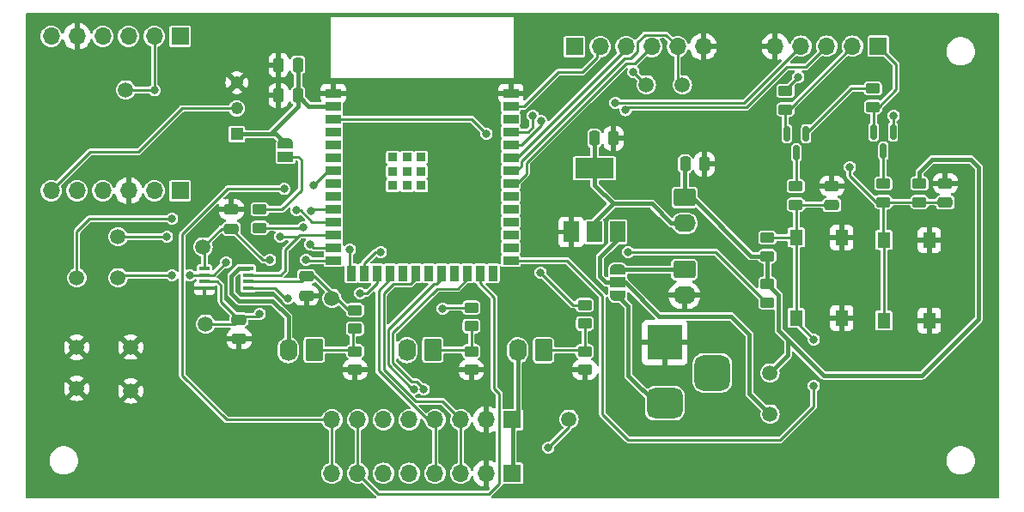
<source format=gbr>
G04 #@! TF.GenerationSoftware,KiCad,Pcbnew,7.0.10*
G04 #@! TF.CreationDate,2024-03-04T21:29:39-06:00*
G04 #@! TF.ProjectId,JargonJolt,4a617267-6f6e-44a6-9f6c-742e6b696361,rev?*
G04 #@! TF.SameCoordinates,Original*
G04 #@! TF.FileFunction,Copper,L1,Top*
G04 #@! TF.FilePolarity,Positive*
%FSLAX46Y46*%
G04 Gerber Fmt 4.6, Leading zero omitted, Abs format (unit mm)*
G04 Created by KiCad (PCBNEW 7.0.10) date 2024-03-04 21:29:39*
%MOMM*%
%LPD*%
G01*
G04 APERTURE LIST*
G04 Aperture macros list*
%AMRoundRect*
0 Rectangle with rounded corners*
0 $1 Rounding radius*
0 $2 $3 $4 $5 $6 $7 $8 $9 X,Y pos of 4 corners*
0 Add a 4 corners polygon primitive as box body*
4,1,4,$2,$3,$4,$5,$6,$7,$8,$9,$2,$3,0*
0 Add four circle primitives for the rounded corners*
1,1,$1+$1,$2,$3*
1,1,$1+$1,$4,$5*
1,1,$1+$1,$6,$7*
1,1,$1+$1,$8,$9*
0 Add four rect primitives between the rounded corners*
20,1,$1+$1,$2,$3,$4,$5,0*
20,1,$1+$1,$4,$5,$6,$7,0*
20,1,$1+$1,$6,$7,$8,$9,0*
20,1,$1+$1,$8,$9,$2,$3,0*%
%AMFreePoly0*
4,1,19,0.550000,-0.750000,0.000000,-0.750000,0.000000,-0.744911,-0.071157,-0.744911,-0.207708,-0.704816,-0.327430,-0.627875,-0.420627,-0.520320,-0.479746,-0.390866,-0.500000,-0.250000,-0.500000,0.250000,-0.479746,0.390866,-0.420627,0.520320,-0.327430,0.627875,-0.207708,0.704816,-0.071157,0.744911,0.000000,0.744911,0.000000,0.750000,0.550000,0.750000,0.550000,-0.750000,0.550000,-0.750000,
$1*%
%AMFreePoly1*
4,1,19,0.000000,0.744911,0.071157,0.744911,0.207708,0.704816,0.327430,0.627875,0.420627,0.520320,0.479746,0.390866,0.500000,0.250000,0.500000,-0.250000,0.479746,-0.390866,0.420627,-0.520320,0.327430,-0.627875,0.207708,-0.704816,0.071157,-0.744911,0.000000,-0.744911,0.000000,-0.750000,-0.550000,-0.750000,-0.550000,0.750000,0.000000,0.750000,0.000000,0.744911,0.000000,0.744911,
$1*%
G04 Aperture macros list end*
G04 #@! TA.AperFunction,SMDPad,CuDef*
%ADD10C,1.500000*%
G04 #@! TD*
G04 #@! TA.AperFunction,SMDPad,CuDef*
%ADD11RoundRect,0.250000X-0.450000X0.262500X-0.450000X-0.262500X0.450000X-0.262500X0.450000X0.262500X0*%
G04 #@! TD*
G04 #@! TA.AperFunction,SMDPad,CuDef*
%ADD12RoundRect,0.250000X0.475000X-0.250000X0.475000X0.250000X-0.475000X0.250000X-0.475000X-0.250000X0*%
G04 #@! TD*
G04 #@! TA.AperFunction,SMDPad,CuDef*
%ADD13FreePoly0,270.000000*%
G04 #@! TD*
G04 #@! TA.AperFunction,SMDPad,CuDef*
%ADD14R,1.500000X1.000000*%
G04 #@! TD*
G04 #@! TA.AperFunction,SMDPad,CuDef*
%ADD15FreePoly1,270.000000*%
G04 #@! TD*
G04 #@! TA.AperFunction,ComponentPad*
%ADD16R,1.700000X1.700000*%
G04 #@! TD*
G04 #@! TA.AperFunction,ComponentPad*
%ADD17O,1.700000X1.700000*%
G04 #@! TD*
G04 #@! TA.AperFunction,ComponentPad*
%ADD18R,3.500000X3.500000*%
G04 #@! TD*
G04 #@! TA.AperFunction,ComponentPad*
%ADD19RoundRect,0.750000X1.000000X-0.750000X1.000000X0.750000X-1.000000X0.750000X-1.000000X-0.750000X0*%
G04 #@! TD*
G04 #@! TA.AperFunction,ComponentPad*
%ADD20RoundRect,0.875000X0.875000X-0.875000X0.875000X0.875000X-0.875000X0.875000X-0.875000X-0.875000X0*%
G04 #@! TD*
G04 #@! TA.AperFunction,SMDPad,CuDef*
%ADD21RoundRect,0.250000X0.250000X0.475000X-0.250000X0.475000X-0.250000X-0.475000X0.250000X-0.475000X0*%
G04 #@! TD*
G04 #@! TA.AperFunction,SMDPad,CuDef*
%ADD22RoundRect,0.150000X-0.150000X0.587500X-0.150000X-0.587500X0.150000X-0.587500X0.150000X0.587500X0*%
G04 #@! TD*
G04 #@! TA.AperFunction,SMDPad,CuDef*
%ADD23R,1.500000X0.900000*%
G04 #@! TD*
G04 #@! TA.AperFunction,SMDPad,CuDef*
%ADD24R,0.900000X1.500000*%
G04 #@! TD*
G04 #@! TA.AperFunction,SMDPad,CuDef*
%ADD25R,0.900000X0.900000*%
G04 #@! TD*
G04 #@! TA.AperFunction,SMDPad,CuDef*
%ADD26R,1.300000X1.550000*%
G04 #@! TD*
G04 #@! TA.AperFunction,SMDPad,CuDef*
%ADD27R,1.500000X2.000000*%
G04 #@! TD*
G04 #@! TA.AperFunction,SMDPad,CuDef*
%ADD28R,3.800000X2.000000*%
G04 #@! TD*
G04 #@! TA.AperFunction,SMDPad,CuDef*
%ADD29RoundRect,0.250000X0.450000X-0.262500X0.450000X0.262500X-0.450000X0.262500X-0.450000X-0.262500X0*%
G04 #@! TD*
G04 #@! TA.AperFunction,ComponentPad*
%ADD30RoundRect,0.250000X0.620000X0.845000X-0.620000X0.845000X-0.620000X-0.845000X0.620000X-0.845000X0*%
G04 #@! TD*
G04 #@! TA.AperFunction,ComponentPad*
%ADD31O,1.740000X2.190000*%
G04 #@! TD*
G04 #@! TA.AperFunction,SMDPad,CuDef*
%ADD32RoundRect,0.250000X-0.475000X0.250000X-0.475000X-0.250000X0.475000X-0.250000X0.475000X0.250000X0*%
G04 #@! TD*
G04 #@! TA.AperFunction,ComponentPad*
%ADD33RoundRect,0.250000X-0.845000X0.620000X-0.845000X-0.620000X0.845000X-0.620000X0.845000X0.620000X0*%
G04 #@! TD*
G04 #@! TA.AperFunction,ComponentPad*
%ADD34O,2.190000X1.740000*%
G04 #@! TD*
G04 #@! TA.AperFunction,SMDPad,CuDef*
%ADD35R,1.100000X0.400000*%
G04 #@! TD*
G04 #@! TA.AperFunction,SMDPad,CuDef*
%ADD36RoundRect,0.250000X-0.250000X-0.475000X0.250000X-0.475000X0.250000X0.475000X-0.250000X0.475000X0*%
G04 #@! TD*
G04 #@! TA.AperFunction,ComponentPad*
%ADD37R,1.218000X1.218000*%
G04 #@! TD*
G04 #@! TA.AperFunction,ComponentPad*
%ADD38C,1.218000*%
G04 #@! TD*
G04 #@! TA.AperFunction,ViaPad*
%ADD39C,0.800000*%
G04 #@! TD*
G04 #@! TA.AperFunction,Conductor*
%ADD40C,0.400000*%
G04 #@! TD*
G04 #@! TA.AperFunction,Conductor*
%ADD41C,0.250000*%
G04 #@! TD*
G04 APERTURE END LIST*
D10*
X121158000Y-88406000D03*
D11*
X155980000Y-99719500D03*
X155980000Y-101544500D03*
D10*
X129540000Y-89408000D03*
X117108000Y-92456000D03*
X165608000Y-106426000D03*
D12*
X132334000Y-87612000D03*
X132334000Y-85712000D03*
D10*
X122428000Y-103632000D03*
D13*
X170399500Y-91616000D03*
D14*
X170399500Y-92916000D03*
D15*
X170399500Y-94216000D03*
D10*
X117094000Y-103378000D03*
D16*
X127278000Y-83868000D03*
D17*
X124738000Y-83868000D03*
X122198000Y-83868000D03*
X119658000Y-83868000D03*
X117118000Y-83868000D03*
X114578000Y-83868000D03*
D13*
X137668000Y-79218000D03*
D14*
X137668000Y-80518000D03*
D15*
X137668000Y-81818000D03*
D10*
X173228000Y-73406000D03*
D11*
X195580000Y-73763500D03*
X195580000Y-75588500D03*
D18*
X175030000Y-98854000D03*
D19*
X175030000Y-104854000D03*
D20*
X179730000Y-101854000D03*
D12*
X191516000Y-85278000D03*
X191516000Y-83378000D03*
D10*
X142240000Y-94488000D03*
D21*
X138896000Y-71460000D03*
X136996000Y-71460000D03*
D10*
X185420000Y-105918000D03*
D22*
X197546000Y-78056500D03*
X195646000Y-78056500D03*
X196596000Y-79931500D03*
D23*
X142380000Y-74246000D03*
X142380000Y-75516000D03*
X142380000Y-76786000D03*
X142380000Y-78056000D03*
X142380000Y-79326000D03*
X142380000Y-80596000D03*
X142380000Y-81866000D03*
X142380000Y-83136000D03*
X142380000Y-84406000D03*
X142380000Y-85676000D03*
X142380000Y-86946000D03*
X142380000Y-88216000D03*
X142380000Y-89486000D03*
X142380000Y-90756000D03*
D24*
X144145000Y-92006000D03*
X145415000Y-92006000D03*
X146685000Y-92006000D03*
X147955000Y-92006000D03*
X149225000Y-92006000D03*
X150495000Y-92006000D03*
X151765000Y-92006000D03*
X153035000Y-92006000D03*
X154305000Y-92006000D03*
X155575000Y-92006000D03*
X156845000Y-92006000D03*
X158115000Y-92006000D03*
D23*
X159880000Y-90756000D03*
X159880000Y-89486000D03*
X159880000Y-88216000D03*
X159880000Y-86946000D03*
X159880000Y-85676000D03*
X159880000Y-84406000D03*
X159880000Y-83136000D03*
X159880000Y-81866000D03*
X159880000Y-80596000D03*
X159880000Y-79326000D03*
X159880000Y-78056000D03*
X159880000Y-76786000D03*
X159880000Y-75516000D03*
X159880000Y-74246000D03*
D25*
X148230000Y-80566000D03*
X148230000Y-81966000D03*
X148230000Y-83366000D03*
X148230000Y-83366000D03*
X149630000Y-80566000D03*
X149630000Y-80566000D03*
X149630000Y-81966000D03*
X149630000Y-83366000D03*
X151030000Y-80566000D03*
X151030000Y-81966000D03*
X151030000Y-83366000D03*
D16*
X166140000Y-69644000D03*
D17*
X168680000Y-69644000D03*
X171220000Y-69644000D03*
X173760000Y-69644000D03*
X176300000Y-69644000D03*
X178840000Y-69644000D03*
D11*
X186944000Y-74017500D03*
X186944000Y-75842500D03*
X200152000Y-83161500D03*
X200152000Y-84986500D03*
D26*
X201132000Y-88735000D03*
X201132000Y-96685000D03*
X196632000Y-88735000D03*
X196632000Y-96685000D03*
D27*
X165813500Y-87938000D03*
X168113500Y-87938000D03*
D28*
X168113500Y-81638000D03*
D27*
X170413500Y-87938000D03*
D29*
X196596000Y-84986500D03*
X196596000Y-83161500D03*
D26*
X192496000Y-88481000D03*
X192496000Y-96431000D03*
X187996000Y-88481000D03*
X187996000Y-96431000D03*
D30*
X152170000Y-99596000D03*
D31*
X149630000Y-99596000D03*
D32*
X133096000Y-96586000D03*
X133096000Y-98486000D03*
D10*
X176784000Y-73406000D03*
D32*
X139724000Y-92316000D03*
X139724000Y-94216000D03*
D16*
X127278000Y-68628000D03*
D17*
X124738000Y-68628000D03*
X122198000Y-68628000D03*
X119658000Y-68628000D03*
X117118000Y-68628000D03*
X114578000Y-68628000D03*
D12*
X202692000Y-85024000D03*
X202692000Y-83124000D03*
D11*
X167156000Y-95147500D03*
X167156000Y-96972500D03*
D16*
X160020000Y-111760000D03*
D17*
X157480000Y-111760000D03*
X154940000Y-111760000D03*
X152400000Y-111760000D03*
X149860000Y-111760000D03*
X147320000Y-111760000D03*
X144780000Y-111760000D03*
X142240000Y-111760000D03*
D29*
X187960000Y-85240500D03*
X187960000Y-83415500D03*
D22*
X188976000Y-78232000D03*
X187076000Y-78232000D03*
X188026000Y-80107000D03*
D16*
X196088000Y-69596000D03*
D17*
X193548000Y-69596000D03*
X191008000Y-69596000D03*
X188468000Y-69596000D03*
X185928000Y-69596000D03*
D11*
X167156000Y-99719500D03*
X167156000Y-101544500D03*
D29*
X185166000Y-90320500D03*
X185166000Y-88495500D03*
D11*
X144526000Y-99719500D03*
X144526000Y-101544500D03*
D30*
X163092000Y-99616000D03*
D31*
X160552000Y-99616000D03*
D10*
X121920000Y-73914000D03*
D30*
X140486000Y-99596000D03*
D31*
X137946000Y-99596000D03*
D10*
X185420000Y-101854000D03*
D11*
X185166000Y-93067500D03*
X185166000Y-94892500D03*
D10*
X121158000Y-92456000D03*
D33*
X177003500Y-84534000D03*
D34*
X177003500Y-87074000D03*
D35*
X129676000Y-91529000D03*
X129676000Y-92179000D03*
X129676000Y-92829000D03*
X129676000Y-93479000D03*
X133976000Y-93479000D03*
X133976000Y-92829000D03*
X133976000Y-92179000D03*
X133976000Y-91529000D03*
D10*
X117094000Y-99328000D03*
D33*
X176983500Y-91646000D03*
D34*
X176983500Y-94186000D03*
D36*
X168113500Y-78692000D03*
X170013500Y-78692000D03*
D10*
X122428000Y-99300000D03*
D16*
X160029000Y-106474000D03*
D17*
X157489000Y-106474000D03*
X154949000Y-106474000D03*
X152409000Y-106474000D03*
X149869000Y-106474000D03*
X147329000Y-106474000D03*
X144789000Y-106474000D03*
X142249000Y-106474000D03*
D21*
X138896000Y-74470000D03*
X136996000Y-74470000D03*
D11*
X135128000Y-85701500D03*
X135128000Y-87526500D03*
D37*
X132866000Y-78280000D03*
D38*
X132866000Y-75740000D03*
X132866000Y-73200000D03*
D36*
X177069500Y-81232000D03*
X178969500Y-81232000D03*
D11*
X155980000Y-95401500D03*
X155980000Y-97226500D03*
D10*
X129794000Y-97028000D03*
D11*
X144526000Y-95655500D03*
X144526000Y-97480500D03*
D39*
X183134000Y-82042000D03*
X151638000Y-85852000D03*
X195580000Y-106934000D03*
X127000000Y-105664000D03*
X161290000Y-94488000D03*
X148844000Y-94234000D03*
X150876000Y-74422000D03*
X134366000Y-81280000D03*
X162814000Y-87630000D03*
X202692000Y-76200000D03*
X193294000Y-81534000D03*
X157480000Y-78232000D03*
X189738000Y-103124000D03*
X189738000Y-98552000D03*
X197612000Y-76454000D03*
X188214000Y-72644000D03*
X144018000Y-89662000D03*
X139446000Y-87471000D03*
X171450000Y-89916000D03*
X147066000Y-89916000D03*
X137160000Y-88392000D03*
X126492000Y-86614000D03*
X137922000Y-94488000D03*
X145034000Y-93980000D03*
X125984000Y-88392000D03*
X128270000Y-92202000D03*
X131826000Y-90932000D03*
X139700000Y-90678000D03*
X126492000Y-92202000D03*
X140218236Y-85837111D03*
X138751455Y-85784545D03*
X124738000Y-73962000D03*
X140081000Y-89154000D03*
X163576000Y-109220000D03*
X150297851Y-103448149D03*
X151297732Y-103463731D03*
X171196000Y-75909000D03*
X162884052Y-77008701D03*
X162052000Y-76454000D03*
X170180000Y-75184000D03*
X171958000Y-72136000D03*
X137541000Y-83693000D03*
X140462000Y-83312000D03*
X136144000Y-90678000D03*
X162814000Y-91948000D03*
X153162000Y-95504000D03*
X135128000Y-96012000D03*
D40*
X136730000Y-78280000D02*
X137668000Y-79218000D01*
X183538500Y-90320500D02*
X185166000Y-90320500D01*
X132334000Y-93980000D02*
X133096000Y-94742000D01*
X187192417Y-98557583D02*
X186266000Y-97631166D01*
X133976000Y-91529000D02*
X133076000Y-91529000D01*
X201422000Y-80772000D02*
X205232000Y-80772000D01*
X139942000Y-75516000D02*
X138896000Y-74470000D01*
X138896000Y-71460000D02*
X138896000Y-74470000D01*
X160552000Y-99616000D02*
X160552000Y-105951000D01*
X186266000Y-94167500D02*
X185166000Y-93067500D01*
X185420000Y-101854000D02*
X187192417Y-100081583D01*
X177752000Y-84534000D02*
X183538500Y-90320500D01*
X138896000Y-75552000D02*
X138896000Y-74470000D01*
X160044000Y-111736000D02*
X160044000Y-106489000D01*
X205232000Y-80772000D02*
X205994000Y-81534000D01*
X136168000Y-78280000D02*
X136730000Y-78280000D01*
X160044000Y-106489000D02*
X160029000Y-106474000D01*
X200406000Y-102108000D02*
X190742834Y-102108000D01*
X136398000Y-94742000D02*
X137946000Y-96290000D01*
X136168000Y-78280000D02*
X138896000Y-75552000D01*
X177003500Y-84534000D02*
X177003500Y-81298000D01*
X187192417Y-100081583D02*
X187192417Y-98557583D01*
X205994000Y-81534000D02*
X205994000Y-96520000D01*
X177003500Y-81298000D02*
X177069500Y-81232000D01*
X200152000Y-83161500D02*
X200152000Y-82042000D01*
X186266000Y-97631166D02*
X186266000Y-94167500D01*
X132334000Y-92271000D02*
X132334000Y-93980000D01*
X132866000Y-78280000D02*
X136168000Y-78280000D01*
X137946000Y-96290000D02*
X137946000Y-99596000D01*
X133096000Y-94742000D02*
X136398000Y-94742000D01*
X185166000Y-90320500D02*
X185166000Y-93067500D01*
X190742834Y-102108000D02*
X187192417Y-98557583D01*
X200152000Y-82042000D02*
X201422000Y-80772000D01*
X133076000Y-91529000D02*
X132334000Y-92271000D01*
X177003500Y-84534000D02*
X177752000Y-84534000D01*
X160552000Y-105951000D02*
X160029000Y-106474000D01*
X138834500Y-71398500D02*
X138896000Y-71460000D01*
X142380000Y-75516000D02*
X139942000Y-75516000D01*
X205994000Y-96520000D02*
X200406000Y-102108000D01*
X160020000Y-111760000D02*
X160044000Y-111736000D01*
X175030000Y-98854000D02*
X175030000Y-98846500D01*
D41*
X196596000Y-88699000D02*
X196632000Y-88735000D01*
X193294000Y-81534000D02*
X193294000Y-82371250D01*
X196596000Y-84986500D02*
X202654500Y-84986500D01*
X156034000Y-76786000D02*
X142380000Y-76786000D01*
X196596000Y-84986500D02*
X196596000Y-88699000D01*
X157480000Y-78232000D02*
X156034000Y-76786000D01*
X202654500Y-84986500D02*
X202692000Y-85024000D01*
X193294000Y-82371250D02*
X195909250Y-84986500D01*
X196632000Y-88735000D02*
X196632000Y-96685000D01*
X195909250Y-84986500D02*
X196596000Y-84986500D01*
X187996000Y-85276500D02*
X187960000Y-85240500D01*
X168402000Y-93726000D02*
X168910000Y-94234000D01*
X185180500Y-88481000D02*
X185166000Y-88495500D01*
X187996000Y-88481000D02*
X187996000Y-85276500D01*
X159880000Y-90756000D02*
X165432000Y-90756000D01*
X165432000Y-90756000D02*
X168402000Y-93726000D01*
X168910000Y-104902000D02*
X168910000Y-105918000D01*
X187996000Y-88481000D02*
X185180500Y-88481000D01*
X171450000Y-108458000D02*
X186436000Y-108458000D01*
X189738000Y-98552000D02*
X187996000Y-96810000D01*
X187996000Y-96431000D02*
X187996000Y-88481000D01*
X186436000Y-108458000D02*
X189738000Y-105156000D01*
X168910000Y-94234000D02*
X168910000Y-104902000D01*
X189738000Y-105156000D02*
X189738000Y-103124000D01*
X187996000Y-96810000D02*
X187996000Y-96431000D01*
X191478500Y-85240500D02*
X191516000Y-85278000D01*
X187960000Y-85240500D02*
X191478500Y-85240500D01*
X168910000Y-105918000D02*
X171450000Y-108458000D01*
X197546000Y-76520000D02*
X197546000Y-78056500D01*
X186944000Y-74017500D02*
X186944000Y-73914000D01*
X197612000Y-76454000D02*
X197546000Y-76520000D01*
X186944000Y-73914000D02*
X188214000Y-72644000D01*
X197866000Y-73862250D02*
X197866000Y-71374000D01*
X195646000Y-75654500D02*
X195580000Y-75588500D01*
X197866000Y-71374000D02*
X196088000Y-69596000D01*
X195646000Y-78056500D02*
X195646000Y-75654500D01*
X195580000Y-75588500D02*
X196139750Y-75588500D01*
X196139750Y-75588500D02*
X197866000Y-73862250D01*
X196596000Y-79931500D02*
X196596000Y-83161500D01*
X193444500Y-73763500D02*
X195580000Y-73763500D01*
X188976000Y-78232000D02*
X193444500Y-73763500D01*
X187301500Y-75842500D02*
X193548000Y-69596000D01*
X186944000Y-75842500D02*
X187301500Y-75842500D01*
X186944000Y-75842500D02*
X186944000Y-78100000D01*
X186944000Y-78100000D02*
X187076000Y-78232000D01*
X188026000Y-83349500D02*
X187960000Y-83415500D01*
X188026000Y-80107000D02*
X188026000Y-83349500D01*
X138938000Y-80518000D02*
X137668000Y-80518000D01*
X137310500Y-85701500D02*
X139216000Y-83796000D01*
X139216000Y-83796000D02*
X139216000Y-80796000D01*
X135128000Y-85701500D02*
X137310500Y-85701500D01*
X139216000Y-80796000D02*
X138938000Y-80518000D01*
X139390500Y-87526500D02*
X135128000Y-87526500D01*
X144018000Y-91879000D02*
X144145000Y-92006000D01*
X144018000Y-89662000D02*
X144018000Y-91879000D01*
X139446000Y-87471000D02*
X139390500Y-87526500D01*
X147066000Y-89916000D02*
X146558000Y-89916000D01*
X185062500Y-94892500D02*
X180086000Y-89916000D01*
X146558000Y-89916000D02*
X145415000Y-91059000D01*
X145415000Y-91059000D02*
X145415000Y-92006000D01*
X180086000Y-89916000D02*
X172466000Y-89916000D01*
X185166000Y-94892500D02*
X185062500Y-94892500D01*
X172466000Y-89916000D02*
X171450000Y-89916000D01*
D40*
X168113500Y-87938000D02*
X168113500Y-86974500D01*
X175696000Y-87074000D02*
X177003500Y-87074000D01*
X173760000Y-85138000D02*
X175696000Y-87074000D01*
X168113500Y-83301500D02*
X168113500Y-81638000D01*
X168113500Y-81638000D02*
X168113500Y-78692000D01*
X169950000Y-85138000D02*
X173760000Y-85138000D01*
X169950000Y-85138000D02*
X168113500Y-83301500D01*
X168113500Y-86974500D02*
X169950000Y-85138000D01*
D41*
X133976000Y-92179000D02*
X137183000Y-92179000D01*
X137668000Y-91694000D02*
X137668000Y-89662000D01*
X126492000Y-86614000D02*
X118364000Y-86614000D01*
X139114000Y-88216000D02*
X138938000Y-88392000D01*
X117108000Y-87870000D02*
X117108000Y-92456000D01*
X139114000Y-88216000D02*
X142380000Y-88216000D01*
X137183000Y-92179000D02*
X137668000Y-91694000D01*
X118364000Y-86614000D02*
X117108000Y-87870000D01*
X137668000Y-89662000D02*
X139114000Y-88216000D01*
X138938000Y-88392000D02*
X137160000Y-88392000D01*
X146685000Y-93006000D02*
X145711000Y-93980000D01*
X145711000Y-93980000D02*
X145034000Y-93980000D01*
X137668000Y-94488000D02*
X137414000Y-94234000D01*
X133976000Y-93479000D02*
X136659000Y-93479000D01*
X146685000Y-92006000D02*
X146685000Y-93006000D01*
X136659000Y-93479000D02*
X137414000Y-94234000D01*
X137922000Y-94488000D02*
X137668000Y-94488000D01*
X125970000Y-88406000D02*
X121158000Y-88406000D01*
X125984000Y-88392000D02*
X125970000Y-88406000D01*
X131826000Y-90932000D02*
X130579000Y-92179000D01*
X129653000Y-92202000D02*
X129676000Y-92179000D01*
X139778000Y-90756000D02*
X142380000Y-90756000D01*
X128270000Y-92202000D02*
X129653000Y-92202000D01*
X139700000Y-90678000D02*
X139778000Y-90756000D01*
X121412000Y-92202000D02*
X126492000Y-92202000D01*
X130579000Y-92179000D02*
X129676000Y-92179000D01*
X121158000Y-92456000D02*
X121412000Y-92202000D01*
X140218236Y-85837111D02*
X140379347Y-85676000D01*
X140379347Y-85676000D02*
X142380000Y-85676000D01*
X139140364Y-85784545D02*
X140301819Y-86946000D01*
X140301819Y-86946000D02*
X142380000Y-86946000D01*
X138751455Y-85784545D02*
X139140364Y-85784545D01*
X124738000Y-73962000D02*
X124738000Y-68628000D01*
X124690000Y-73914000D02*
X121920000Y-73914000D01*
X140081000Y-89154000D02*
X140413000Y-89486000D01*
X124738000Y-73962000D02*
X124690000Y-73914000D01*
X140413000Y-89486000D02*
X142380000Y-89486000D01*
X152424000Y-106489000D02*
X152409000Y-106474000D01*
X152424000Y-111736000D02*
X152424000Y-106489000D01*
X151662000Y-106474000D02*
X146836000Y-101648000D01*
X152400000Y-111760000D02*
X152424000Y-111736000D01*
X147955000Y-92586000D02*
X147955000Y-92006000D01*
X146836000Y-93705000D02*
X147955000Y-92586000D01*
X146836000Y-101648000D02*
X146836000Y-93705000D01*
X152409000Y-106474000D02*
X151662000Y-106474000D01*
X153123000Y-104648000D02*
X150472396Y-104648000D01*
X147344000Y-101519604D02*
X147344000Y-94028000D01*
X154949000Y-111751000D02*
X154940000Y-111760000D01*
X154949000Y-106474000D02*
X153123000Y-104648000D01*
X154949000Y-106474000D02*
X154949000Y-111751000D01*
X150000000Y-93081000D02*
X150495000Y-92586000D01*
X165608000Y-107188000D02*
X165608000Y-106426000D01*
X150495000Y-92586000D02*
X150495000Y-92006000D01*
X148291000Y-93081000D02*
X150000000Y-93081000D01*
X163576000Y-109220000D02*
X165608000Y-107188000D01*
X147344000Y-94028000D02*
X148291000Y-93081000D01*
X150472396Y-104648000D02*
X147344000Y-101519604D01*
X161212000Y-75516000D02*
X159880000Y-75516000D01*
X168680000Y-69644000D02*
X168402000Y-69922000D01*
X164592000Y-72136000D02*
X161212000Y-75516000D01*
X168402000Y-69922000D02*
X168402000Y-70684000D01*
X168402000Y-70684000D02*
X166950000Y-72136000D01*
X166950000Y-72136000D02*
X164592000Y-72136000D01*
X153035000Y-92586000D02*
X153035000Y-92006000D01*
X150297851Y-103448149D02*
X150227702Y-103378000D01*
X152283000Y-93081000D02*
X152540000Y-93081000D01*
X152540000Y-93081000D02*
X153035000Y-92586000D01*
X147794000Y-97570000D02*
X152283000Y-93081000D01*
X150114000Y-103378000D02*
X147794000Y-101058000D01*
X150227702Y-103378000D02*
X150114000Y-103378000D01*
X147794000Y-101058000D02*
X147794000Y-97570000D01*
X151297732Y-103463731D02*
X151297732Y-103422725D01*
X148244000Y-100871604D02*
X148244000Y-97882000D01*
X155575000Y-92586000D02*
X155575000Y-92006000D01*
X150598156Y-102723149D02*
X150095545Y-102723149D01*
X152595000Y-93531000D02*
X154630000Y-93531000D01*
X151297732Y-103422725D02*
X150598156Y-102723149D01*
X150095545Y-102723149D02*
X148244000Y-100871604D01*
X148244000Y-97882000D02*
X152595000Y-93531000D01*
X154630000Y-93531000D02*
X155575000Y-92586000D01*
X173760000Y-69644000D02*
X172135000Y-71269000D01*
X172135000Y-71269000D02*
X171247396Y-71269000D01*
X161405000Y-82191000D02*
X160460000Y-83136000D01*
X171247396Y-71269000D02*
X161405000Y-81111396D01*
X160460000Y-83136000D02*
X159880000Y-83136000D01*
X161405000Y-81111396D02*
X161405000Y-82191000D01*
X172395000Y-70130701D02*
X171706701Y-70819000D01*
X172395000Y-69157299D02*
X172395000Y-70130701D01*
X173083299Y-68469000D02*
X172395000Y-69157299D01*
X176300000Y-69644000D02*
X176300000Y-72922000D01*
X160955000Y-81371000D02*
X160460000Y-81866000D01*
X171706701Y-70819000D02*
X171061000Y-70819000D01*
X171061000Y-70819000D02*
X160955000Y-80925000D01*
X160460000Y-81866000D02*
X159880000Y-81866000D01*
X160955000Y-80925000D02*
X160955000Y-81371000D01*
X175125000Y-68469000D02*
X173083299Y-68469000D01*
X176300000Y-69644000D02*
X175125000Y-68469000D01*
X176300000Y-72922000D02*
X176784000Y-73406000D01*
X162884052Y-77008701D02*
X162884052Y-77399948D01*
X183066396Y-75634000D02*
X174498000Y-75634000D01*
X171471000Y-75634000D02*
X171196000Y-75909000D01*
X162884052Y-77399948D02*
X160958000Y-79326000D01*
X187072396Y-71628000D02*
X185865198Y-72835198D01*
X191008000Y-69596000D02*
X188976000Y-71628000D01*
X174498000Y-75634000D02*
X171471000Y-75634000D01*
X160958000Y-79326000D02*
X159880000Y-79326000D01*
X188976000Y-71628000D02*
X187072396Y-71628000D01*
X185865198Y-72835198D02*
X183066396Y-75634000D01*
X161591604Y-78056000D02*
X159880000Y-78056000D01*
X162052000Y-76454000D02*
X162052000Y-77595604D01*
X188468000Y-69596000D02*
X182880000Y-75184000D01*
X162052000Y-77595604D02*
X161591604Y-78056000D01*
X182880000Y-75184000D02*
X170180000Y-75184000D01*
X171958000Y-72136000D02*
X173228000Y-73406000D01*
X160460000Y-80596000D02*
X159880000Y-80596000D01*
X171220000Y-69644000D02*
X171220000Y-69836000D01*
X171220000Y-69836000D02*
X160460000Y-80596000D01*
X158242000Y-94403000D02*
X158242000Y-103378000D01*
X144789000Y-111751000D02*
X144789000Y-110998000D01*
X144789000Y-111497000D02*
X144789000Y-110998000D01*
X156845000Y-93006000D02*
X158242000Y-94403000D01*
X146812000Y-113792000D02*
X144780000Y-111760000D01*
X144780000Y-111506000D02*
X144789000Y-111497000D01*
X158750000Y-112776000D02*
X157734000Y-113792000D01*
X158750000Y-103886000D02*
X158750000Y-112776000D01*
X157734000Y-113792000D02*
X146812000Y-113792000D01*
X144780000Y-111760000D02*
X144789000Y-111751000D01*
X156845000Y-92006000D02*
X156845000Y-93006000D01*
X144789000Y-110998000D02*
X144789000Y-106474000D01*
X158242000Y-103378000D02*
X158750000Y-103886000D01*
X142249000Y-106474000D02*
X142249000Y-111751000D01*
X131874000Y-106474000D02*
X142249000Y-106474000D01*
X142240000Y-111760000D02*
X142240000Y-111506000D01*
X142380000Y-81866000D02*
X141908000Y-81866000D01*
X142264000Y-106489000D02*
X142249000Y-106474000D01*
X137541000Y-83693000D02*
X131953000Y-83693000D01*
X131953000Y-83693000D02*
X127508000Y-88138000D01*
X142249000Y-111751000D02*
X142240000Y-111760000D01*
X127508000Y-88138000D02*
X127508000Y-102108000D01*
X127508000Y-102108000D02*
X131874000Y-106474000D01*
X141908000Y-81866000D02*
X140462000Y-83312000D01*
X129676000Y-89272000D02*
X129676000Y-91529000D01*
X131336000Y-87612000D02*
X129676000Y-89272000D01*
X132334000Y-87612000D02*
X131336000Y-87612000D01*
X167156000Y-95147500D02*
X166013500Y-95147500D01*
X136144000Y-90678000D02*
X135400000Y-90678000D01*
X135400000Y-90678000D02*
X132334000Y-87612000D01*
X166013500Y-95147500D02*
X162814000Y-91948000D01*
X153264500Y-95401500D02*
X153162000Y-95504000D01*
X133416000Y-96266000D02*
X133096000Y-96586000D01*
X131318000Y-94808000D02*
X131318000Y-93218000D01*
X129794000Y-97028000D02*
X132654000Y-97028000D01*
X131318000Y-93218000D02*
X130929000Y-92829000D01*
X130929000Y-92829000D02*
X129676000Y-92829000D01*
X133096000Y-96586000D02*
X131318000Y-94808000D01*
X155980000Y-95401500D02*
X153264500Y-95401500D01*
X134874000Y-96266000D02*
X133416000Y-96266000D01*
X132654000Y-97028000D02*
X133096000Y-96586000D01*
X135128000Y-96012000D02*
X134874000Y-96266000D01*
X133976000Y-92829000D02*
X139211000Y-92829000D01*
X143891500Y-95655500D02*
X140552000Y-92316000D01*
X139211000Y-92829000D02*
X139724000Y-92316000D01*
X140552000Y-92316000D02*
X139724000Y-92316000D01*
X144296000Y-95655500D02*
X143891500Y-95655500D01*
X163092000Y-99616000D02*
X167052500Y-99616000D01*
X167156000Y-96972500D02*
X167156000Y-99719500D01*
X167052500Y-99616000D02*
X167156000Y-99719500D01*
X155856500Y-99596000D02*
X155980000Y-99719500D01*
X155980000Y-97226500D02*
X155980000Y-99719500D01*
X152170000Y-99596000D02*
X155856500Y-99596000D01*
X140486000Y-99596000D02*
X144172500Y-99596000D01*
X144296000Y-99719500D02*
X144296000Y-97480500D01*
X144172500Y-99596000D02*
X144296000Y-99719500D01*
D40*
X176983500Y-91646000D02*
X170429500Y-91646000D01*
X170429500Y-91646000D02*
X170399500Y-91616000D01*
X174196000Y-104854000D02*
X171450000Y-102108000D01*
X171450000Y-102108000D02*
X171450000Y-95266500D01*
X175030000Y-104854000D02*
X174196000Y-104854000D01*
X171450000Y-95266500D02*
X170399500Y-94216000D01*
X168656000Y-92322500D02*
X169249500Y-92916000D01*
X170413500Y-87938000D02*
X170413500Y-88666500D01*
X183388000Y-103886000D02*
X185420000Y-105918000D01*
X183388000Y-98044000D02*
X183388000Y-103886000D01*
X170399500Y-92916000D02*
X171148000Y-92916000D01*
X174498000Y-96266000D02*
X181610000Y-96266000D01*
X170413500Y-88666500D02*
X168656000Y-90424000D01*
X181610000Y-96266000D02*
X183388000Y-98044000D01*
X168656000Y-90424000D02*
X168656000Y-92322500D01*
X169249500Y-92916000D02*
X170399500Y-92916000D01*
X171148000Y-92916000D02*
X174498000Y-96266000D01*
D41*
X123190000Y-80010000D02*
X118436000Y-80010000D01*
X127460000Y-75740000D02*
X123190000Y-80010000D01*
X118436000Y-80010000D02*
X114578000Y-83868000D01*
X132866000Y-75740000D02*
X127460000Y-75740000D01*
G04 #@! TA.AperFunction,Conductor*
G36*
X207922539Y-66360185D02*
G01*
X207968294Y-66412989D01*
X207979500Y-66464500D01*
X207979500Y-114129500D01*
X207959815Y-114196539D01*
X207907011Y-114242294D01*
X207855500Y-114253500D01*
X158037585Y-114253500D01*
X157970546Y-114233815D01*
X157924791Y-114181011D01*
X157914847Y-114111853D01*
X157942593Y-114049798D01*
X157970736Y-114016256D01*
X157978036Y-114008288D01*
X158966290Y-113020034D01*
X158974243Y-113012746D01*
X159003194Y-112988455D01*
X159022082Y-112955739D01*
X159027887Y-112946625D01*
X159049554Y-112915684D01*
X159049554Y-112915681D01*
X159051819Y-112910824D01*
X159058743Y-112894108D01*
X159059478Y-112892092D01*
X159059709Y-112891777D01*
X159061489Y-112887482D01*
X159066018Y-112879640D01*
X159067861Y-112880704D01*
X159100903Y-112835827D01*
X159166171Y-112810890D01*
X159176001Y-112810500D01*
X160889750Y-112810500D01*
X160889751Y-112810499D01*
X160904568Y-112807552D01*
X160948229Y-112798868D01*
X160948229Y-112798867D01*
X160948231Y-112798867D01*
X161014552Y-112754552D01*
X161058867Y-112688231D01*
X161058867Y-112688229D01*
X161058868Y-112688229D01*
X161068922Y-112637682D01*
X161070500Y-112629748D01*
X161070500Y-110890252D01*
X161070500Y-110890249D01*
X161070499Y-110890247D01*
X161058868Y-110831770D01*
X161058867Y-110831769D01*
X161014552Y-110765447D01*
X160948230Y-110721132D01*
X160948229Y-110721131D01*
X160889752Y-110709500D01*
X160889748Y-110709500D01*
X160568500Y-110709500D01*
X160501461Y-110689815D01*
X160455706Y-110637011D01*
X160444500Y-110585500D01*
X160444500Y-110430346D01*
X202811702Y-110430346D01*
X202821819Y-110668528D01*
X202821819Y-110668532D01*
X202872045Y-110901580D01*
X202960935Y-111122788D01*
X202960936Y-111122790D01*
X203085931Y-111325795D01*
X203243436Y-111504755D01*
X203428920Y-111654523D01*
X203637046Y-111770790D01*
X203762951Y-111815275D01*
X203861829Y-111850211D01*
X204096790Y-111890499D01*
X204096798Y-111890499D01*
X204096800Y-111890500D01*
X204096801Y-111890500D01*
X204275496Y-111890500D01*
X204275497Y-111890500D01*
X204275498Y-111890499D01*
X204275515Y-111890499D01*
X204453536Y-111875347D01*
X204453539Y-111875346D01*
X204453541Y-111875346D01*
X204684249Y-111815275D01*
X204816973Y-111755279D01*
X204901480Y-111717080D01*
X204901481Y-111717078D01*
X204901486Y-111717077D01*
X205099003Y-111583579D01*
X205271118Y-111418621D01*
X205412879Y-111226947D01*
X205520207Y-111014074D01*
X205590016Y-110786123D01*
X205620298Y-110549654D01*
X205610180Y-110311468D01*
X205559954Y-110078419D01*
X205471064Y-109857210D01*
X205346069Y-109654205D01*
X205188564Y-109475245D01*
X205003080Y-109325477D01*
X204814271Y-109220001D01*
X204794955Y-109209210D01*
X204570170Y-109129788D01*
X204335209Y-109089500D01*
X204335200Y-109089500D01*
X204156503Y-109089500D01*
X204156484Y-109089500D01*
X203978463Y-109104652D01*
X203747751Y-109164724D01*
X203530519Y-109262919D01*
X203530511Y-109262924D01*
X203333006Y-109396413D01*
X203332997Y-109396421D01*
X203160881Y-109561379D01*
X203019123Y-109753050D01*
X203019120Y-109753054D01*
X202911796Y-109965920D01*
X202911793Y-109965926D01*
X202841983Y-110193878D01*
X202811702Y-110430346D01*
X160444500Y-110430346D01*
X160444500Y-109220001D01*
X162970318Y-109220001D01*
X162990955Y-109376760D01*
X162990956Y-109376762D01*
X163051464Y-109522841D01*
X163147718Y-109648282D01*
X163273159Y-109744536D01*
X163419238Y-109805044D01*
X163497619Y-109815363D01*
X163575999Y-109825682D01*
X163576000Y-109825682D01*
X163576001Y-109825682D01*
X163628254Y-109818802D01*
X163732762Y-109805044D01*
X163878841Y-109744536D01*
X164004282Y-109648282D01*
X164100536Y-109522841D01*
X164161044Y-109376762D01*
X164181682Y-109220000D01*
X164180261Y-109209210D01*
X164172753Y-109152180D01*
X164183518Y-109083145D01*
X164208008Y-109048316D01*
X165824290Y-107432034D01*
X165832243Y-107424746D01*
X165861194Y-107400455D01*
X165877282Y-107372588D01*
X165927848Y-107324372D01*
X165948667Y-107315929D01*
X165973501Y-107308396D01*
X166138625Y-107220136D01*
X166283357Y-107101357D01*
X166402136Y-106956625D01*
X166490396Y-106791501D01*
X166544747Y-106612331D01*
X166563099Y-106426000D01*
X166544747Y-106239669D01*
X166490396Y-106060499D01*
X166488891Y-106057684D01*
X166402137Y-105895376D01*
X166402135Y-105895373D01*
X166283357Y-105750642D01*
X166138626Y-105631864D01*
X166138623Y-105631862D01*
X165973502Y-105543604D01*
X165794333Y-105489253D01*
X165794331Y-105489252D01*
X165608000Y-105470901D01*
X165421668Y-105489252D01*
X165421666Y-105489253D01*
X165242497Y-105543604D01*
X165077376Y-105631862D01*
X165077373Y-105631864D01*
X164932642Y-105750642D01*
X164813864Y-105895373D01*
X164813862Y-105895376D01*
X164725604Y-106060497D01*
X164671253Y-106239666D01*
X164671252Y-106239668D01*
X164652901Y-106426000D01*
X164671252Y-106612331D01*
X164671253Y-106612333D01*
X164725604Y-106791502D01*
X164813862Y-106956623D01*
X164813864Y-106956626D01*
X164932640Y-107101354D01*
X164932641Y-107101355D01*
X164932643Y-107101357D01*
X164966926Y-107129492D01*
X164992578Y-107150545D01*
X165031912Y-107208291D01*
X165033781Y-107278136D01*
X165001593Y-107334079D01*
X163747684Y-108587988D01*
X163686361Y-108621473D01*
X163643818Y-108623246D01*
X163576001Y-108614318D01*
X163575999Y-108614318D01*
X163419239Y-108634955D01*
X163419237Y-108634956D01*
X163273160Y-108695463D01*
X163147718Y-108791718D01*
X163051463Y-108917160D01*
X162990956Y-109063237D01*
X162990955Y-109063239D01*
X162970318Y-109219998D01*
X162970318Y-109220001D01*
X160444500Y-109220001D01*
X160444500Y-107648500D01*
X160464185Y-107581461D01*
X160516989Y-107535706D01*
X160568500Y-107524500D01*
X160898750Y-107524500D01*
X160898751Y-107524499D01*
X160913568Y-107521552D01*
X160957229Y-107512868D01*
X160957229Y-107512867D01*
X160957231Y-107512867D01*
X161023552Y-107468552D01*
X161067867Y-107402231D01*
X161067867Y-107402229D01*
X161067868Y-107402229D01*
X161077922Y-107351682D01*
X161079500Y-107343748D01*
X161079500Y-105604252D01*
X161079500Y-105604249D01*
X161079499Y-105604247D01*
X161067868Y-105545770D01*
X161067867Y-105545769D01*
X161023552Y-105479447D01*
X161007607Y-105468793D01*
X160962803Y-105415179D01*
X160952500Y-105365692D01*
X160952500Y-101794500D01*
X165956001Y-101794500D01*
X165956001Y-101856986D01*
X165966494Y-101959697D01*
X166021641Y-102126119D01*
X166021643Y-102126124D01*
X166113684Y-102275345D01*
X166237654Y-102399315D01*
X166386875Y-102491356D01*
X166386880Y-102491358D01*
X166553302Y-102546505D01*
X166553309Y-102546506D01*
X166656019Y-102556999D01*
X166905999Y-102556999D01*
X166906000Y-102556998D01*
X166906000Y-101794500D01*
X165956001Y-101794500D01*
X160952500Y-101794500D01*
X160952500Y-100915079D01*
X160972185Y-100848040D01*
X161018047Y-100805721D01*
X161115873Y-100753430D01*
X161149616Y-100735395D01*
X161312621Y-100601621D01*
X161446395Y-100438616D01*
X161446396Y-100438612D01*
X161446399Y-100438610D01*
X161545797Y-100252649D01*
X161545797Y-100252648D01*
X161545799Y-100252645D01*
X161607011Y-100050855D01*
X161622500Y-99893593D01*
X161622500Y-99338407D01*
X161607011Y-99181145D01*
X161545799Y-98979355D01*
X161545797Y-98979352D01*
X161545797Y-98979350D01*
X161446399Y-98793389D01*
X161446394Y-98793383D01*
X161437143Y-98782111D01*
X161408513Y-98747224D01*
X161312621Y-98630378D01*
X161149616Y-98496605D01*
X161149610Y-98496600D01*
X160963649Y-98397202D01*
X160832158Y-98357315D01*
X160761855Y-98335989D01*
X160761853Y-98335988D01*
X160761855Y-98335988D01*
X160552000Y-98315320D01*
X160342146Y-98335988D01*
X160140350Y-98397202D01*
X159954389Y-98496600D01*
X159954383Y-98496605D01*
X159791378Y-98630378D01*
X159657605Y-98793383D01*
X159657600Y-98793389D01*
X159558202Y-98979350D01*
X159496988Y-99181146D01*
X159488188Y-99270500D01*
X159481500Y-99338407D01*
X159481500Y-99893593D01*
X159485220Y-99931366D01*
X159496988Y-100050853D01*
X159558202Y-100252649D01*
X159657600Y-100438610D01*
X159657605Y-100438616D01*
X159791378Y-100601621D01*
X159925112Y-100711372D01*
X159954384Y-100735395D01*
X159954386Y-100735396D01*
X159954389Y-100735398D01*
X160085953Y-100805721D01*
X160135797Y-100854683D01*
X160151500Y-100915079D01*
X160151500Y-105299500D01*
X160131815Y-105366539D01*
X160079011Y-105412294D01*
X160027500Y-105423500D01*
X159199500Y-105423500D01*
X159132461Y-105403815D01*
X159086706Y-105351011D01*
X159075500Y-105299500D01*
X159075500Y-103905615D01*
X159075972Y-103894806D01*
X159076216Y-103892013D01*
X159079263Y-103857193D01*
X159079262Y-103857192D01*
X159079263Y-103857191D01*
X159069487Y-103820707D01*
X159067148Y-103810161D01*
X159060588Y-103772955D01*
X159060587Y-103772954D01*
X159060587Y-103772951D01*
X159058765Y-103767947D01*
X159051815Y-103751168D01*
X159049554Y-103746319D01*
X159049553Y-103746318D01*
X159049553Y-103746316D01*
X159027882Y-103715366D01*
X159022082Y-103706261D01*
X159003194Y-103673545D01*
X159003190Y-103673541D01*
X158974262Y-103649268D01*
X158966286Y-103641959D01*
X158603819Y-103279492D01*
X158570334Y-103218169D01*
X158567500Y-103191811D01*
X158567500Y-94422615D01*
X158567972Y-94411806D01*
X158568280Y-94408282D01*
X158571263Y-94374193D01*
X158571262Y-94374192D01*
X158571263Y-94374191D01*
X158561486Y-94337704D01*
X158559144Y-94327139D01*
X158558205Y-94321815D01*
X158552588Y-94289955D01*
X158552586Y-94289952D01*
X158550760Y-94284933D01*
X158543820Y-94268176D01*
X158541554Y-94263319D01*
X158541554Y-94263316D01*
X158541552Y-94263313D01*
X158519890Y-94232376D01*
X158514078Y-94223253D01*
X158500716Y-94200110D01*
X158495194Y-94190545D01*
X158485432Y-94182354D01*
X158466262Y-94166268D01*
X158458286Y-94158959D01*
X157951477Y-93652150D01*
X157442757Y-93143431D01*
X157409273Y-93082109D01*
X157414257Y-93012417D01*
X157456129Y-92956484D01*
X157521593Y-92932067D01*
X157577894Y-92941191D01*
X157586770Y-92944868D01*
X157645247Y-92956499D01*
X157645250Y-92956500D01*
X157645252Y-92956500D01*
X158584750Y-92956500D01*
X158584751Y-92956499D01*
X158599870Y-92953492D01*
X158643229Y-92944868D01*
X158643229Y-92944867D01*
X158643231Y-92944867D01*
X158709552Y-92900552D01*
X158753867Y-92834231D01*
X158753867Y-92834229D01*
X158753868Y-92834229D01*
X158765499Y-92775752D01*
X158765500Y-92775750D01*
X158765500Y-91948001D01*
X162208318Y-91948001D01*
X162228955Y-92104760D01*
X162228956Y-92104762D01*
X162284758Y-92239481D01*
X162289464Y-92250841D01*
X162385718Y-92376282D01*
X162511159Y-92472536D01*
X162657238Y-92533044D01*
X162718430Y-92541100D01*
X162813999Y-92553682D01*
X162814000Y-92553682D01*
X162814001Y-92553682D01*
X162863347Y-92547185D01*
X162881818Y-92544753D01*
X162950853Y-92555518D01*
X162985684Y-92580010D01*
X164381971Y-93976298D01*
X165769455Y-95363782D01*
X165776762Y-95371756D01*
X165801041Y-95400690D01*
X165801043Y-95400691D01*
X165801045Y-95400694D01*
X165801047Y-95400695D01*
X165801048Y-95400696D01*
X165833753Y-95419578D01*
X165842876Y-95425390D01*
X165869874Y-95444294D01*
X165873816Y-95447054D01*
X165873819Y-95447054D01*
X165878676Y-95449320D01*
X165895433Y-95456260D01*
X165900452Y-95458086D01*
X165900455Y-95458088D01*
X165937641Y-95464644D01*
X165948204Y-95466986D01*
X165966433Y-95471870D01*
X165984693Y-95476763D01*
X166022311Y-95473471D01*
X166033118Y-95473000D01*
X166162778Y-95473000D01*
X166229817Y-95492685D01*
X166275572Y-95545489D01*
X166279819Y-95556044D01*
X166295563Y-95601036D01*
X166303207Y-95622882D01*
X166383850Y-95732150D01*
X166493118Y-95812793D01*
X166495159Y-95813507D01*
X166621299Y-95857646D01*
X166651730Y-95860500D01*
X166651734Y-95860500D01*
X167660270Y-95860500D01*
X167690699Y-95857646D01*
X167690701Y-95857646D01*
X167754790Y-95835219D01*
X167818882Y-95812793D01*
X167928150Y-95732150D01*
X168008793Y-95622882D01*
X168032196Y-95555999D01*
X168053646Y-95494701D01*
X168053646Y-95494699D01*
X168056500Y-95464269D01*
X168056500Y-94830730D01*
X168053646Y-94800299D01*
X168053646Y-94800298D01*
X168015524Y-94691354D01*
X168008793Y-94672118D01*
X167928150Y-94562850D01*
X167818882Y-94482207D01*
X167818880Y-94482206D01*
X167690700Y-94437353D01*
X167660270Y-94434500D01*
X167660266Y-94434500D01*
X166651734Y-94434500D01*
X166651730Y-94434500D01*
X166621300Y-94437353D01*
X166621298Y-94437353D01*
X166493119Y-94482206D01*
X166493117Y-94482207D01*
X166383850Y-94562850D01*
X166303207Y-94672117D01*
X166289387Y-94711613D01*
X166248665Y-94768389D01*
X166183712Y-94794135D01*
X166115150Y-94780678D01*
X166084665Y-94758338D01*
X163446011Y-92119685D01*
X163412526Y-92058362D01*
X163410753Y-92015818D01*
X163419682Y-91948000D01*
X163419682Y-91947998D01*
X163401790Y-91812099D01*
X163399044Y-91791238D01*
X163338536Y-91645159D01*
X163242282Y-91519718D01*
X163116841Y-91423464D01*
X163075886Y-91406500D01*
X162970762Y-91362956D01*
X162970760Y-91362955D01*
X162814001Y-91342318D01*
X162813999Y-91342318D01*
X162657239Y-91362955D01*
X162657237Y-91362956D01*
X162511160Y-91423463D01*
X162385718Y-91519718D01*
X162289463Y-91645160D01*
X162228956Y-91791237D01*
X162228955Y-91791239D01*
X162208318Y-91947998D01*
X162208318Y-91948001D01*
X158765500Y-91948001D01*
X158765500Y-91429967D01*
X158785185Y-91362928D01*
X158837989Y-91317173D01*
X158907147Y-91307229D01*
X158970703Y-91336254D01*
X158977181Y-91342286D01*
X158985446Y-91350551D01*
X159051769Y-91394867D01*
X159051770Y-91394868D01*
X159110247Y-91406499D01*
X159110250Y-91406500D01*
X159110252Y-91406500D01*
X160649750Y-91406500D01*
X160649751Y-91406499D01*
X160664568Y-91403552D01*
X160708229Y-91394868D01*
X160708229Y-91394867D01*
X160708231Y-91394867D01*
X160774552Y-91350552D01*
X160818867Y-91284231D01*
X160818867Y-91284229D01*
X160818868Y-91284229D01*
X160828800Y-91234294D01*
X160830500Y-91225748D01*
X160830500Y-91205500D01*
X160850185Y-91138461D01*
X160902989Y-91092706D01*
X160954500Y-91081500D01*
X165245812Y-91081500D01*
X165312851Y-91101185D01*
X165333493Y-91117819D01*
X168196290Y-93980618D01*
X168196312Y-93980638D01*
X168548181Y-94332507D01*
X168581666Y-94393830D01*
X168584500Y-94420188D01*
X168584500Y-101082114D01*
X168564815Y-101149153D01*
X168512011Y-101194908D01*
X168442853Y-101204852D01*
X168379297Y-101175827D01*
X168342794Y-101121118D01*
X168290358Y-100962880D01*
X168290356Y-100962875D01*
X168198315Y-100813654D01*
X168074345Y-100689684D01*
X167925124Y-100597643D01*
X167925121Y-100597642D01*
X167880026Y-100582699D01*
X167822582Y-100542926D01*
X167795759Y-100478410D01*
X167808074Y-100409634D01*
X167845394Y-100365225D01*
X167928150Y-100304150D01*
X168008793Y-100194882D01*
X168031219Y-100130790D01*
X168053646Y-100066701D01*
X168053646Y-100066699D01*
X168056500Y-100036269D01*
X168056500Y-99402730D01*
X168053646Y-99372300D01*
X168053646Y-99372298D01*
X168018024Y-99270500D01*
X168008793Y-99244118D01*
X167928150Y-99134850D01*
X167818882Y-99054207D01*
X167818880Y-99054206D01*
X167690700Y-99009353D01*
X167660270Y-99006500D01*
X167660266Y-99006500D01*
X167605500Y-99006500D01*
X167538461Y-98986815D01*
X167492706Y-98934011D01*
X167481500Y-98882500D01*
X167481500Y-97809500D01*
X167501185Y-97742461D01*
X167553989Y-97696706D01*
X167605500Y-97685500D01*
X167660270Y-97685500D01*
X167690699Y-97682646D01*
X167690701Y-97682646D01*
X167754790Y-97660219D01*
X167818882Y-97637793D01*
X167928150Y-97557150D01*
X168008793Y-97447882D01*
X168036324Y-97369203D01*
X168053646Y-97319701D01*
X168053646Y-97319699D01*
X168056500Y-97289269D01*
X168056500Y-96655730D01*
X168053646Y-96625300D01*
X168053646Y-96625298D01*
X168015524Y-96516354D01*
X168008793Y-96497118D01*
X167928150Y-96387850D01*
X167818882Y-96307207D01*
X167818880Y-96307206D01*
X167690700Y-96262353D01*
X167660270Y-96259500D01*
X167660266Y-96259500D01*
X166651734Y-96259500D01*
X166651730Y-96259500D01*
X166621300Y-96262353D01*
X166621298Y-96262353D01*
X166493119Y-96307206D01*
X166493117Y-96307207D01*
X166383850Y-96387850D01*
X166303207Y-96497117D01*
X166303206Y-96497119D01*
X166258353Y-96625298D01*
X166258353Y-96625300D01*
X166255500Y-96655730D01*
X166255500Y-97289269D01*
X166258353Y-97319699D01*
X166258353Y-97319701D01*
X166300543Y-97440269D01*
X166303207Y-97447882D01*
X166383850Y-97557150D01*
X166493118Y-97637793D01*
X166509954Y-97643684D01*
X166621299Y-97682646D01*
X166651730Y-97685500D01*
X166651734Y-97685500D01*
X166706500Y-97685500D01*
X166773539Y-97705185D01*
X166819294Y-97757989D01*
X166830500Y-97809500D01*
X166830500Y-98882500D01*
X166810815Y-98949539D01*
X166758011Y-98995294D01*
X166706500Y-99006500D01*
X166651730Y-99006500D01*
X166621300Y-99009353D01*
X166621298Y-99009353D01*
X166493119Y-99054206D01*
X166493117Y-99054207D01*
X166383848Y-99134851D01*
X166306148Y-99240133D01*
X166250501Y-99282384D01*
X166206378Y-99290500D01*
X164286500Y-99290500D01*
X164219461Y-99270815D01*
X164173706Y-99218011D01*
X164162500Y-99166500D01*
X164162500Y-98716730D01*
X164159646Y-98686300D01*
X164159646Y-98686298D01*
X164114793Y-98558119D01*
X164114792Y-98558117D01*
X164110278Y-98552001D01*
X164034150Y-98448850D01*
X163924882Y-98368207D01*
X163924880Y-98368206D01*
X163796700Y-98323353D01*
X163766270Y-98320500D01*
X163766266Y-98320500D01*
X162417734Y-98320500D01*
X162417730Y-98320500D01*
X162387300Y-98323353D01*
X162387298Y-98323353D01*
X162259119Y-98368206D01*
X162259117Y-98368207D01*
X162149850Y-98448850D01*
X162069207Y-98558117D01*
X162069206Y-98558119D01*
X162024353Y-98686298D01*
X162024353Y-98686300D01*
X162021500Y-98716730D01*
X162021500Y-100515269D01*
X162024353Y-100545699D01*
X162024353Y-100545701D01*
X162069206Y-100673880D01*
X162069207Y-100673882D01*
X162149850Y-100783150D01*
X162259118Y-100863793D01*
X162294035Y-100876011D01*
X162387299Y-100908646D01*
X162417730Y-100911500D01*
X162417734Y-100911500D01*
X163766270Y-100911500D01*
X163796699Y-100908646D01*
X163796701Y-100908646D01*
X163860790Y-100886219D01*
X163924882Y-100863793D01*
X164034150Y-100783150D01*
X164114793Y-100673882D01*
X164141470Y-100597643D01*
X164159646Y-100545701D01*
X164159646Y-100545699D01*
X164162500Y-100515269D01*
X164162500Y-100065500D01*
X164182185Y-99998461D01*
X164234989Y-99952706D01*
X164286500Y-99941500D01*
X166133697Y-99941500D01*
X166200736Y-99961185D01*
X166246491Y-100013989D01*
X166257155Y-100053920D01*
X166258353Y-100066700D01*
X166258353Y-100066701D01*
X166293129Y-100166081D01*
X166303207Y-100194882D01*
X166380927Y-100300190D01*
X166383851Y-100304151D01*
X166466601Y-100365223D01*
X166508852Y-100420870D01*
X166514311Y-100490526D01*
X166481244Y-100552076D01*
X166431974Y-100582698D01*
X166386883Y-100597640D01*
X166386875Y-100597643D01*
X166237654Y-100689684D01*
X166113684Y-100813654D01*
X166021643Y-100962875D01*
X166021641Y-100962880D01*
X165966494Y-101129302D01*
X165966493Y-101129309D01*
X165956000Y-101232013D01*
X165956000Y-101294500D01*
X167282000Y-101294500D01*
X167349039Y-101314185D01*
X167394794Y-101366989D01*
X167406000Y-101418500D01*
X167406000Y-102556999D01*
X167655972Y-102556999D01*
X167655986Y-102556998D01*
X167758697Y-102546505D01*
X167925119Y-102491358D01*
X167925124Y-102491356D01*
X168074345Y-102399315D01*
X168198315Y-102275345D01*
X168290356Y-102126124D01*
X168290358Y-102126119D01*
X168342794Y-101967879D01*
X168382567Y-101910434D01*
X168447082Y-101883611D01*
X168515858Y-101895926D01*
X168567058Y-101943469D01*
X168584500Y-102006883D01*
X168584500Y-105898372D01*
X168584028Y-105909181D01*
X168580735Y-105946808D01*
X168590512Y-105983298D01*
X168592852Y-105993852D01*
X168599411Y-106031042D01*
X168601235Y-106036055D01*
X168608197Y-106052861D01*
X168610446Y-106057684D01*
X168632104Y-106088616D01*
X168637914Y-106097734D01*
X168656806Y-106130455D01*
X168678217Y-106148421D01*
X168685743Y-106154736D01*
X168693718Y-106162044D01*
X171205955Y-108674282D01*
X171213262Y-108682256D01*
X171237542Y-108711190D01*
X171237545Y-108711194D01*
X171270261Y-108730082D01*
X171279366Y-108735882D01*
X171310316Y-108757553D01*
X171310318Y-108757553D01*
X171310319Y-108757554D01*
X171315168Y-108759815D01*
X171331947Y-108766765D01*
X171336952Y-108768587D01*
X171336953Y-108768587D01*
X171336955Y-108768588D01*
X171374162Y-108775148D01*
X171384701Y-108777484D01*
X171421193Y-108787263D01*
X171458811Y-108783971D01*
X171469618Y-108783500D01*
X186416372Y-108783500D01*
X186427180Y-108783971D01*
X186464807Y-108787264D01*
X186501319Y-108777479D01*
X186511830Y-108775149D01*
X186549045Y-108768588D01*
X186549050Y-108768584D01*
X186554099Y-108766747D01*
X186570824Y-108759819D01*
X186575681Y-108757554D01*
X186575684Y-108757554D01*
X186606625Y-108735887D01*
X186615744Y-108730079D01*
X186648455Y-108711194D01*
X186648457Y-108711192D01*
X186672736Y-108682256D01*
X186680036Y-108674288D01*
X189954296Y-105400029D01*
X189962249Y-105392741D01*
X189991194Y-105368455D01*
X190010082Y-105335738D01*
X190015881Y-105326635D01*
X190037554Y-105295684D01*
X190037554Y-105295681D01*
X190039819Y-105290824D01*
X190046747Y-105274099D01*
X190048587Y-105269046D01*
X190048588Y-105269045D01*
X190055150Y-105231822D01*
X190057479Y-105221316D01*
X190067263Y-105184807D01*
X190063972Y-105147188D01*
X190063500Y-105136380D01*
X190063500Y-103692298D01*
X190083185Y-103625259D01*
X190112010Y-103593925D01*
X190166282Y-103552282D01*
X190262536Y-103426841D01*
X190323044Y-103280762D01*
X190343682Y-103124000D01*
X190323044Y-102967238D01*
X190262536Y-102821159D01*
X190166282Y-102695718D01*
X190040841Y-102599464D01*
X189894762Y-102538956D01*
X189894760Y-102538955D01*
X189738001Y-102518318D01*
X189737999Y-102518318D01*
X189581239Y-102538955D01*
X189581237Y-102538956D01*
X189435160Y-102599463D01*
X189309718Y-102695718D01*
X189213463Y-102821160D01*
X189152956Y-102967237D01*
X189152955Y-102967239D01*
X189132318Y-103123998D01*
X189132318Y-103124001D01*
X189152955Y-103280760D01*
X189152956Y-103280762D01*
X189208188Y-103414105D01*
X189213464Y-103426841D01*
X189309718Y-103552282D01*
X189363987Y-103593924D01*
X189405189Y-103650349D01*
X189412500Y-103692298D01*
X189412500Y-104969811D01*
X189392815Y-105036850D01*
X189376181Y-105057492D01*
X186337493Y-108096181D01*
X186276170Y-108129666D01*
X186249812Y-108132500D01*
X171636189Y-108132500D01*
X171569150Y-108112815D01*
X171548508Y-108096181D01*
X169271819Y-105819492D01*
X169238334Y-105758169D01*
X169235500Y-105731811D01*
X169235500Y-94465984D01*
X169255185Y-94398945D01*
X169307989Y-94353190D01*
X169377147Y-94343246D01*
X169440703Y-94372271D01*
X169478477Y-94431049D01*
X169478477Y-94431050D01*
X169493856Y-94483428D01*
X169493857Y-94483430D01*
X169493858Y-94483433D01*
X169493860Y-94483438D01*
X169518031Y-94536366D01*
X169595763Y-94657320D01*
X169633868Y-94701295D01*
X169742529Y-94795449D01*
X169742534Y-94795452D01*
X169742535Y-94795453D01*
X169791467Y-94826900D01*
X169791471Y-94826902D01*
X169791477Y-94826906D01*
X169849714Y-94853502D01*
X169922259Y-94886633D01*
X169922261Y-94886633D01*
X169922262Y-94886634D01*
X169978092Y-94903027D01*
X170120407Y-94923489D01*
X170120408Y-94923489D01*
X170178590Y-94923489D01*
X170178593Y-94923489D01*
X170187638Y-94922188D01*
X170191107Y-94921690D01*
X170208752Y-94920428D01*
X170486173Y-94920428D01*
X170553212Y-94940113D01*
X170573854Y-94956747D01*
X171013181Y-95396073D01*
X171046666Y-95457396D01*
X171049500Y-95483754D01*
X171049500Y-102171429D01*
X171049501Y-102171439D01*
X171056346Y-102192507D01*
X171060887Y-102211418D01*
X171064354Y-102233304D01*
X171064355Y-102233307D01*
X171074412Y-102253045D01*
X171081857Y-102271018D01*
X171088704Y-102292090D01*
X171101726Y-102310014D01*
X171111890Y-102326600D01*
X171121949Y-102346340D01*
X171121950Y-102346342D01*
X171141390Y-102365782D01*
X171141419Y-102365813D01*
X173043181Y-104267573D01*
X173076666Y-104328896D01*
X173079500Y-104355254D01*
X173079500Y-105659138D01*
X173081680Y-105683662D01*
X173089582Y-105772548D01*
X173089582Y-105772551D01*
X173089583Y-105772552D01*
X173092622Y-105783173D01*
X173142762Y-105958405D01*
X173201077Y-106070043D01*
X173232266Y-106129751D01*
X173247554Y-106148500D01*
X173354428Y-106279571D01*
X173429339Y-106340652D01*
X173504249Y-106401734D01*
X173675594Y-106491237D01*
X173861448Y-106544417D01*
X173974862Y-106554500D01*
X173974870Y-106554500D01*
X176085130Y-106554500D01*
X176085138Y-106554500D01*
X176198552Y-106544417D01*
X176384406Y-106491237D01*
X176555751Y-106401734D01*
X176705571Y-106279571D01*
X176827734Y-106129751D01*
X176917237Y-105958406D01*
X176970417Y-105772552D01*
X176980500Y-105659138D01*
X176980500Y-104048862D01*
X176970417Y-103935448D01*
X176917237Y-103749594D01*
X176827734Y-103578249D01*
X176734357Y-103463732D01*
X176705571Y-103428428D01*
X176556614Y-103306970D01*
X176555751Y-103306266D01*
X176441873Y-103246781D01*
X176384405Y-103216762D01*
X176229845Y-103172537D01*
X176198552Y-103163583D01*
X176198551Y-103163582D01*
X176198548Y-103163582D01*
X176109662Y-103155680D01*
X176085138Y-103153500D01*
X173974862Y-103153500D01*
X173962599Y-103154590D01*
X173861451Y-103163582D01*
X173675594Y-103216762D01*
X173504250Y-103306265D01*
X173431554Y-103365541D01*
X173367157Y-103392650D01*
X173298328Y-103380641D01*
X173265512Y-103357120D01*
X172719510Y-102811118D01*
X177779500Y-102811118D01*
X177782249Y-102857263D01*
X177782249Y-102857267D01*
X177782250Y-102857268D01*
X177825907Y-103057961D01*
X177825909Y-103057968D01*
X177906760Y-103246771D01*
X177906763Y-103246777D01*
X177906766Y-103246781D01*
X178021882Y-103416868D01*
X178021890Y-103416877D01*
X178167122Y-103562109D01*
X178167131Y-103562117D01*
X178253380Y-103620491D01*
X178337223Y-103677237D01*
X178337228Y-103677239D01*
X178526031Y-103758090D01*
X178526038Y-103758092D01*
X178571342Y-103767947D01*
X178726737Y-103801751D01*
X178772882Y-103804500D01*
X178772893Y-103804500D01*
X180687107Y-103804500D01*
X180687118Y-103804500D01*
X180733263Y-103801751D01*
X180908954Y-103763531D01*
X180933961Y-103758092D01*
X180933968Y-103758090D01*
X181044059Y-103710946D01*
X181122777Y-103677237D01*
X181269031Y-103578250D01*
X181292868Y-103562117D01*
X181292869Y-103562115D01*
X181292875Y-103562112D01*
X181438112Y-103416875D01*
X181553237Y-103246777D01*
X181634091Y-103057965D01*
X181677751Y-102857263D01*
X181680500Y-102811118D01*
X181680500Y-100896882D01*
X181677751Y-100850737D01*
X181648309Y-100715394D01*
X181634092Y-100650038D01*
X181634090Y-100650031D01*
X181563038Y-100484110D01*
X181553237Y-100461223D01*
X181472877Y-100342490D01*
X181438117Y-100291131D01*
X181438109Y-100291122D01*
X181292877Y-100145890D01*
X181292868Y-100145882D01*
X181130912Y-100036269D01*
X181122777Y-100030763D01*
X181122773Y-100030761D01*
X181122771Y-100030760D01*
X180933968Y-99949909D01*
X180933961Y-99949907D01*
X180733268Y-99906250D01*
X180733267Y-99906249D01*
X180733263Y-99906249D01*
X180687118Y-99903500D01*
X178772882Y-99903500D01*
X178726737Y-99906249D01*
X178726732Y-99906249D01*
X178726731Y-99906250D01*
X178526038Y-99949907D01*
X178526031Y-99949909D01*
X178337228Y-100030760D01*
X178337218Y-100030766D01*
X178167131Y-100145882D01*
X178167122Y-100145890D01*
X178021890Y-100291122D01*
X178021882Y-100291131D01*
X177906766Y-100461218D01*
X177906760Y-100461228D01*
X177825909Y-100650031D01*
X177825907Y-100650038D01*
X177782250Y-100850731D01*
X177782249Y-100850737D01*
X177779500Y-100896882D01*
X177779500Y-102811118D01*
X172719510Y-102811118D01*
X172596820Y-102688428D01*
X171886819Y-101978426D01*
X171853334Y-101917103D01*
X171850500Y-101890745D01*
X171850500Y-95230580D01*
X171850499Y-95230565D01*
X171850499Y-95203068D01*
X171850499Y-95203067D01*
X171843653Y-95182001D01*
X171839111Y-95163080D01*
X171839004Y-95162403D01*
X171835646Y-95141196D01*
X171832822Y-95135654D01*
X171825586Y-95121452D01*
X171818140Y-95103474D01*
X171811297Y-95082413D01*
X171811296Y-95082412D01*
X171811296Y-95082410D01*
X171798269Y-95064481D01*
X171788104Y-95047892D01*
X171787897Y-95047486D01*
X171778050Y-95028158D01*
X171688342Y-94938450D01*
X171515577Y-94765685D01*
X171340864Y-94590971D01*
X171307379Y-94529648D01*
X171309567Y-94468358D01*
X171345647Y-94345483D01*
X171353928Y-94287889D01*
X171353928Y-93987682D01*
X171373613Y-93920643D01*
X171426417Y-93874888D01*
X171495575Y-93864944D01*
X171559131Y-93893969D01*
X171565609Y-93900001D01*
X174057927Y-96392319D01*
X174091412Y-96453642D01*
X174086428Y-96523334D01*
X174044556Y-96579267D01*
X173979092Y-96603684D01*
X173970246Y-96604000D01*
X173232155Y-96604000D01*
X173172627Y-96610401D01*
X173172620Y-96610403D01*
X173037913Y-96660645D01*
X173037906Y-96660649D01*
X172922812Y-96746809D01*
X172922809Y-96746812D01*
X172836649Y-96861906D01*
X172836645Y-96861913D01*
X172786403Y-96996620D01*
X172786401Y-96996627D01*
X172780000Y-97056155D01*
X172780000Y-98604000D01*
X173596314Y-98604000D01*
X173570507Y-98644156D01*
X173530000Y-98782111D01*
X173530000Y-98925889D01*
X173570507Y-99063844D01*
X173596314Y-99104000D01*
X172780000Y-99104000D01*
X172780000Y-100651844D01*
X172786401Y-100711372D01*
X172786403Y-100711379D01*
X172836645Y-100846086D01*
X172836649Y-100846093D01*
X172922809Y-100961187D01*
X172922812Y-100961190D01*
X173037906Y-101047350D01*
X173037913Y-101047354D01*
X173172620Y-101097596D01*
X173172627Y-101097598D01*
X173232155Y-101103999D01*
X173232172Y-101104000D01*
X174780000Y-101104000D01*
X174780000Y-99354000D01*
X175280000Y-99354000D01*
X175280000Y-101104000D01*
X176827828Y-101104000D01*
X176827844Y-101103999D01*
X176887372Y-101097598D01*
X176887379Y-101097596D01*
X177022086Y-101047354D01*
X177022093Y-101047350D01*
X177137187Y-100961190D01*
X177137190Y-100961187D01*
X177223350Y-100846093D01*
X177223354Y-100846086D01*
X177273596Y-100711379D01*
X177273598Y-100711372D01*
X177279999Y-100651844D01*
X177280000Y-100651827D01*
X177280000Y-99104000D01*
X176463686Y-99104000D01*
X176489493Y-99063844D01*
X176530000Y-98925889D01*
X176530000Y-98782111D01*
X176489493Y-98644156D01*
X176463686Y-98604000D01*
X177280000Y-98604000D01*
X177280000Y-97056172D01*
X177279999Y-97056155D01*
X177273598Y-96996627D01*
X177273596Y-96996620D01*
X177223354Y-96861913D01*
X177219103Y-96854128D01*
X177221127Y-96853022D01*
X177201107Y-96799345D01*
X177215960Y-96731072D01*
X177265365Y-96681667D01*
X177324791Y-96666500D01*
X181392745Y-96666500D01*
X181459784Y-96686185D01*
X181480426Y-96702819D01*
X182951181Y-98173574D01*
X182984666Y-98234897D01*
X182987500Y-98261255D01*
X182987500Y-103949429D01*
X182987501Y-103949439D01*
X182994346Y-103970507D01*
X182998887Y-103989418D01*
X183002354Y-104011304D01*
X183002355Y-104011307D01*
X183012412Y-104031045D01*
X183019857Y-104049018D01*
X183026704Y-104070090D01*
X183039726Y-104088014D01*
X183049890Y-104104600D01*
X183059949Y-104124340D01*
X183059950Y-104124342D01*
X183079390Y-104143782D01*
X183079419Y-104143813D01*
X184473528Y-105537921D01*
X184507013Y-105599244D01*
X184504508Y-105661595D01*
X184483253Y-105731666D01*
X184464901Y-105918000D01*
X184483252Y-106104331D01*
X184483253Y-106104333D01*
X184537604Y-106283502D01*
X184625862Y-106448623D01*
X184625864Y-106448626D01*
X184744642Y-106593357D01*
X184889373Y-106712135D01*
X184889376Y-106712137D01*
X185037859Y-106791502D01*
X185054499Y-106800396D01*
X185233666Y-106854746D01*
X185233668Y-106854747D01*
X185250374Y-106856392D01*
X185420000Y-106873099D01*
X185606331Y-106854747D01*
X185785501Y-106800396D01*
X185950625Y-106712136D01*
X186095357Y-106593357D01*
X186214136Y-106448625D01*
X186302396Y-106283501D01*
X186356747Y-106104331D01*
X186375099Y-105918000D01*
X186356747Y-105731669D01*
X186302396Y-105552499D01*
X186294604Y-105537921D01*
X186214137Y-105387376D01*
X186214135Y-105387373D01*
X186095357Y-105242642D01*
X185950626Y-105123864D01*
X185950623Y-105123862D01*
X185785502Y-105035604D01*
X185606333Y-104981253D01*
X185606331Y-104981252D01*
X185420000Y-104962901D01*
X185233666Y-104981253D01*
X185163595Y-105002508D01*
X185093729Y-105003131D01*
X185039921Y-104971528D01*
X183824819Y-103756426D01*
X183791334Y-103695103D01*
X183788500Y-103668745D01*
X183788500Y-97980569D01*
X183788500Y-97980567D01*
X183781653Y-97959497D01*
X183777111Y-97940577D01*
X183773646Y-97918696D01*
X183763584Y-97898949D01*
X183756140Y-97880976D01*
X183752413Y-97869506D01*
X183749296Y-97859911D01*
X183741925Y-97849766D01*
X183736274Y-97841987D01*
X183726108Y-97825398D01*
X183716050Y-97805658D01*
X183697825Y-97787433D01*
X183697807Y-97787413D01*
X181867813Y-95957419D01*
X181867782Y-95957390D01*
X181848342Y-95937950D01*
X181848340Y-95937949D01*
X181828600Y-95927890D01*
X181812014Y-95917726D01*
X181794090Y-95904704D01*
X181794091Y-95904704D01*
X181773018Y-95897857D01*
X181755045Y-95890412D01*
X181735307Y-95880355D01*
X181735304Y-95880354D01*
X181713418Y-95876887D01*
X181694507Y-95872346D01*
X181673439Y-95865501D01*
X181673434Y-95865500D01*
X181673433Y-95865500D01*
X181673429Y-95865500D01*
X174715254Y-95865500D01*
X174648215Y-95845815D01*
X174627573Y-95829181D01*
X171405813Y-92607419D01*
X171405782Y-92607390D01*
X171386319Y-92587927D01*
X171352834Y-92526604D01*
X171350000Y-92500246D01*
X171350000Y-92396249D01*
X171349999Y-92396247D01*
X171335985Y-92325790D01*
X171337262Y-92325535D01*
X171331180Y-92268991D01*
X171338194Y-92245100D01*
X171353927Y-92166004D01*
X171353928Y-92166000D01*
X171353928Y-92165993D01*
X171354525Y-92159939D01*
X171356958Y-92160178D01*
X171373613Y-92103461D01*
X171426417Y-92057706D01*
X171477928Y-92046500D01*
X175564000Y-92046500D01*
X175631039Y-92066185D01*
X175676794Y-92118989D01*
X175688000Y-92170500D01*
X175688000Y-92320269D01*
X175690853Y-92350699D01*
X175690853Y-92350701D01*
X175735592Y-92478554D01*
X175735707Y-92478882D01*
X175816350Y-92588150D01*
X175925618Y-92668793D01*
X175968345Y-92683744D01*
X176053799Y-92713646D01*
X176084230Y-92716500D01*
X176107999Y-92716500D01*
X176175038Y-92736185D01*
X176220793Y-92788989D01*
X176230737Y-92858147D01*
X176201712Y-92921703D01*
X176159075Y-92953492D01*
X176087947Y-92985643D01*
X176087939Y-92985648D01*
X175894728Y-93116235D01*
X175726360Y-93277603D01*
X175726359Y-93277604D01*
X175587689Y-93465097D01*
X175482696Y-93673338D01*
X175414406Y-93896329D01*
X175409326Y-93935999D01*
X175409327Y-93936000D01*
X176443030Y-93936000D01*
X176403815Y-94030674D01*
X176383366Y-94186000D01*
X176403815Y-94341326D01*
X176443030Y-94436000D01*
X175410924Y-94436000D01*
X175443816Y-94588619D01*
X175443816Y-94588620D01*
X175530767Y-94805005D01*
X175653041Y-95003592D01*
X175807117Y-95178656D01*
X175807121Y-95178660D01*
X175988554Y-95325157D01*
X175988560Y-95325161D01*
X176192153Y-95438895D01*
X176412038Y-95516585D01*
X176412046Y-95516587D01*
X176641887Y-95555999D01*
X176641896Y-95556000D01*
X176733500Y-95556000D01*
X176733500Y-94726469D01*
X176828174Y-94765685D01*
X176944503Y-94781000D01*
X177022497Y-94781000D01*
X177138826Y-94765685D01*
X177233500Y-94726469D01*
X177233500Y-95556000D01*
X177266695Y-95556000D01*
X177266712Y-95555999D01*
X177440863Y-95541177D01*
X177666551Y-95482412D01*
X177879052Y-95386356D01*
X177879060Y-95386351D01*
X178072271Y-95255764D01*
X178240639Y-95094396D01*
X178240640Y-95094395D01*
X178379310Y-94906902D01*
X178484303Y-94698661D01*
X178552593Y-94475670D01*
X178557673Y-94436000D01*
X177523970Y-94436000D01*
X177563185Y-94341326D01*
X177583634Y-94186000D01*
X177563185Y-94030674D01*
X177523970Y-93936000D01*
X178556076Y-93936000D01*
X178556075Y-93935999D01*
X178523183Y-93783380D01*
X178523183Y-93783379D01*
X178436232Y-93566994D01*
X178313958Y-93368407D01*
X178159882Y-93193343D01*
X178159878Y-93193339D01*
X177978445Y-93046842D01*
X177978439Y-93046838D01*
X177802860Y-92948754D01*
X177753934Y-92898874D01*
X177739741Y-92830461D01*
X177764788Y-92765235D01*
X177821123Y-92723906D01*
X177863334Y-92716500D01*
X177882770Y-92716500D01*
X177913199Y-92713646D01*
X177913201Y-92713646D01*
X177977290Y-92691219D01*
X178041382Y-92668793D01*
X178150650Y-92588150D01*
X178231293Y-92478882D01*
X178259333Y-92398748D01*
X178276146Y-92350701D01*
X178276146Y-92350699D01*
X178279000Y-92320269D01*
X178279000Y-90971730D01*
X178276146Y-90941300D01*
X178276146Y-90941298D01*
X178242506Y-90845163D01*
X178231293Y-90813118D01*
X178150650Y-90703850D01*
X178041382Y-90623207D01*
X178041380Y-90623206D01*
X177913200Y-90578353D01*
X177882770Y-90575500D01*
X177882766Y-90575500D01*
X176084234Y-90575500D01*
X176084230Y-90575500D01*
X176053800Y-90578353D01*
X176053798Y-90578353D01*
X175925619Y-90623206D01*
X175925617Y-90623207D01*
X175816350Y-90703850D01*
X175735707Y-90813117D01*
X175735706Y-90813119D01*
X175690853Y-90941298D01*
X175690853Y-90941300D01*
X175688000Y-90971730D01*
X175688000Y-91121500D01*
X175668315Y-91188539D01*
X175615511Y-91234294D01*
X175564000Y-91245500D01*
X171316459Y-91245500D01*
X171249420Y-91225815D01*
X171212144Y-91188540D01*
X171203237Y-91174680D01*
X171165132Y-91130705D01*
X171056471Y-91036551D01*
X171056465Y-91036547D01*
X171056464Y-91036546D01*
X171007532Y-91005099D01*
X171007521Y-91005093D01*
X170876740Y-90945366D01*
X170820906Y-90928972D01*
X170702489Y-90911946D01*
X170678593Y-90908511D01*
X170620407Y-90908511D01*
X170620403Y-90908511D01*
X170607893Y-90910310D01*
X170590248Y-90911572D01*
X170208752Y-90911572D01*
X170191107Y-90910310D01*
X170178596Y-90908511D01*
X170178593Y-90908511D01*
X170120407Y-90908511D01*
X169978093Y-90928972D01*
X169922259Y-90945366D01*
X169791478Y-91005093D01*
X169791467Y-91005099D01*
X169742535Y-91036546D01*
X169742531Y-91036549D01*
X169742529Y-91036551D01*
X169644491Y-91121500D01*
X169633867Y-91130706D01*
X169595764Y-91174678D01*
X169518031Y-91295633D01*
X169518028Y-91295639D01*
X169499481Y-91336254D01*
X169496712Y-91342318D01*
X169493857Y-91348569D01*
X169493856Y-91348571D01*
X169453355Y-91486507D01*
X169453353Y-91486517D01*
X169445072Y-91544111D01*
X169445072Y-92166000D01*
X169447303Y-92177215D01*
X169459475Y-92238412D01*
X169453246Y-92308004D01*
X169410383Y-92363181D01*
X169344493Y-92386424D01*
X169276496Y-92370355D01*
X169250176Y-92350283D01*
X169092819Y-92192926D01*
X169059334Y-92131603D01*
X169056500Y-92105245D01*
X169056500Y-90641254D01*
X169076185Y-90574215D01*
X169092819Y-90553573D01*
X169730391Y-89916001D01*
X170844318Y-89916001D01*
X170864955Y-90072760D01*
X170864956Y-90072762D01*
X170918544Y-90202136D01*
X170925464Y-90218841D01*
X171021718Y-90344282D01*
X171147159Y-90440536D01*
X171293238Y-90501044D01*
X171371619Y-90511363D01*
X171449999Y-90521682D01*
X171450000Y-90521682D01*
X171450001Y-90521682D01*
X171502254Y-90514802D01*
X171606762Y-90501044D01*
X171752841Y-90440536D01*
X171878282Y-90344282D01*
X171919923Y-90290013D01*
X171976351Y-90248811D01*
X172018299Y-90241500D01*
X172437525Y-90241500D01*
X179899812Y-90241500D01*
X179966851Y-90261185D01*
X179987493Y-90277819D01*
X184229181Y-94519507D01*
X184262666Y-94580830D01*
X184265500Y-94607188D01*
X184265500Y-95209269D01*
X184268353Y-95239699D01*
X184268353Y-95239701D01*
X184313206Y-95367880D01*
X184313207Y-95367882D01*
X184393850Y-95477150D01*
X184503118Y-95557793D01*
X184545845Y-95572744D01*
X184631299Y-95602646D01*
X184661730Y-95605500D01*
X184661734Y-95605500D01*
X185670270Y-95605500D01*
X185700699Y-95602646D01*
X185708073Y-95601036D01*
X185708349Y-95602304D01*
X185770312Y-95599135D01*
X185830943Y-95633858D01*
X185863176Y-95695848D01*
X185865500Y-95719741D01*
X185865500Y-97694595D01*
X185865501Y-97694605D01*
X185872346Y-97715673D01*
X185876887Y-97734584D01*
X185880354Y-97756470D01*
X185880355Y-97756473D01*
X185890412Y-97776211D01*
X185897857Y-97794184D01*
X185904704Y-97815256D01*
X185917726Y-97833180D01*
X185927890Y-97849766D01*
X185937949Y-97869506D01*
X185937950Y-97869508D01*
X185957390Y-97888948D01*
X185957419Y-97888979D01*
X186755598Y-98687156D01*
X186789083Y-98748479D01*
X186791917Y-98774837D01*
X186791917Y-99864327D01*
X186772232Y-99931366D01*
X186755598Y-99952008D01*
X185800077Y-100907528D01*
X185738754Y-100941013D01*
X185676402Y-100938508D01*
X185606331Y-100917252D01*
X185436705Y-100900546D01*
X185420000Y-100898901D01*
X185419999Y-100898901D01*
X185233668Y-100917252D01*
X185233666Y-100917253D01*
X185054497Y-100971604D01*
X184889376Y-101059862D01*
X184889373Y-101059864D01*
X184744642Y-101178642D01*
X184625864Y-101323373D01*
X184625862Y-101323376D01*
X184537604Y-101488497D01*
X184483253Y-101667666D01*
X184483252Y-101667668D01*
X184464901Y-101854000D01*
X184483252Y-102040331D01*
X184483253Y-102040333D01*
X184537604Y-102219502D01*
X184625862Y-102384623D01*
X184625864Y-102384626D01*
X184744642Y-102529357D01*
X184889373Y-102648135D01*
X184889376Y-102648137D01*
X184978395Y-102695718D01*
X185054499Y-102736396D01*
X185233666Y-102790746D01*
X185233668Y-102790747D01*
X185250374Y-102792392D01*
X185420000Y-102809099D01*
X185606331Y-102790747D01*
X185785501Y-102736396D01*
X185950625Y-102648136D01*
X186095357Y-102529357D01*
X186214136Y-102384625D01*
X186302396Y-102219501D01*
X186356747Y-102040331D01*
X186375099Y-101854000D01*
X186356747Y-101667669D01*
X186335491Y-101597598D01*
X186334867Y-101527731D01*
X186366468Y-101473923D01*
X187497900Y-100342492D01*
X187520467Y-100319925D01*
X187530524Y-100300184D01*
X187540694Y-100283590D01*
X187553713Y-100265673D01*
X187560559Y-100244599D01*
X187568002Y-100226630D01*
X187578063Y-100206887D01*
X187581529Y-100185000D01*
X187586072Y-100166081D01*
X187592917Y-100145016D01*
X187592917Y-100018150D01*
X187592917Y-99823838D01*
X187612602Y-99756799D01*
X187665406Y-99711044D01*
X187734564Y-99701100D01*
X187798120Y-99730125D01*
X187804598Y-99736157D01*
X190486247Y-102417807D01*
X190486267Y-102417825D01*
X190504490Y-102436049D01*
X190524228Y-102446106D01*
X190540816Y-102456271D01*
X190558744Y-102469296D01*
X190579813Y-102476141D01*
X190597792Y-102483588D01*
X190617530Y-102493646D01*
X190639412Y-102497111D01*
X190658325Y-102501652D01*
X190679401Y-102508500D01*
X190679402Y-102508500D01*
X200469431Y-102508500D01*
X200469433Y-102508500D01*
X200490501Y-102501654D01*
X200509417Y-102497112D01*
X200531304Y-102493646D01*
X200551044Y-102483586D01*
X200569011Y-102476144D01*
X200590090Y-102469296D01*
X200608026Y-102456263D01*
X200624588Y-102446114D01*
X200644342Y-102436050D01*
X200659834Y-102420557D01*
X200659841Y-102420552D01*
X206299483Y-96780909D01*
X206322050Y-96758342D01*
X206332109Y-96738597D01*
X206342271Y-96722014D01*
X206355296Y-96704090D01*
X206362141Y-96683022D01*
X206369586Y-96665045D01*
X206379646Y-96645304D01*
X206383112Y-96623415D01*
X206387652Y-96604501D01*
X206394499Y-96583433D01*
X206394499Y-96556654D01*
X206394500Y-96556629D01*
X206394500Y-81470569D01*
X206394500Y-81470567D01*
X206387653Y-81449497D01*
X206383111Y-81430577D01*
X206379646Y-81408696D01*
X206369584Y-81388949D01*
X206362140Y-81370976D01*
X206361531Y-81369103D01*
X206355296Y-81349911D01*
X206354535Y-81348864D01*
X206342274Y-81331987D01*
X206332108Y-81315398D01*
X206324207Y-81299892D01*
X206322050Y-81295658D01*
X206303825Y-81277433D01*
X206303807Y-81277413D01*
X205489813Y-80463419D01*
X205489782Y-80463390D01*
X205470342Y-80443950D01*
X205470340Y-80443949D01*
X205450600Y-80433890D01*
X205434014Y-80423726D01*
X205416090Y-80410704D01*
X205416091Y-80410704D01*
X205395018Y-80403857D01*
X205377045Y-80396412D01*
X205357307Y-80386355D01*
X205357304Y-80386354D01*
X205335418Y-80382887D01*
X205316507Y-80378346D01*
X205295439Y-80371501D01*
X205295434Y-80371500D01*
X205295433Y-80371500D01*
X205263519Y-80371500D01*
X201390481Y-80371500D01*
X201385370Y-80371500D01*
X201385346Y-80371501D01*
X201358564Y-80371501D01*
X201337499Y-80378346D01*
X201318582Y-80382887D01*
X201296700Y-80386352D01*
X201296695Y-80386354D01*
X201276950Y-80396414D01*
X201258986Y-80403855D01*
X201237907Y-80410705D01*
X201219984Y-80423727D01*
X201203399Y-80433890D01*
X201183659Y-80443948D01*
X201172376Y-80455231D01*
X201161092Y-80466516D01*
X201161091Y-80466517D01*
X199846516Y-81781091D01*
X199846513Y-81781093D01*
X199846513Y-81781094D01*
X199835231Y-81792376D01*
X199823948Y-81803659D01*
X199823948Y-81803660D01*
X199813891Y-81823397D01*
X199803731Y-81839977D01*
X199790706Y-81857905D01*
X199790703Y-81857910D01*
X199783854Y-81878988D01*
X199776413Y-81896952D01*
X199766354Y-81916695D01*
X199762887Y-81938582D01*
X199758347Y-81957491D01*
X199751500Y-81978567D01*
X199751500Y-82325853D01*
X199731815Y-82392892D01*
X199679011Y-82438647D01*
X199639079Y-82449311D01*
X199617300Y-82451353D01*
X199617298Y-82451353D01*
X199489119Y-82496206D01*
X199489117Y-82496207D01*
X199379850Y-82576850D01*
X199299207Y-82686117D01*
X199299206Y-82686119D01*
X199254353Y-82814298D01*
X199254353Y-82814300D01*
X199251500Y-82844730D01*
X199251500Y-83478269D01*
X199254353Y-83508699D01*
X199254353Y-83508701D01*
X199292406Y-83617447D01*
X199299207Y-83636882D01*
X199379850Y-83746150D01*
X199489118Y-83826793D01*
X199516962Y-83836536D01*
X199617299Y-83871646D01*
X199647730Y-83874500D01*
X199647734Y-83874500D01*
X200656270Y-83874500D01*
X200686699Y-83871646D01*
X200686701Y-83871646D01*
X200750790Y-83849219D01*
X200814882Y-83826793D01*
X200924150Y-83746150D01*
X201004793Y-83636882D01*
X201031464Y-83560661D01*
X201049646Y-83508701D01*
X201049646Y-83508699D01*
X201052500Y-83478269D01*
X201052500Y-82874000D01*
X201467000Y-82874000D01*
X202442000Y-82874000D01*
X202442000Y-82124000D01*
X202942000Y-82124000D01*
X202942000Y-82874000D01*
X203916999Y-82874000D01*
X203916999Y-82824028D01*
X203916998Y-82824013D01*
X203906505Y-82721302D01*
X203851358Y-82554880D01*
X203851356Y-82554875D01*
X203759315Y-82405654D01*
X203635345Y-82281684D01*
X203486124Y-82189643D01*
X203486119Y-82189641D01*
X203319697Y-82134494D01*
X203319690Y-82134493D01*
X203216986Y-82124000D01*
X202942000Y-82124000D01*
X202442000Y-82124000D01*
X202167029Y-82124000D01*
X202167012Y-82124001D01*
X202064302Y-82134494D01*
X201897880Y-82189641D01*
X201897875Y-82189643D01*
X201748654Y-82281684D01*
X201624684Y-82405654D01*
X201532643Y-82554875D01*
X201532641Y-82554880D01*
X201477494Y-82721302D01*
X201477493Y-82721309D01*
X201467000Y-82824013D01*
X201467000Y-82874000D01*
X201052500Y-82874000D01*
X201052500Y-82844730D01*
X201049646Y-82814300D01*
X201049646Y-82814298D01*
X201011524Y-82705354D01*
X201004793Y-82686118D01*
X200924150Y-82576850D01*
X200814882Y-82496207D01*
X200814880Y-82496206D01*
X200686700Y-82451353D01*
X200664921Y-82449311D01*
X200600013Y-82423453D01*
X200559388Y-82366607D01*
X200552500Y-82325853D01*
X200552500Y-82259254D01*
X200572185Y-82192215D01*
X200588819Y-82171573D01*
X201551573Y-81208819D01*
X201612896Y-81175334D01*
X201639254Y-81172500D01*
X205014745Y-81172500D01*
X205081784Y-81192185D01*
X205102426Y-81208819D01*
X205557181Y-81663574D01*
X205590666Y-81724897D01*
X205593500Y-81751255D01*
X205593500Y-96302745D01*
X205573815Y-96369784D01*
X205557181Y-96390426D01*
X200276426Y-101671181D01*
X200215103Y-101704666D01*
X200188745Y-101707500D01*
X190960089Y-101707500D01*
X190893050Y-101687815D01*
X190872408Y-101671181D01*
X187450230Y-98249002D01*
X187450199Y-98248973D01*
X187430759Y-98229533D01*
X186702819Y-97501592D01*
X186669334Y-97440269D01*
X186666500Y-97413911D01*
X186666500Y-94104068D01*
X186666500Y-94104067D01*
X186659652Y-94082991D01*
X186655111Y-94064078D01*
X186651646Y-94042196D01*
X186641588Y-94022458D01*
X186634140Y-94004476D01*
X186631798Y-93997268D01*
X186627296Y-93983410D01*
X186614271Y-93965482D01*
X186604106Y-93948894D01*
X186594049Y-93929156D01*
X186575825Y-93910933D01*
X186575807Y-93910913D01*
X186102819Y-93437925D01*
X186069334Y-93376602D01*
X186066500Y-93350244D01*
X186066500Y-92750730D01*
X186063646Y-92720300D01*
X186063646Y-92720298D01*
X186029939Y-92623972D01*
X186018793Y-92592118D01*
X185938150Y-92482850D01*
X185828882Y-92402207D01*
X185828880Y-92402206D01*
X185700700Y-92357353D01*
X185678921Y-92355311D01*
X185614013Y-92329453D01*
X185573388Y-92272607D01*
X185566500Y-92231853D01*
X185566500Y-91156146D01*
X185586185Y-91089107D01*
X185638989Y-91043352D01*
X185678919Y-91032688D01*
X185700699Y-91030646D01*
X185700701Y-91030645D01*
X185700704Y-91030645D01*
X185773708Y-91005099D01*
X185828882Y-90985793D01*
X185938150Y-90905150D01*
X186018793Y-90795882D01*
X186048446Y-90711138D01*
X186063646Y-90667701D01*
X186063646Y-90667699D01*
X186066500Y-90637269D01*
X186066500Y-90003730D01*
X186063646Y-89973300D01*
X186063646Y-89973298D01*
X186018793Y-89845119D01*
X186018792Y-89845117D01*
X185938150Y-89735850D01*
X185828882Y-89655207D01*
X185828880Y-89655206D01*
X185700700Y-89610353D01*
X185670270Y-89607500D01*
X185670266Y-89607500D01*
X184661734Y-89607500D01*
X184661730Y-89607500D01*
X184631300Y-89610353D01*
X184631298Y-89610353D01*
X184503119Y-89655206D01*
X184503117Y-89655207D01*
X184393850Y-89735850D01*
X184313206Y-89845118D01*
X184308863Y-89853337D01*
X184305554Y-89851588D01*
X184275399Y-89893686D01*
X184210461Y-89919471D01*
X184199022Y-89920000D01*
X183755755Y-89920000D01*
X183688716Y-89900315D01*
X183668074Y-89883681D01*
X182596662Y-88812269D01*
X184265500Y-88812269D01*
X184268353Y-88842699D01*
X184268353Y-88842701D01*
X184312966Y-88970194D01*
X184313207Y-88970882D01*
X184393850Y-89080150D01*
X184503118Y-89160793D01*
X184543202Y-89174819D01*
X184631299Y-89205646D01*
X184661730Y-89208500D01*
X184661734Y-89208500D01*
X185670270Y-89208500D01*
X185700699Y-89205646D01*
X185700701Y-89205646D01*
X185764790Y-89183219D01*
X185828882Y-89160793D01*
X185938150Y-89080150D01*
X186018793Y-88970882D01*
X186047254Y-88889545D01*
X186087975Y-88832769D01*
X186152928Y-88807022D01*
X186164295Y-88806500D01*
X187021500Y-88806500D01*
X187088539Y-88826185D01*
X187134294Y-88878989D01*
X187145500Y-88930500D01*
X187145500Y-89275752D01*
X187157131Y-89334229D01*
X187157132Y-89334230D01*
X187201447Y-89400552D01*
X187267769Y-89444867D01*
X187267770Y-89444868D01*
X187326247Y-89456499D01*
X187326250Y-89456500D01*
X187326252Y-89456500D01*
X187546500Y-89456500D01*
X187613539Y-89476185D01*
X187659294Y-89528989D01*
X187670500Y-89580500D01*
X187670500Y-95331500D01*
X187650815Y-95398539D01*
X187598011Y-95444294D01*
X187546500Y-95455500D01*
X187326247Y-95455500D01*
X187267770Y-95467131D01*
X187267769Y-95467132D01*
X187201447Y-95511447D01*
X187157132Y-95577769D01*
X187157131Y-95577770D01*
X187145500Y-95636247D01*
X187145500Y-97225752D01*
X187157131Y-97284229D01*
X187157132Y-97284230D01*
X187201447Y-97350552D01*
X187267769Y-97394867D01*
X187267770Y-97394868D01*
X187326247Y-97406499D01*
X187326250Y-97406500D01*
X187326252Y-97406500D01*
X188080812Y-97406500D01*
X188147851Y-97426185D01*
X188168493Y-97442819D01*
X189105988Y-98380314D01*
X189139473Y-98441637D01*
X189141246Y-98484179D01*
X189132318Y-98551997D01*
X189132318Y-98552001D01*
X189152955Y-98708760D01*
X189152956Y-98708762D01*
X189169662Y-98749095D01*
X189213464Y-98854841D01*
X189309718Y-98980282D01*
X189435159Y-99076536D01*
X189581238Y-99137044D01*
X189653064Y-99146500D01*
X189737999Y-99157682D01*
X189738000Y-99157682D01*
X189738001Y-99157682D01*
X189822936Y-99146500D01*
X189894762Y-99137044D01*
X190040841Y-99076536D01*
X190166282Y-98980282D01*
X190262536Y-98854841D01*
X190323044Y-98708762D01*
X190336836Y-98604000D01*
X190343682Y-98552001D01*
X190343682Y-98551998D01*
X190329923Y-98447492D01*
X190323044Y-98395238D01*
X190262536Y-98249159D01*
X190166282Y-98123718D01*
X190040841Y-98027464D01*
X189894762Y-97966956D01*
X189894760Y-97966955D01*
X189738001Y-97946318D01*
X189737997Y-97946318D01*
X189670179Y-97955246D01*
X189601144Y-97944480D01*
X189566314Y-97919988D01*
X188882819Y-97236493D01*
X188849334Y-97175170D01*
X188846500Y-97148812D01*
X188846500Y-96681000D01*
X191346000Y-96681000D01*
X191346000Y-97253844D01*
X191352401Y-97313372D01*
X191352403Y-97313379D01*
X191402645Y-97448086D01*
X191402649Y-97448093D01*
X191488809Y-97563187D01*
X191488812Y-97563190D01*
X191603906Y-97649350D01*
X191603913Y-97649354D01*
X191738620Y-97699596D01*
X191738627Y-97699598D01*
X191798155Y-97705999D01*
X191798172Y-97706000D01*
X192246000Y-97706000D01*
X192246000Y-96681000D01*
X192746000Y-96681000D01*
X192746000Y-97706000D01*
X193193828Y-97706000D01*
X193193844Y-97705999D01*
X193253372Y-97699598D01*
X193253379Y-97699596D01*
X193388086Y-97649354D01*
X193388093Y-97649350D01*
X193503187Y-97563190D01*
X193503190Y-97563187D01*
X193589350Y-97448093D01*
X193589354Y-97448086D01*
X193639596Y-97313379D01*
X193639598Y-97313372D01*
X193645999Y-97253844D01*
X193646000Y-97253827D01*
X193646000Y-96681000D01*
X192746000Y-96681000D01*
X192246000Y-96681000D01*
X191346000Y-96681000D01*
X188846500Y-96681000D01*
X188846500Y-96181000D01*
X191346000Y-96181000D01*
X192246000Y-96181000D01*
X192246000Y-95156000D01*
X192746000Y-95156000D01*
X192746000Y-96181000D01*
X193646000Y-96181000D01*
X193646000Y-95608172D01*
X193645999Y-95608155D01*
X193639598Y-95548627D01*
X193639596Y-95548620D01*
X193589354Y-95413913D01*
X193589350Y-95413906D01*
X193503190Y-95298812D01*
X193503187Y-95298809D01*
X193388093Y-95212649D01*
X193388086Y-95212645D01*
X193253379Y-95162403D01*
X193253372Y-95162401D01*
X193193844Y-95156000D01*
X192746000Y-95156000D01*
X192246000Y-95156000D01*
X191798155Y-95156000D01*
X191738627Y-95162401D01*
X191738620Y-95162403D01*
X191603913Y-95212645D01*
X191603906Y-95212649D01*
X191488812Y-95298809D01*
X191488809Y-95298812D01*
X191402649Y-95413906D01*
X191402645Y-95413913D01*
X191352403Y-95548620D01*
X191352401Y-95548627D01*
X191346000Y-95608155D01*
X191346000Y-96181000D01*
X188846500Y-96181000D01*
X188846500Y-95636249D01*
X188846499Y-95636247D01*
X188834868Y-95577770D01*
X188834867Y-95577769D01*
X188790552Y-95511447D01*
X188724230Y-95467132D01*
X188724229Y-95467131D01*
X188665752Y-95455500D01*
X188665748Y-95455500D01*
X188445500Y-95455500D01*
X188378461Y-95435815D01*
X188332706Y-95383011D01*
X188321500Y-95331500D01*
X188321500Y-89580500D01*
X188341185Y-89513461D01*
X188393989Y-89467706D01*
X188445500Y-89456500D01*
X188665750Y-89456500D01*
X188665751Y-89456499D01*
X188680568Y-89453552D01*
X188724229Y-89444868D01*
X188724229Y-89444867D01*
X188724231Y-89444867D01*
X188790552Y-89400552D01*
X188834867Y-89334231D01*
X188834867Y-89334229D01*
X188834868Y-89334229D01*
X188846499Y-89275752D01*
X188846500Y-89275750D01*
X188846500Y-88731000D01*
X191346000Y-88731000D01*
X191346000Y-89303844D01*
X191352401Y-89363372D01*
X191352403Y-89363379D01*
X191402645Y-89498086D01*
X191402649Y-89498093D01*
X191488809Y-89613187D01*
X191488812Y-89613190D01*
X191603906Y-89699350D01*
X191603913Y-89699354D01*
X191738620Y-89749596D01*
X191738627Y-89749598D01*
X191798155Y-89755999D01*
X191798172Y-89756000D01*
X192246000Y-89756000D01*
X192246000Y-88731000D01*
X192746000Y-88731000D01*
X192746000Y-89756000D01*
X193193828Y-89756000D01*
X193193844Y-89755999D01*
X193253372Y-89749598D01*
X193253379Y-89749596D01*
X193388086Y-89699354D01*
X193388093Y-89699350D01*
X193503187Y-89613190D01*
X193503190Y-89613187D01*
X193589350Y-89498093D01*
X193589354Y-89498086D01*
X193639596Y-89363379D01*
X193639598Y-89363372D01*
X193645999Y-89303844D01*
X193646000Y-89303827D01*
X193646000Y-88731000D01*
X192746000Y-88731000D01*
X192246000Y-88731000D01*
X191346000Y-88731000D01*
X188846500Y-88731000D01*
X188846500Y-88231000D01*
X191346000Y-88231000D01*
X192246000Y-88231000D01*
X192246000Y-87206000D01*
X192746000Y-87206000D01*
X192746000Y-88231000D01*
X193646000Y-88231000D01*
X193646000Y-87658172D01*
X193645999Y-87658155D01*
X193639598Y-87598627D01*
X193639596Y-87598620D01*
X193589354Y-87463913D01*
X193589350Y-87463906D01*
X193503190Y-87348812D01*
X193503187Y-87348809D01*
X193388093Y-87262649D01*
X193388086Y-87262645D01*
X193253379Y-87212403D01*
X193253372Y-87212401D01*
X193193844Y-87206000D01*
X192746000Y-87206000D01*
X192246000Y-87206000D01*
X191798155Y-87206000D01*
X191738627Y-87212401D01*
X191738620Y-87212403D01*
X191603913Y-87262645D01*
X191603906Y-87262649D01*
X191488812Y-87348809D01*
X191488809Y-87348812D01*
X191402649Y-87463906D01*
X191402645Y-87463913D01*
X191352403Y-87598620D01*
X191352401Y-87598627D01*
X191346000Y-87658155D01*
X191346000Y-88231000D01*
X188846500Y-88231000D01*
X188846500Y-87686249D01*
X188846499Y-87686247D01*
X188834868Y-87627770D01*
X188834867Y-87627769D01*
X188790552Y-87561447D01*
X188724230Y-87517132D01*
X188724229Y-87517131D01*
X188665752Y-87505500D01*
X188665748Y-87505500D01*
X188445500Y-87505500D01*
X188378461Y-87485815D01*
X188332706Y-87433011D01*
X188321500Y-87381500D01*
X188321500Y-86077500D01*
X188341185Y-86010461D01*
X188393989Y-85964706D01*
X188445500Y-85953500D01*
X188464270Y-85953500D01*
X188494699Y-85950646D01*
X188494701Y-85950646D01*
X188577679Y-85921610D01*
X188622882Y-85905793D01*
X188732150Y-85825150D01*
X188812793Y-85715882D01*
X188836181Y-85649044D01*
X188876903Y-85592268D01*
X188941856Y-85566522D01*
X188953222Y-85566000D01*
X190489030Y-85566000D01*
X190556069Y-85585685D01*
X190601824Y-85638489D01*
X190606071Y-85649044D01*
X190622728Y-85696646D01*
X190638207Y-85740882D01*
X190718850Y-85850150D01*
X190828118Y-85930793D01*
X190870845Y-85945744D01*
X190956299Y-85975646D01*
X190986730Y-85978500D01*
X190986734Y-85978500D01*
X192045270Y-85978500D01*
X192075699Y-85975646D01*
X192075701Y-85975646D01*
X192147145Y-85950646D01*
X192203882Y-85930793D01*
X192313150Y-85850150D01*
X192393793Y-85740882D01*
X192422109Y-85659960D01*
X192438646Y-85612701D01*
X192438646Y-85612699D01*
X192441500Y-85582269D01*
X192441500Y-84973730D01*
X192438646Y-84943300D01*
X192438646Y-84943298D01*
X192398787Y-84829390D01*
X192393793Y-84815118D01*
X192313150Y-84705850D01*
X192203882Y-84625207D01*
X192203880Y-84625206D01*
X192139967Y-84602842D01*
X192083191Y-84562120D01*
X192057444Y-84497168D01*
X192070901Y-84428606D01*
X192119288Y-84378203D01*
X192141918Y-84368095D01*
X192310119Y-84312358D01*
X192310124Y-84312356D01*
X192459345Y-84220315D01*
X192583315Y-84096345D01*
X192675356Y-83947124D01*
X192675358Y-83947119D01*
X192730505Y-83780697D01*
X192730506Y-83780690D01*
X192740999Y-83677986D01*
X192741000Y-83677973D01*
X192741000Y-83628000D01*
X190291001Y-83628000D01*
X190291001Y-83677986D01*
X190301494Y-83780697D01*
X190356641Y-83947119D01*
X190356643Y-83947124D01*
X190448684Y-84096345D01*
X190572654Y-84220315D01*
X190721875Y-84312356D01*
X190721882Y-84312359D01*
X190890081Y-84368094D01*
X190947526Y-84407866D01*
X190974350Y-84472382D01*
X190962035Y-84541158D01*
X190914493Y-84592358D01*
X190892035Y-84602841D01*
X190858974Y-84614410D01*
X190828118Y-84625207D01*
X190828117Y-84625207D01*
X190828116Y-84625208D01*
X190718850Y-84705850D01*
X190638206Y-84815118D01*
X190638205Y-84815120D01*
X190632316Y-84831953D01*
X190591595Y-84888730D01*
X190526642Y-84914478D01*
X190515274Y-84915000D01*
X188953222Y-84915000D01*
X188886183Y-84895315D01*
X188840428Y-84842511D01*
X188836181Y-84831956D01*
X188823680Y-84796231D01*
X188812793Y-84765118D01*
X188732150Y-84655850D01*
X188622882Y-84575207D01*
X188622880Y-84575206D01*
X188494700Y-84530353D01*
X188464270Y-84527500D01*
X188464266Y-84527500D01*
X187455734Y-84527500D01*
X187455730Y-84527500D01*
X187425300Y-84530353D01*
X187425298Y-84530353D01*
X187297119Y-84575206D01*
X187297117Y-84575207D01*
X187187850Y-84655850D01*
X187107207Y-84765117D01*
X187107206Y-84765119D01*
X187062353Y-84893298D01*
X187062353Y-84893300D01*
X187059500Y-84923730D01*
X187059500Y-85557269D01*
X187062353Y-85587699D01*
X187062353Y-85587701D01*
X187107206Y-85715880D01*
X187107207Y-85715882D01*
X187187850Y-85825150D01*
X187297118Y-85905793D01*
X187339845Y-85920744D01*
X187425299Y-85950646D01*
X187455730Y-85953500D01*
X187455734Y-85953500D01*
X187546500Y-85953500D01*
X187613539Y-85973185D01*
X187659294Y-86025989D01*
X187670500Y-86077500D01*
X187670500Y-87381500D01*
X187650815Y-87448539D01*
X187598011Y-87494294D01*
X187546500Y-87505500D01*
X187326247Y-87505500D01*
X187267770Y-87517131D01*
X187267769Y-87517132D01*
X187201447Y-87561447D01*
X187157132Y-87627769D01*
X187157131Y-87627770D01*
X187145500Y-87686247D01*
X187145500Y-88031500D01*
X187125815Y-88098539D01*
X187073011Y-88144294D01*
X187021500Y-88155500D01*
X186154148Y-88155500D01*
X186087109Y-88135815D01*
X186041354Y-88083011D01*
X186037107Y-88072456D01*
X186029769Y-88051486D01*
X186018793Y-88020118D01*
X185938150Y-87910850D01*
X185828882Y-87830207D01*
X185828880Y-87830206D01*
X185700700Y-87785353D01*
X185670270Y-87782500D01*
X185670266Y-87782500D01*
X184661734Y-87782500D01*
X184661730Y-87782500D01*
X184631300Y-87785353D01*
X184631298Y-87785353D01*
X184503119Y-87830206D01*
X184503117Y-87830207D01*
X184393850Y-87910850D01*
X184313207Y-88020117D01*
X184313206Y-88020119D01*
X184268353Y-88148298D01*
X184268353Y-88148300D01*
X184265500Y-88178730D01*
X184265500Y-88812269D01*
X182596662Y-88812269D01*
X178335319Y-84550926D01*
X178301834Y-84489603D01*
X178299000Y-84463245D01*
X178299000Y-83859730D01*
X178296146Y-83829300D01*
X178296146Y-83829298D01*
X178262193Y-83732269D01*
X187059500Y-83732269D01*
X187062353Y-83762699D01*
X187062353Y-83762701D01*
X187107206Y-83890880D01*
X187107207Y-83890882D01*
X187187850Y-84000150D01*
X187297118Y-84080793D01*
X187339845Y-84095744D01*
X187425299Y-84125646D01*
X187455730Y-84128500D01*
X187455734Y-84128500D01*
X188464270Y-84128500D01*
X188494699Y-84125646D01*
X188494701Y-84125646D01*
X188558790Y-84103219D01*
X188622882Y-84080793D01*
X188732150Y-84000150D01*
X188812793Y-83890882D01*
X188845955Y-83796111D01*
X188857646Y-83762701D01*
X188857646Y-83762699D01*
X188860500Y-83732269D01*
X188860500Y-83128000D01*
X190291000Y-83128000D01*
X191266000Y-83128000D01*
X191266000Y-82378000D01*
X191766000Y-82378000D01*
X191766000Y-83128000D01*
X192740999Y-83128000D01*
X192740999Y-83078028D01*
X192740998Y-83078013D01*
X192730505Y-82975302D01*
X192675358Y-82808880D01*
X192675356Y-82808875D01*
X192583315Y-82659654D01*
X192459345Y-82535684D01*
X192310124Y-82443643D01*
X192310119Y-82443641D01*
X192143697Y-82388494D01*
X192143690Y-82388493D01*
X192040986Y-82378000D01*
X191766000Y-82378000D01*
X191266000Y-82378000D01*
X190991029Y-82378000D01*
X190991012Y-82378001D01*
X190888302Y-82388494D01*
X190721880Y-82443641D01*
X190721875Y-82443643D01*
X190572654Y-82535684D01*
X190448684Y-82659654D01*
X190356643Y-82808875D01*
X190356641Y-82808880D01*
X190301494Y-82975302D01*
X190301493Y-82975309D01*
X190291000Y-83078013D01*
X190291000Y-83128000D01*
X188860500Y-83128000D01*
X188860500Y-83098730D01*
X188857646Y-83068300D01*
X188857646Y-83068298D01*
X188812793Y-82940119D01*
X188812792Y-82940117D01*
X188806370Y-82931415D01*
X188732150Y-82830850D01*
X188622882Y-82750207D01*
X188622880Y-82750206D01*
X188494700Y-82705353D01*
X188463921Y-82702467D01*
X188399013Y-82676609D01*
X188358388Y-82619763D01*
X188351500Y-82579009D01*
X188351500Y-81534001D01*
X192688318Y-81534001D01*
X192708955Y-81690760D01*
X192708956Y-81690762D01*
X192755719Y-81803659D01*
X192769464Y-81836841D01*
X192865718Y-81962282D01*
X192919987Y-82003924D01*
X192961189Y-82060349D01*
X192968500Y-82102298D01*
X192968500Y-82351622D01*
X192968028Y-82362431D01*
X192964735Y-82400058D01*
X192974512Y-82436548D01*
X192976852Y-82447102D01*
X192983411Y-82484292D01*
X192985235Y-82489305D01*
X192992197Y-82506111D01*
X192994446Y-82510934D01*
X193016104Y-82541866D01*
X193021914Y-82550984D01*
X193040806Y-82583705D01*
X193069743Y-82607986D01*
X193077718Y-82615294D01*
X195659181Y-85196757D01*
X195692666Y-85258080D01*
X195695500Y-85284438D01*
X195695500Y-85303269D01*
X195698353Y-85333699D01*
X195698353Y-85333701D01*
X195725762Y-85412028D01*
X195743207Y-85461882D01*
X195823850Y-85571150D01*
X195933118Y-85651793D01*
X195956458Y-85659960D01*
X196061299Y-85696646D01*
X196091730Y-85699500D01*
X196091734Y-85699500D01*
X196146500Y-85699500D01*
X196213539Y-85719185D01*
X196259294Y-85771989D01*
X196270500Y-85823500D01*
X196270500Y-87635500D01*
X196250815Y-87702539D01*
X196198011Y-87748294D01*
X196146500Y-87759500D01*
X195962247Y-87759500D01*
X195903770Y-87771131D01*
X195903769Y-87771132D01*
X195837447Y-87815447D01*
X195793132Y-87881769D01*
X195793131Y-87881770D01*
X195781500Y-87940247D01*
X195781500Y-89529752D01*
X195793131Y-89588229D01*
X195793132Y-89588230D01*
X195837447Y-89654552D01*
X195903769Y-89698867D01*
X195903770Y-89698868D01*
X195962247Y-89710499D01*
X195962250Y-89710500D01*
X195962252Y-89710500D01*
X196182500Y-89710500D01*
X196249539Y-89730185D01*
X196295294Y-89782989D01*
X196306500Y-89834500D01*
X196306500Y-95585500D01*
X196286815Y-95652539D01*
X196234011Y-95698294D01*
X196182500Y-95709500D01*
X195962247Y-95709500D01*
X195903770Y-95721131D01*
X195903769Y-95721132D01*
X195837447Y-95765447D01*
X195793132Y-95831769D01*
X195793131Y-95831770D01*
X195781500Y-95890247D01*
X195781500Y-97479752D01*
X195793131Y-97538229D01*
X195793132Y-97538230D01*
X195837447Y-97604552D01*
X195903769Y-97648867D01*
X195903770Y-97648868D01*
X195962247Y-97660499D01*
X195962250Y-97660500D01*
X195962252Y-97660500D01*
X197301750Y-97660500D01*
X197301751Y-97660499D01*
X197316568Y-97657552D01*
X197360229Y-97648868D01*
X197360229Y-97648867D01*
X197360231Y-97648867D01*
X197426552Y-97604552D01*
X197470867Y-97538231D01*
X197470867Y-97538229D01*
X197470868Y-97538229D01*
X197482499Y-97479752D01*
X197482500Y-97479750D01*
X197482500Y-96935000D01*
X199982000Y-96935000D01*
X199982000Y-97507844D01*
X199988401Y-97567372D01*
X199988403Y-97567379D01*
X200038645Y-97702086D01*
X200038649Y-97702093D01*
X200124809Y-97817187D01*
X200124812Y-97817190D01*
X200239906Y-97903350D01*
X200239913Y-97903354D01*
X200374620Y-97953596D01*
X200374627Y-97953598D01*
X200434155Y-97959999D01*
X200434172Y-97960000D01*
X200882000Y-97960000D01*
X200882000Y-96935000D01*
X201382000Y-96935000D01*
X201382000Y-97960000D01*
X201829828Y-97960000D01*
X201829844Y-97959999D01*
X201889372Y-97953598D01*
X201889379Y-97953596D01*
X202024086Y-97903354D01*
X202024093Y-97903350D01*
X202139187Y-97817190D01*
X202139190Y-97817187D01*
X202225350Y-97702093D01*
X202225354Y-97702086D01*
X202275596Y-97567379D01*
X202275598Y-97567372D01*
X202281999Y-97507844D01*
X202282000Y-97507827D01*
X202282000Y-96935000D01*
X201382000Y-96935000D01*
X200882000Y-96935000D01*
X199982000Y-96935000D01*
X197482500Y-96935000D01*
X197482500Y-96435000D01*
X199982000Y-96435000D01*
X200882000Y-96435000D01*
X200882000Y-95410000D01*
X201382000Y-95410000D01*
X201382000Y-96435000D01*
X202282000Y-96435000D01*
X202282000Y-95862172D01*
X202281999Y-95862155D01*
X202275598Y-95802627D01*
X202275596Y-95802620D01*
X202225354Y-95667913D01*
X202225350Y-95667906D01*
X202139190Y-95552812D01*
X202139187Y-95552809D01*
X202024093Y-95466649D01*
X202024086Y-95466645D01*
X201889379Y-95416403D01*
X201889372Y-95416401D01*
X201829844Y-95410000D01*
X201382000Y-95410000D01*
X200882000Y-95410000D01*
X200434155Y-95410000D01*
X200374627Y-95416401D01*
X200374620Y-95416403D01*
X200239913Y-95466645D01*
X200239906Y-95466649D01*
X200124812Y-95552809D01*
X200124809Y-95552812D01*
X200038649Y-95667906D01*
X200038645Y-95667913D01*
X199988403Y-95802620D01*
X199988401Y-95802627D01*
X199982000Y-95862155D01*
X199982000Y-96435000D01*
X197482500Y-96435000D01*
X197482500Y-95890249D01*
X197482499Y-95890247D01*
X197470868Y-95831770D01*
X197470867Y-95831769D01*
X197426552Y-95765447D01*
X197360230Y-95721132D01*
X197360229Y-95721131D01*
X197301752Y-95709500D01*
X197301748Y-95709500D01*
X197081500Y-95709500D01*
X197014461Y-95689815D01*
X196968706Y-95637011D01*
X196957500Y-95585500D01*
X196957500Y-89834500D01*
X196977185Y-89767461D01*
X197029989Y-89721706D01*
X197081500Y-89710500D01*
X197301750Y-89710500D01*
X197301751Y-89710499D01*
X197316568Y-89707552D01*
X197360229Y-89698868D01*
X197360229Y-89698867D01*
X197360231Y-89698867D01*
X197426552Y-89654552D01*
X197470867Y-89588231D01*
X197470867Y-89588229D01*
X197470868Y-89588229D01*
X197482499Y-89529752D01*
X197482500Y-89529750D01*
X197482500Y-88985000D01*
X199982000Y-88985000D01*
X199982000Y-89557844D01*
X199988401Y-89617372D01*
X199988403Y-89617379D01*
X200038645Y-89752086D01*
X200038649Y-89752093D01*
X200124809Y-89867187D01*
X200124812Y-89867190D01*
X200239906Y-89953350D01*
X200239913Y-89953354D01*
X200374620Y-90003596D01*
X200374627Y-90003598D01*
X200434155Y-90009999D01*
X200434172Y-90010000D01*
X200882000Y-90010000D01*
X200882000Y-88985000D01*
X201382000Y-88985000D01*
X201382000Y-90010000D01*
X201829828Y-90010000D01*
X201829844Y-90009999D01*
X201889372Y-90003598D01*
X201889379Y-90003596D01*
X202024086Y-89953354D01*
X202024093Y-89953350D01*
X202139187Y-89867190D01*
X202139190Y-89867187D01*
X202225350Y-89752093D01*
X202225354Y-89752086D01*
X202275596Y-89617379D01*
X202275598Y-89617372D01*
X202281999Y-89557844D01*
X202282000Y-89557827D01*
X202282000Y-88985000D01*
X201382000Y-88985000D01*
X200882000Y-88985000D01*
X199982000Y-88985000D01*
X197482500Y-88985000D01*
X197482500Y-88485000D01*
X199982000Y-88485000D01*
X200882000Y-88485000D01*
X200882000Y-87460000D01*
X201382000Y-87460000D01*
X201382000Y-88485000D01*
X202282000Y-88485000D01*
X202282000Y-87912172D01*
X202281999Y-87912155D01*
X202275598Y-87852627D01*
X202275596Y-87852620D01*
X202225354Y-87717913D01*
X202225350Y-87717906D01*
X202139190Y-87602812D01*
X202139187Y-87602809D01*
X202024093Y-87516649D01*
X202024086Y-87516645D01*
X201889379Y-87466403D01*
X201889372Y-87466401D01*
X201829844Y-87460000D01*
X201382000Y-87460000D01*
X200882000Y-87460000D01*
X200434155Y-87460000D01*
X200374627Y-87466401D01*
X200374620Y-87466403D01*
X200239913Y-87516645D01*
X200239906Y-87516649D01*
X200124812Y-87602809D01*
X200124809Y-87602812D01*
X200038649Y-87717906D01*
X200038645Y-87717913D01*
X199988403Y-87852620D01*
X199988401Y-87852627D01*
X199982000Y-87912155D01*
X199982000Y-88485000D01*
X197482500Y-88485000D01*
X197482500Y-87940249D01*
X197482499Y-87940247D01*
X197470868Y-87881770D01*
X197470867Y-87881769D01*
X197426552Y-87815447D01*
X197360230Y-87771132D01*
X197360229Y-87771131D01*
X197301752Y-87759500D01*
X197301748Y-87759500D01*
X197045500Y-87759500D01*
X196978461Y-87739815D01*
X196932706Y-87687011D01*
X196921500Y-87635500D01*
X196921500Y-85823500D01*
X196941185Y-85756461D01*
X196993989Y-85710706D01*
X197045500Y-85699500D01*
X197100270Y-85699500D01*
X197130699Y-85696646D01*
X197130701Y-85696646D01*
X197194790Y-85674219D01*
X197258882Y-85651793D01*
X197368150Y-85571150D01*
X197448793Y-85461882D01*
X197472181Y-85395044D01*
X197512903Y-85338268D01*
X197577856Y-85312522D01*
X197589222Y-85312000D01*
X199158778Y-85312000D01*
X199225817Y-85331685D01*
X199271572Y-85384489D01*
X199275819Y-85395044D01*
X199299207Y-85461882D01*
X199379850Y-85571150D01*
X199489118Y-85651793D01*
X199512458Y-85659960D01*
X199617299Y-85696646D01*
X199647730Y-85699500D01*
X199647734Y-85699500D01*
X200656270Y-85699500D01*
X200686699Y-85696646D01*
X200686701Y-85696646D01*
X200750790Y-85674219D01*
X200814882Y-85651793D01*
X200924150Y-85571150D01*
X201004793Y-85461882D01*
X201028181Y-85395044D01*
X201068903Y-85338268D01*
X201133856Y-85312522D01*
X201145222Y-85312000D01*
X201665030Y-85312000D01*
X201732069Y-85331685D01*
X201777824Y-85384489D01*
X201782071Y-85395044D01*
X201805458Y-85461880D01*
X201814207Y-85486882D01*
X201894850Y-85596150D01*
X202004118Y-85676793D01*
X202046845Y-85691744D01*
X202132299Y-85721646D01*
X202162730Y-85724500D01*
X202162734Y-85724500D01*
X203221270Y-85724500D01*
X203251699Y-85721646D01*
X203251701Y-85721646D01*
X203323145Y-85696646D01*
X203379882Y-85676793D01*
X203489150Y-85596150D01*
X203569793Y-85486882D01*
X203592219Y-85422790D01*
X203614646Y-85358701D01*
X203614646Y-85358699D01*
X203617500Y-85328269D01*
X203617500Y-84719730D01*
X203614646Y-84689300D01*
X203614646Y-84689298D01*
X203574723Y-84575207D01*
X203569793Y-84561118D01*
X203489150Y-84451850D01*
X203379882Y-84371207D01*
X203379880Y-84371206D01*
X203315967Y-84348842D01*
X203259191Y-84308120D01*
X203233444Y-84243168D01*
X203246901Y-84174606D01*
X203295288Y-84124203D01*
X203317918Y-84114095D01*
X203486119Y-84058358D01*
X203486124Y-84058356D01*
X203635345Y-83966315D01*
X203759315Y-83842345D01*
X203851356Y-83693124D01*
X203851358Y-83693119D01*
X203906505Y-83526697D01*
X203906506Y-83526690D01*
X203916999Y-83423986D01*
X203917000Y-83423973D01*
X203917000Y-83374000D01*
X201467001Y-83374000D01*
X201467001Y-83423986D01*
X201477494Y-83526697D01*
X201532641Y-83693119D01*
X201532643Y-83693124D01*
X201624684Y-83842345D01*
X201748654Y-83966315D01*
X201897875Y-84058356D01*
X201897882Y-84058359D01*
X202066081Y-84114094D01*
X202123526Y-84153866D01*
X202150350Y-84218382D01*
X202138035Y-84287158D01*
X202090493Y-84338358D01*
X202068035Y-84348841D01*
X202026422Y-84363402D01*
X202004118Y-84371207D01*
X202004117Y-84371207D01*
X202004116Y-84371208D01*
X201894850Y-84451850D01*
X201814206Y-84561118D01*
X201814205Y-84561120D01*
X201808316Y-84577953D01*
X201767595Y-84634730D01*
X201702642Y-84660478D01*
X201691274Y-84661000D01*
X201145222Y-84661000D01*
X201078183Y-84641315D01*
X201032428Y-84588511D01*
X201028181Y-84577956D01*
X201011524Y-84530354D01*
X201004793Y-84511118D01*
X200924150Y-84401850D01*
X200814882Y-84321207D01*
X200814880Y-84321206D01*
X200686700Y-84276353D01*
X200656270Y-84273500D01*
X200656266Y-84273500D01*
X199647734Y-84273500D01*
X199647730Y-84273500D01*
X199617300Y-84276353D01*
X199617298Y-84276353D01*
X199489119Y-84321206D01*
X199489117Y-84321207D01*
X199379850Y-84401850D01*
X199299207Y-84511117D01*
X199275819Y-84577956D01*
X199235097Y-84634732D01*
X199170144Y-84660478D01*
X199158778Y-84661000D01*
X197589222Y-84661000D01*
X197522183Y-84641315D01*
X197476428Y-84588511D01*
X197472181Y-84577956D01*
X197455524Y-84530354D01*
X197448793Y-84511118D01*
X197368150Y-84401850D01*
X197258882Y-84321207D01*
X197258880Y-84321206D01*
X197130700Y-84276353D01*
X197100270Y-84273500D01*
X197100266Y-84273500D01*
X196091734Y-84273500D01*
X196091730Y-84273500D01*
X196061300Y-84276353D01*
X196061298Y-84276353D01*
X195933119Y-84321206D01*
X195933115Y-84321208D01*
X195887310Y-84355013D01*
X195821681Y-84378983D01*
X195753511Y-84363665D01*
X195725998Y-84342922D01*
X194861345Y-83478269D01*
X195695500Y-83478269D01*
X195698353Y-83508699D01*
X195698353Y-83508701D01*
X195736406Y-83617447D01*
X195743207Y-83636882D01*
X195823850Y-83746150D01*
X195933118Y-83826793D01*
X195960962Y-83836536D01*
X196061299Y-83871646D01*
X196091730Y-83874500D01*
X196091734Y-83874500D01*
X197100270Y-83874500D01*
X197130699Y-83871646D01*
X197130701Y-83871646D01*
X197194790Y-83849219D01*
X197258882Y-83826793D01*
X197368150Y-83746150D01*
X197448793Y-83636882D01*
X197475464Y-83560661D01*
X197493646Y-83508701D01*
X197493646Y-83508699D01*
X197496500Y-83478269D01*
X197496500Y-82844730D01*
X197493646Y-82814300D01*
X197493646Y-82814298D01*
X197455524Y-82705354D01*
X197448793Y-82686118D01*
X197368150Y-82576850D01*
X197258882Y-82496207D01*
X197258880Y-82496206D01*
X197130700Y-82451353D01*
X197100270Y-82448500D01*
X197100266Y-82448500D01*
X197045500Y-82448500D01*
X196978461Y-82428815D01*
X196932706Y-82376011D01*
X196921500Y-82324500D01*
X196921500Y-80890543D01*
X196941185Y-80823504D01*
X196957814Y-80802866D01*
X197035198Y-80725483D01*
X197086573Y-80620393D01*
X197096500Y-80552260D01*
X197096500Y-79310740D01*
X197094248Y-79295287D01*
X197086573Y-79242608D01*
X197086573Y-79242607D01*
X197035198Y-79137517D01*
X197035196Y-79137515D01*
X197035196Y-79137514D01*
X196952485Y-79054803D01*
X196847391Y-79003426D01*
X196779261Y-78993500D01*
X196779260Y-78993500D01*
X196412740Y-78993500D01*
X196412739Y-78993500D01*
X196344608Y-79003426D01*
X196239514Y-79054803D01*
X196156803Y-79137514D01*
X196105426Y-79242608D01*
X196095500Y-79310739D01*
X196095500Y-80552260D01*
X196105426Y-80620391D01*
X196105427Y-80620393D01*
X196156802Y-80725483D01*
X196234182Y-80802863D01*
X196267666Y-80864184D01*
X196270500Y-80890543D01*
X196270500Y-82324500D01*
X196250815Y-82391539D01*
X196198011Y-82437294D01*
X196146500Y-82448500D01*
X196091730Y-82448500D01*
X196061300Y-82451353D01*
X196061298Y-82451353D01*
X195933119Y-82496206D01*
X195933117Y-82496207D01*
X195823850Y-82576850D01*
X195743207Y-82686117D01*
X195743206Y-82686119D01*
X195698353Y-82814298D01*
X195698353Y-82814300D01*
X195695500Y-82844730D01*
X195695500Y-83478269D01*
X194861345Y-83478269D01*
X193655819Y-82272743D01*
X193622334Y-82211420D01*
X193619500Y-82185062D01*
X193619500Y-82102298D01*
X193639185Y-82035259D01*
X193668010Y-82003925D01*
X193722282Y-81962282D01*
X193818536Y-81836841D01*
X193879044Y-81690762D01*
X193899682Y-81534000D01*
X193895532Y-81502481D01*
X193885923Y-81429492D01*
X193879044Y-81377238D01*
X193818536Y-81231159D01*
X193722282Y-81105718D01*
X193596841Y-81009464D01*
X193571588Y-80999004D01*
X193450762Y-80948956D01*
X193450760Y-80948955D01*
X193294001Y-80928318D01*
X193293999Y-80928318D01*
X193137239Y-80948955D01*
X193137237Y-80948956D01*
X192991160Y-81009463D01*
X192865718Y-81105718D01*
X192769463Y-81231160D01*
X192708956Y-81377237D01*
X192708955Y-81377239D01*
X192688318Y-81533998D01*
X192688318Y-81534001D01*
X188351500Y-81534001D01*
X188351500Y-81066043D01*
X188371185Y-80999004D01*
X188387814Y-80978366D01*
X188465198Y-80900983D01*
X188516573Y-80795893D01*
X188526500Y-80727760D01*
X188526500Y-79486240D01*
X188526482Y-79486119D01*
X188516573Y-79418108D01*
X188516573Y-79418107D01*
X188465198Y-79313017D01*
X188465196Y-79313015D01*
X188465196Y-79313014D01*
X188382485Y-79230303D01*
X188277391Y-79178926D01*
X188209261Y-79169000D01*
X188209260Y-79169000D01*
X187842740Y-79169000D01*
X187842739Y-79169000D01*
X187774608Y-79178926D01*
X187669514Y-79230303D01*
X187586803Y-79313014D01*
X187535426Y-79418108D01*
X187525500Y-79486239D01*
X187525500Y-80727760D01*
X187535426Y-80795891D01*
X187542422Y-80810202D01*
X187586802Y-80900983D01*
X187664182Y-80978363D01*
X187697666Y-81039684D01*
X187700500Y-81066043D01*
X187700500Y-82578500D01*
X187680815Y-82645539D01*
X187628011Y-82691294D01*
X187576500Y-82702500D01*
X187455730Y-82702500D01*
X187425300Y-82705353D01*
X187425298Y-82705353D01*
X187297119Y-82750206D01*
X187297117Y-82750207D01*
X187187850Y-82830850D01*
X187107207Y-82940117D01*
X187107206Y-82940119D01*
X187062353Y-83068298D01*
X187062353Y-83068300D01*
X187059500Y-83098730D01*
X187059500Y-83732269D01*
X178262193Y-83732269D01*
X178261592Y-83730552D01*
X178251293Y-83701118D01*
X178170650Y-83591850D01*
X178061382Y-83511207D01*
X178061380Y-83511206D01*
X177933200Y-83466353D01*
X177902770Y-83463500D01*
X177902766Y-83463500D01*
X177528000Y-83463500D01*
X177460961Y-83443815D01*
X177415206Y-83391011D01*
X177404000Y-83339500D01*
X177404000Y-82242697D01*
X177423685Y-82175658D01*
X177476489Y-82129903D01*
X177487021Y-82125665D01*
X177532382Y-82109793D01*
X177641650Y-82029150D01*
X177722293Y-81919882D01*
X177744658Y-81855964D01*
X177785377Y-81799192D01*
X177850330Y-81773444D01*
X177918892Y-81786900D01*
X177969295Y-81835287D01*
X177979404Y-81857917D01*
X178035142Y-82026121D01*
X178035143Y-82026124D01*
X178127184Y-82175345D01*
X178251154Y-82299315D01*
X178400375Y-82391356D01*
X178400380Y-82391358D01*
X178566802Y-82446505D01*
X178566809Y-82446506D01*
X178669519Y-82456999D01*
X178719499Y-82456998D01*
X178719500Y-82456998D01*
X178719500Y-81482000D01*
X179219500Y-81482000D01*
X179219500Y-82456999D01*
X179269472Y-82456999D01*
X179269486Y-82456998D01*
X179372197Y-82446505D01*
X179538619Y-82391358D01*
X179538624Y-82391356D01*
X179687845Y-82299315D01*
X179811815Y-82175345D01*
X179903856Y-82026124D01*
X179903858Y-82026119D01*
X179959005Y-81859697D01*
X179959006Y-81859690D01*
X179969499Y-81756986D01*
X179969500Y-81756973D01*
X179969500Y-81482000D01*
X179219500Y-81482000D01*
X178719500Y-81482000D01*
X178719500Y-80007000D01*
X179219500Y-80007000D01*
X179219500Y-80982000D01*
X179969499Y-80982000D01*
X179969499Y-80707028D01*
X179969498Y-80707013D01*
X179959005Y-80604302D01*
X179903858Y-80437880D01*
X179903856Y-80437875D01*
X179811815Y-80288654D01*
X179687845Y-80164684D01*
X179538624Y-80072643D01*
X179538619Y-80072641D01*
X179372197Y-80017494D01*
X179372190Y-80017493D01*
X179269486Y-80007000D01*
X179219500Y-80007000D01*
X178719500Y-80007000D01*
X178719499Y-80006999D01*
X178669529Y-80007000D01*
X178669511Y-80007001D01*
X178566802Y-80017494D01*
X178400380Y-80072641D01*
X178400375Y-80072643D01*
X178251154Y-80164684D01*
X178127184Y-80288654D01*
X178035143Y-80437875D01*
X178035141Y-80437880D01*
X177979405Y-80606082D01*
X177939632Y-80663527D01*
X177875117Y-80690350D01*
X177806341Y-80678035D01*
X177755141Y-80630492D01*
X177744658Y-80608033D01*
X177727770Y-80559770D01*
X177722293Y-80544118D01*
X177641650Y-80434850D01*
X177532382Y-80354207D01*
X177532380Y-80354206D01*
X177404200Y-80309353D01*
X177373770Y-80306500D01*
X177373766Y-80306500D01*
X176765234Y-80306500D01*
X176765230Y-80306500D01*
X176734800Y-80309353D01*
X176734798Y-80309353D01*
X176606619Y-80354206D01*
X176606617Y-80354207D01*
X176497350Y-80434850D01*
X176416707Y-80544117D01*
X176416706Y-80544119D01*
X176371853Y-80672298D01*
X176371853Y-80672300D01*
X176369000Y-80702730D01*
X176369000Y-81761269D01*
X176371853Y-81791699D01*
X176371853Y-81791701D01*
X176415592Y-81916696D01*
X176416707Y-81919882D01*
X176497350Y-82029150D01*
X176552634Y-82069951D01*
X176594884Y-82125596D01*
X176603000Y-82169720D01*
X176603000Y-83339500D01*
X176583315Y-83406539D01*
X176530511Y-83452294D01*
X176479000Y-83463500D01*
X176104230Y-83463500D01*
X176073800Y-83466353D01*
X176073798Y-83466353D01*
X175945619Y-83511206D01*
X175945617Y-83511207D01*
X175836350Y-83591850D01*
X175755707Y-83701117D01*
X175755706Y-83701119D01*
X175710853Y-83829298D01*
X175710853Y-83829300D01*
X175708000Y-83859730D01*
X175708000Y-85208269D01*
X175710853Y-85238699D01*
X175710853Y-85238701D01*
X175752844Y-85358701D01*
X175755707Y-85366882D01*
X175836350Y-85476150D01*
X175945618Y-85556793D01*
X175982844Y-85569819D01*
X176073799Y-85601646D01*
X176104230Y-85604500D01*
X176104234Y-85604500D01*
X177902770Y-85604500D01*
X177933199Y-85601646D01*
X177933201Y-85601646D01*
X178024156Y-85569819D01*
X178061382Y-85556793D01*
X178061384Y-85556791D01*
X178069602Y-85552449D01*
X178070407Y-85553972D01*
X178125721Y-85533760D01*
X178193894Y-85549065D01*
X178221426Y-85569819D01*
X183281913Y-90630307D01*
X183281933Y-90630325D01*
X183300158Y-90648550D01*
X183319898Y-90658608D01*
X183336487Y-90668774D01*
X183354409Y-90681795D01*
X183354410Y-90681795D01*
X183354411Y-90681796D01*
X183375480Y-90688642D01*
X183393449Y-90696084D01*
X183413196Y-90706146D01*
X183435082Y-90709612D01*
X183453997Y-90714153D01*
X183475067Y-90721000D01*
X183506981Y-90721000D01*
X184199022Y-90721000D01*
X184266061Y-90740685D01*
X184307425Y-90788422D01*
X184308863Y-90787663D01*
X184313206Y-90795881D01*
X184313207Y-90795882D01*
X184393850Y-90905150D01*
X184503118Y-90985793D01*
X184511106Y-90988588D01*
X184631295Y-91030645D01*
X184631299Y-91030645D01*
X184631301Y-91030646D01*
X184653078Y-91032688D01*
X184717984Y-91058544D01*
X184758610Y-91115388D01*
X184765500Y-91156146D01*
X184765500Y-92231853D01*
X184745815Y-92298892D01*
X184693011Y-92344647D01*
X184653079Y-92355311D01*
X184631300Y-92357353D01*
X184631298Y-92357353D01*
X184503119Y-92402206D01*
X184503117Y-92402207D01*
X184393850Y-92482850D01*
X184313207Y-92592117D01*
X184313206Y-92592119D01*
X184268353Y-92720298D01*
X184268353Y-92720300D01*
X184265500Y-92750730D01*
X184265500Y-93335812D01*
X184245815Y-93402851D01*
X184193011Y-93448606D01*
X184123853Y-93458550D01*
X184060297Y-93429525D01*
X184053819Y-93423493D01*
X180330044Y-89699718D01*
X180322734Y-89691741D01*
X180298456Y-89662807D01*
X180298455Y-89662806D01*
X180265734Y-89643914D01*
X180256616Y-89638104D01*
X180225684Y-89616446D01*
X180220861Y-89614197D01*
X180204055Y-89607235D01*
X180199042Y-89605411D01*
X180161852Y-89598852D01*
X180151298Y-89596512D01*
X180114808Y-89586735D01*
X180077181Y-89590028D01*
X180066372Y-89590500D01*
X172018299Y-89590500D01*
X171951260Y-89570815D01*
X171919923Y-89541986D01*
X171878283Y-89487719D01*
X171878282Y-89487718D01*
X171752841Y-89391464D01*
X171728433Y-89381354D01*
X171606762Y-89330956D01*
X171606760Y-89330955D01*
X171450001Y-89310318D01*
X171449997Y-89310318D01*
X171375957Y-89320065D01*
X171306922Y-89309299D01*
X171254749Y-89262992D01*
X171257216Y-89280147D01*
X171228191Y-89343703D01*
X171181931Y-89377061D01*
X171147160Y-89391463D01*
X171021718Y-89487718D01*
X170925463Y-89613160D01*
X170864956Y-89759237D01*
X170864955Y-89759239D01*
X170844318Y-89915998D01*
X170844318Y-89916001D01*
X169730391Y-89916001D01*
X170471573Y-89174819D01*
X170532896Y-89141334D01*
X170559254Y-89138500D01*
X171134478Y-89138500D01*
X171201517Y-89158185D01*
X171236645Y-89198725D01*
X171235782Y-89195649D01*
X171256263Y-89128849D01*
X171290882Y-89094024D01*
X171308052Y-89082552D01*
X171352367Y-89016231D01*
X171352367Y-89016229D01*
X171352368Y-89016229D01*
X171361524Y-88970194D01*
X171364000Y-88957748D01*
X171364000Y-86918252D01*
X171364000Y-86918249D01*
X171363999Y-86918247D01*
X171352368Y-86859770D01*
X171352367Y-86859769D01*
X171308052Y-86793447D01*
X171241730Y-86749132D01*
X171241729Y-86749131D01*
X171183252Y-86737500D01*
X171183248Y-86737500D01*
X169643752Y-86737500D01*
X169643747Y-86737500D01*
X169585270Y-86749131D01*
X169585269Y-86749132D01*
X169518947Y-86793447D01*
X169474632Y-86859769D01*
X169474631Y-86859770D01*
X169463000Y-86918247D01*
X169463000Y-88957752D01*
X169465475Y-88970194D01*
X169459248Y-89039785D01*
X169431539Y-89082066D01*
X168350516Y-90163091D01*
X168350513Y-90163093D01*
X168350513Y-90163094D01*
X168339231Y-90174376D01*
X168327948Y-90185659D01*
X168327948Y-90185660D01*
X168317891Y-90205397D01*
X168307731Y-90221977D01*
X168294706Y-90239905D01*
X168294703Y-90239910D01*
X168287854Y-90260988D01*
X168280413Y-90278952D01*
X168270354Y-90298695D01*
X168266887Y-90320582D01*
X168262347Y-90339491D01*
X168255500Y-90360567D01*
X168255500Y-92385929D01*
X168255501Y-92385939D01*
X168262346Y-92407007D01*
X168266887Y-92425918D01*
X168270354Y-92447804D01*
X168270355Y-92447807D01*
X168280412Y-92467545D01*
X168287857Y-92485518D01*
X168294704Y-92506590D01*
X168307726Y-92524514D01*
X168317890Y-92541100D01*
X168327949Y-92560840D01*
X168327950Y-92560842D01*
X168347390Y-92580282D01*
X168347419Y-92580313D01*
X168992913Y-93225807D01*
X168992933Y-93225825D01*
X169011158Y-93244050D01*
X169030898Y-93254108D01*
X169047487Y-93264274D01*
X169065409Y-93277295D01*
X169065410Y-93277295D01*
X169065411Y-93277296D01*
X169086480Y-93284142D01*
X169104449Y-93291584D01*
X169124196Y-93301646D01*
X169146082Y-93305112D01*
X169164997Y-93309653D01*
X169186067Y-93316500D01*
X169217981Y-93316500D01*
X169325000Y-93316500D01*
X169392039Y-93336185D01*
X169437794Y-93388989D01*
X169446684Y-93429857D01*
X169448403Y-93429688D01*
X169449000Y-93435752D01*
X169463015Y-93506209D01*
X169461739Y-93506462D01*
X169467817Y-93563023D01*
X169460803Y-93586909D01*
X169445072Y-93665995D01*
X169445072Y-94040060D01*
X169425387Y-94107099D01*
X169372583Y-94152854D01*
X169303425Y-94162798D01*
X169239869Y-94133773D01*
X169216441Y-94102736D01*
X169215775Y-94103203D01*
X169209553Y-94094317D01*
X169209553Y-94094316D01*
X169187882Y-94063366D01*
X169182082Y-94054261D01*
X169175116Y-94042196D01*
X169163194Y-94021545D01*
X169163190Y-94021541D01*
X169134262Y-93997268D01*
X169126286Y-93989959D01*
X168656638Y-93520312D01*
X168656618Y-93520290D01*
X165676044Y-90539718D01*
X165668734Y-90531741D01*
X165644456Y-90502807D01*
X165644455Y-90502806D01*
X165611734Y-90483914D01*
X165602616Y-90478104D01*
X165571684Y-90456446D01*
X165566861Y-90454197D01*
X165550055Y-90447235D01*
X165545042Y-90445411D01*
X165507852Y-90438852D01*
X165497298Y-90436512D01*
X165460808Y-90426735D01*
X165423181Y-90430028D01*
X165412372Y-90430500D01*
X160954500Y-90430500D01*
X160887461Y-90410815D01*
X160841706Y-90358011D01*
X160830500Y-90306500D01*
X160830500Y-90286249D01*
X160830499Y-90286247D01*
X160818868Y-90227770D01*
X160818867Y-90227768D01*
X160793558Y-90189892D01*
X160772679Y-90123215D01*
X160791163Y-90055835D01*
X160793558Y-90052108D01*
X160818867Y-90014231D01*
X160818868Y-90014229D01*
X160828692Y-89964839D01*
X160830500Y-89955748D01*
X160830500Y-89016252D01*
X160830500Y-89016249D01*
X160830499Y-89016247D01*
X160818868Y-88957770D01*
X160818867Y-88957768D01*
X160793558Y-88919892D01*
X160772679Y-88853215D01*
X160791163Y-88785835D01*
X160793558Y-88782108D01*
X160818867Y-88744231D01*
X160818868Y-88744229D01*
X160830499Y-88685752D01*
X160830500Y-88685750D01*
X160830500Y-88188000D01*
X164563500Y-88188000D01*
X164563500Y-88985844D01*
X164569901Y-89045372D01*
X164569903Y-89045379D01*
X164620145Y-89180086D01*
X164620149Y-89180093D01*
X164706309Y-89295187D01*
X164706312Y-89295190D01*
X164821406Y-89381350D01*
X164821413Y-89381354D01*
X164956120Y-89431596D01*
X164956127Y-89431598D01*
X165015655Y-89437999D01*
X165015672Y-89438000D01*
X165563500Y-89438000D01*
X165563500Y-88188000D01*
X164563500Y-88188000D01*
X160830500Y-88188000D01*
X160830500Y-87746249D01*
X160830499Y-87746247D01*
X160818914Y-87688000D01*
X164563500Y-87688000D01*
X165563500Y-87688000D01*
X165563500Y-86438000D01*
X165015655Y-86438000D01*
X164956127Y-86444401D01*
X164956120Y-86444403D01*
X164821413Y-86494645D01*
X164821406Y-86494649D01*
X164706312Y-86580809D01*
X164706309Y-86580812D01*
X164620149Y-86695906D01*
X164620145Y-86695913D01*
X164569903Y-86830620D01*
X164569901Y-86830627D01*
X164563500Y-86890155D01*
X164563500Y-87688000D01*
X160818914Y-87688000D01*
X160818868Y-87687770D01*
X160818867Y-87687768D01*
X160793558Y-87649892D01*
X160772679Y-87583215D01*
X160791163Y-87515835D01*
X160793558Y-87512108D01*
X160818867Y-87474231D01*
X160818868Y-87474229D01*
X160830499Y-87415752D01*
X160830500Y-87415750D01*
X160830500Y-86476249D01*
X160830499Y-86476247D01*
X160818868Y-86417770D01*
X160818867Y-86417768D01*
X160793558Y-86379892D01*
X160772679Y-86313215D01*
X160791163Y-86245835D01*
X160793558Y-86242108D01*
X160818867Y-86204231D01*
X160818868Y-86204229D01*
X160830499Y-86145752D01*
X160830500Y-86145750D01*
X160830500Y-85206249D01*
X160830499Y-85206247D01*
X160818868Y-85147770D01*
X160818867Y-85147768D01*
X160793558Y-85109892D01*
X160772679Y-85043215D01*
X160791163Y-84975835D01*
X160793558Y-84972108D01*
X160818867Y-84934231D01*
X160818868Y-84934229D01*
X160830499Y-84875752D01*
X160830500Y-84875750D01*
X160830500Y-83936249D01*
X160830499Y-83936247D01*
X160818868Y-83877770D01*
X160818867Y-83877768D01*
X160793558Y-83839892D01*
X160772679Y-83773215D01*
X160791163Y-83705835D01*
X160793558Y-83702108D01*
X160818867Y-83664231D01*
X160818868Y-83664229D01*
X160828692Y-83614839D01*
X160830500Y-83605748D01*
X160830500Y-83277187D01*
X160850185Y-83210148D01*
X160866815Y-83189510D01*
X161398572Y-82657752D01*
X166013000Y-82657752D01*
X166024631Y-82716229D01*
X166024632Y-82716230D01*
X166068947Y-82782552D01*
X166135269Y-82826867D01*
X166135270Y-82826868D01*
X166193747Y-82838499D01*
X166193750Y-82838500D01*
X166193752Y-82838500D01*
X167589000Y-82838500D01*
X167656039Y-82858185D01*
X167701794Y-82910989D01*
X167713000Y-82962500D01*
X167713000Y-83364929D01*
X167713001Y-83364939D01*
X167719846Y-83386007D01*
X167724387Y-83404918D01*
X167727854Y-83426804D01*
X167727855Y-83426807D01*
X167737912Y-83446545D01*
X167745357Y-83464518D01*
X167752204Y-83485590D01*
X167765226Y-83503514D01*
X167775390Y-83520100D01*
X167785449Y-83539840D01*
X167785450Y-83539842D01*
X167804890Y-83559282D01*
X167804919Y-83559313D01*
X169295925Y-85050319D01*
X169329410Y-85111642D01*
X169324426Y-85181334D01*
X169295925Y-85225681D01*
X167820426Y-86701181D01*
X167759103Y-86734666D01*
X167732745Y-86737500D01*
X167343747Y-86737500D01*
X167285270Y-86749131D01*
X167285269Y-86749132D01*
X167208793Y-86800233D01*
X167206323Y-86796536D01*
X167165744Y-86818550D01*
X167096067Y-86813374D01*
X167040249Y-86771349D01*
X167023538Y-86740645D01*
X167006854Y-86695913D01*
X167006850Y-86695906D01*
X166920690Y-86580812D01*
X166920687Y-86580809D01*
X166805593Y-86494649D01*
X166805586Y-86494645D01*
X166670879Y-86444403D01*
X166670872Y-86444401D01*
X166611344Y-86438000D01*
X166063500Y-86438000D01*
X166063500Y-89438000D01*
X166611328Y-89438000D01*
X166611344Y-89437999D01*
X166670872Y-89431598D01*
X166670879Y-89431596D01*
X166805586Y-89381354D01*
X166805593Y-89381350D01*
X166920687Y-89295190D01*
X166920690Y-89295187D01*
X167006850Y-89180093D01*
X167006855Y-89180084D01*
X167023538Y-89135355D01*
X167065408Y-89079421D01*
X167130872Y-89055003D01*
X167199146Y-89069854D01*
X167208210Y-89076639D01*
X167208793Y-89075767D01*
X167285269Y-89126867D01*
X167285270Y-89126868D01*
X167343747Y-89138499D01*
X167343750Y-89138500D01*
X167343752Y-89138500D01*
X168883250Y-89138500D01*
X168883251Y-89138499D01*
X168899059Y-89135355D01*
X168941729Y-89126868D01*
X168941729Y-89126867D01*
X168941731Y-89126867D01*
X169008052Y-89082552D01*
X169052367Y-89016231D01*
X169052367Y-89016229D01*
X169052368Y-89016229D01*
X169061524Y-88970194D01*
X169064000Y-88957748D01*
X169064000Y-86918252D01*
X169064000Y-86918249D01*
X169063999Y-86918247D01*
X169052368Y-86859770D01*
X169052367Y-86859769D01*
X169005666Y-86789876D01*
X168984788Y-86723199D01*
X169003272Y-86655818D01*
X169021083Y-86633308D01*
X170079573Y-85574819D01*
X170140896Y-85541334D01*
X170167254Y-85538500D01*
X173542745Y-85538500D01*
X173609784Y-85558185D01*
X173630426Y-85574819D01*
X174500009Y-86444401D01*
X175367950Y-87312342D01*
X175457658Y-87402050D01*
X175477395Y-87412106D01*
X175493981Y-87422269D01*
X175511910Y-87435296D01*
X175511912Y-87435296D01*
X175511913Y-87435297D01*
X175532974Y-87442140D01*
X175550953Y-87449586D01*
X175570696Y-87459646D01*
X175592585Y-87463112D01*
X175611501Y-87467653D01*
X175632567Y-87474499D01*
X175659346Y-87474499D01*
X175659370Y-87474500D01*
X175664481Y-87474500D01*
X175704421Y-87474500D01*
X175771460Y-87494185D01*
X175813779Y-87540047D01*
X175884101Y-87671610D01*
X175884105Y-87671616D01*
X176017878Y-87834621D01*
X176127384Y-87924489D01*
X176179648Y-87967381D01*
X176180883Y-87968394D01*
X176180889Y-87968399D01*
X176366850Y-88067797D01*
X176366852Y-88067797D01*
X176366855Y-88067799D01*
X176568645Y-88129011D01*
X176568644Y-88129011D01*
X176607960Y-88132883D01*
X176725907Y-88144500D01*
X176725910Y-88144500D01*
X177281090Y-88144500D01*
X177281093Y-88144500D01*
X177438355Y-88129011D01*
X177640145Y-88067799D01*
X177640753Y-88067474D01*
X177826110Y-87968399D01*
X177826112Y-87968396D01*
X177826116Y-87968395D01*
X177989121Y-87834621D01*
X178122895Y-87671616D01*
X178122896Y-87671612D01*
X178122899Y-87671610D01*
X178222297Y-87485649D01*
X178222297Y-87485648D01*
X178222299Y-87485645D01*
X178283511Y-87283855D01*
X178304180Y-87074000D01*
X178283511Y-86864145D01*
X178222299Y-86662355D01*
X178222297Y-86662352D01*
X178222297Y-86662350D01*
X178122899Y-86476389D01*
X178122894Y-86476383D01*
X178122786Y-86476252D01*
X178074791Y-86417769D01*
X177989121Y-86313378D01*
X177826116Y-86179605D01*
X177826110Y-86179600D01*
X177640149Y-86080202D01*
X177477172Y-86030764D01*
X177438355Y-86018989D01*
X177438353Y-86018988D01*
X177438355Y-86018988D01*
X177316959Y-86007032D01*
X177281093Y-86003500D01*
X176725907Y-86003500D01*
X176687089Y-86007323D01*
X176568646Y-86018988D01*
X176366850Y-86080202D01*
X176180889Y-86179600D01*
X176180883Y-86179605D01*
X176017878Y-86313378D01*
X175884104Y-86476384D01*
X175880724Y-86481444D01*
X175878562Y-86479999D01*
X175837447Y-86521769D01*
X175769293Y-86537159D01*
X175703638Y-86513259D01*
X175689482Y-86501090D01*
X174017813Y-84829419D01*
X174017782Y-84829390D01*
X173998342Y-84809950D01*
X173998340Y-84809949D01*
X173978600Y-84799890D01*
X173962014Y-84789726D01*
X173944090Y-84776704D01*
X173944091Y-84776704D01*
X173923018Y-84769857D01*
X173905045Y-84762412D01*
X173885307Y-84752355D01*
X173885304Y-84752354D01*
X173863418Y-84748887D01*
X173844507Y-84744346D01*
X173823439Y-84737501D01*
X173823434Y-84737500D01*
X173823433Y-84737500D01*
X173823429Y-84737500D01*
X170167254Y-84737500D01*
X170100215Y-84717815D01*
X170079573Y-84701181D01*
X168550319Y-83171926D01*
X168516834Y-83110603D01*
X168514000Y-83084245D01*
X168514000Y-82962500D01*
X168533685Y-82895461D01*
X168586489Y-82849706D01*
X168638000Y-82838500D01*
X170033250Y-82838500D01*
X170033251Y-82838499D01*
X170048068Y-82835552D01*
X170091729Y-82826868D01*
X170091729Y-82826867D01*
X170091731Y-82826867D01*
X170158052Y-82782552D01*
X170202367Y-82716231D01*
X170202367Y-82716229D01*
X170202368Y-82716229D01*
X170213999Y-82657752D01*
X170214000Y-82657750D01*
X170214000Y-80618249D01*
X170213999Y-80618247D01*
X170202368Y-80559770D01*
X170202367Y-80559769D01*
X170158052Y-80493447D01*
X170091730Y-80449132D01*
X170091729Y-80449131D01*
X170033252Y-80437500D01*
X170033248Y-80437500D01*
X168638000Y-80437500D01*
X168570961Y-80417815D01*
X168525206Y-80365011D01*
X168514000Y-80313500D01*
X168514000Y-79677480D01*
X168533685Y-79610441D01*
X168570128Y-79576968D01*
X168568905Y-79575311D01*
X168576382Y-79569793D01*
X168685650Y-79489150D01*
X168766293Y-79379882D01*
X168788658Y-79315964D01*
X168829377Y-79259192D01*
X168894330Y-79233444D01*
X168962892Y-79246900D01*
X169013295Y-79295287D01*
X169023404Y-79317917D01*
X169079142Y-79486121D01*
X169079143Y-79486124D01*
X169171184Y-79635345D01*
X169295154Y-79759315D01*
X169444375Y-79851356D01*
X169444380Y-79851358D01*
X169610802Y-79906505D01*
X169610809Y-79906506D01*
X169713519Y-79916999D01*
X169763499Y-79916998D01*
X169763500Y-79916998D01*
X169763500Y-78942000D01*
X170263500Y-78942000D01*
X170263500Y-79916999D01*
X170313472Y-79916999D01*
X170313486Y-79916998D01*
X170416197Y-79906505D01*
X170582619Y-79851358D01*
X170582624Y-79851356D01*
X170731845Y-79759315D01*
X170855815Y-79635345D01*
X170947856Y-79486124D01*
X170947858Y-79486119D01*
X171003005Y-79319697D01*
X171003006Y-79319690D01*
X171013499Y-79216986D01*
X171013500Y-79216973D01*
X171013500Y-78942000D01*
X170263500Y-78942000D01*
X169763500Y-78942000D01*
X169763500Y-77467000D01*
X170263500Y-77467000D01*
X170263500Y-78442000D01*
X171013499Y-78442000D01*
X171013499Y-78167028D01*
X171013498Y-78167013D01*
X171003005Y-78064302D01*
X170947858Y-77897880D01*
X170947856Y-77897875D01*
X170855815Y-77748654D01*
X170731845Y-77624684D01*
X170582624Y-77532643D01*
X170582619Y-77532641D01*
X170416197Y-77477494D01*
X170416190Y-77477493D01*
X170313486Y-77467000D01*
X170263500Y-77467000D01*
X169763500Y-77467000D01*
X169763499Y-77466999D01*
X169713529Y-77467000D01*
X169713511Y-77467001D01*
X169610802Y-77477494D01*
X169444380Y-77532641D01*
X169444375Y-77532643D01*
X169295154Y-77624684D01*
X169171184Y-77748654D01*
X169079143Y-77897875D01*
X169079141Y-77897880D01*
X169023405Y-78066082D01*
X168983632Y-78123527D01*
X168919117Y-78150350D01*
X168850341Y-78138035D01*
X168799141Y-78090492D01*
X168788658Y-78068033D01*
X168766293Y-78004119D01*
X168766292Y-78004117D01*
X168685650Y-77894850D01*
X168576382Y-77814207D01*
X168576380Y-77814206D01*
X168448200Y-77769353D01*
X168417770Y-77766500D01*
X168417766Y-77766500D01*
X167809234Y-77766500D01*
X167809230Y-77766500D01*
X167778800Y-77769353D01*
X167778798Y-77769353D01*
X167650619Y-77814206D01*
X167650617Y-77814207D01*
X167541350Y-77894850D01*
X167460707Y-78004117D01*
X167460706Y-78004119D01*
X167415853Y-78132298D01*
X167415853Y-78132300D01*
X167413000Y-78162730D01*
X167413000Y-79221269D01*
X167415853Y-79251699D01*
X167415853Y-79251701D01*
X167460706Y-79379880D01*
X167460707Y-79379882D01*
X167541350Y-79489150D01*
X167650618Y-79569793D01*
X167658095Y-79575311D01*
X167656637Y-79577285D01*
X167697015Y-79616580D01*
X167713000Y-79677480D01*
X167713000Y-80313500D01*
X167693315Y-80380539D01*
X167640511Y-80426294D01*
X167589000Y-80437500D01*
X166193747Y-80437500D01*
X166135270Y-80449131D01*
X166135269Y-80449132D01*
X166068947Y-80493447D01*
X166024632Y-80559769D01*
X166024631Y-80559770D01*
X166013000Y-80618247D01*
X166013000Y-82657752D01*
X161398572Y-82657752D01*
X161621291Y-82435033D01*
X161629243Y-82427746D01*
X161658194Y-82403455D01*
X161677082Y-82370739D01*
X161682887Y-82361625D01*
X161704554Y-82330684D01*
X161704554Y-82330681D01*
X161706819Y-82325824D01*
X161713747Y-82309099D01*
X161715584Y-82304050D01*
X161715588Y-82304045D01*
X161722149Y-82266830D01*
X161724479Y-82256319D01*
X161734264Y-82219807D01*
X161730972Y-82182177D01*
X161730500Y-82171369D01*
X161730500Y-81297584D01*
X161750185Y-81230545D01*
X161766819Y-81209903D01*
X166468930Y-76507792D01*
X167792721Y-75184001D01*
X169574318Y-75184001D01*
X169594955Y-75340760D01*
X169594956Y-75340762D01*
X169655449Y-75486806D01*
X169655464Y-75486841D01*
X169751718Y-75612282D01*
X169877159Y-75708536D01*
X170023238Y-75769044D01*
X170035103Y-75770606D01*
X170179999Y-75789682D01*
X170180000Y-75789682D01*
X170180001Y-75789682D01*
X170232254Y-75782802D01*
X170336762Y-75769044D01*
X170426005Y-75732077D01*
X170495475Y-75724609D01*
X170557954Y-75755884D01*
X170593606Y-75815973D01*
X170596397Y-75862824D01*
X170590318Y-75908998D01*
X170590318Y-75909001D01*
X170610955Y-76065760D01*
X170610956Y-76065762D01*
X170619270Y-76085835D01*
X170671464Y-76211841D01*
X170767718Y-76337282D01*
X170893159Y-76433536D01*
X171039238Y-76494044D01*
X171117619Y-76504363D01*
X171195999Y-76514682D01*
X171196000Y-76514682D01*
X171196001Y-76514682D01*
X171248335Y-76507792D01*
X171352762Y-76494044D01*
X171498841Y-76433536D01*
X171624282Y-76337282D01*
X171720536Y-76211841D01*
X171742312Y-76159269D01*
X186043500Y-76159269D01*
X186046353Y-76189699D01*
X186046353Y-76189701D01*
X186091206Y-76317880D01*
X186091207Y-76317882D01*
X186171850Y-76427150D01*
X186281118Y-76507793D01*
X186298611Y-76513914D01*
X186409299Y-76552646D01*
X186439730Y-76555500D01*
X186439734Y-76555500D01*
X186494500Y-76555500D01*
X186561539Y-76575185D01*
X186607294Y-76627989D01*
X186618500Y-76679500D01*
X186618500Y-77446766D01*
X186605901Y-77501224D01*
X186585429Y-77543101D01*
X186585425Y-77543111D01*
X186575500Y-77611239D01*
X186575500Y-78852760D01*
X186585426Y-78920891D01*
X186636803Y-79025985D01*
X186719514Y-79108696D01*
X186719515Y-79108696D01*
X186719517Y-79108698D01*
X186824607Y-79160073D01*
X186858673Y-79165036D01*
X186892739Y-79170000D01*
X186892740Y-79170000D01*
X187259261Y-79170000D01*
X187281971Y-79166691D01*
X187327393Y-79160073D01*
X187432483Y-79108698D01*
X187515198Y-79025983D01*
X187566573Y-78920893D01*
X187576500Y-78852760D01*
X188475500Y-78852760D01*
X188485426Y-78920891D01*
X188536803Y-79025985D01*
X188619514Y-79108696D01*
X188619515Y-79108696D01*
X188619517Y-79108698D01*
X188724607Y-79160073D01*
X188758673Y-79165036D01*
X188792739Y-79170000D01*
X188792740Y-79170000D01*
X189159261Y-79170000D01*
X189181971Y-79166691D01*
X189227393Y-79160073D01*
X189332483Y-79108698D01*
X189415198Y-79025983D01*
X189466573Y-78920893D01*
X189476500Y-78852760D01*
X189476500Y-78243188D01*
X189496185Y-78176149D01*
X189512819Y-78155507D01*
X191763058Y-75905269D01*
X194679500Y-75905269D01*
X194682353Y-75935699D01*
X194682353Y-75935701D01*
X194725118Y-76057912D01*
X194727207Y-76063882D01*
X194807850Y-76173150D01*
X194917118Y-76253793D01*
X194928484Y-76257770D01*
X195045299Y-76298646D01*
X195075730Y-76301500D01*
X195075734Y-76301500D01*
X195196500Y-76301500D01*
X195263539Y-76321185D01*
X195309294Y-76373989D01*
X195320500Y-76425500D01*
X195320500Y-77097456D01*
X195300815Y-77164495D01*
X195284181Y-77185137D01*
X195206803Y-77262514D01*
X195155426Y-77367608D01*
X195145500Y-77435739D01*
X195145500Y-78677260D01*
X195155426Y-78745391D01*
X195155427Y-78745393D01*
X195203157Y-78843028D01*
X195206803Y-78850485D01*
X195289514Y-78933196D01*
X195289515Y-78933196D01*
X195289517Y-78933198D01*
X195394607Y-78984573D01*
X195428673Y-78989536D01*
X195462739Y-78994500D01*
X195462740Y-78994500D01*
X195829261Y-78994500D01*
X195851971Y-78991191D01*
X195897393Y-78984573D01*
X196002483Y-78933198D01*
X196085198Y-78850483D01*
X196136573Y-78745393D01*
X196146500Y-78677260D01*
X196146500Y-77435740D01*
X196136573Y-77367607D01*
X196085198Y-77262517D01*
X196085196Y-77262515D01*
X196085196Y-77262514D01*
X196007819Y-77185137D01*
X195974334Y-77123814D01*
X195971500Y-77097456D01*
X195971500Y-76454001D01*
X197006318Y-76454001D01*
X197026955Y-76610760D01*
X197026956Y-76610762D01*
X197087464Y-76756842D01*
X197183716Y-76882280D01*
X197184174Y-76882738D01*
X197184437Y-76883219D01*
X197188666Y-76888731D01*
X197187807Y-76889390D01*
X197217664Y-76944058D01*
X197220500Y-76970426D01*
X197220500Y-77097456D01*
X197200815Y-77164495D01*
X197184181Y-77185137D01*
X197106803Y-77262514D01*
X197055426Y-77367608D01*
X197045500Y-77435739D01*
X197045500Y-78677260D01*
X197055426Y-78745391D01*
X197055427Y-78745393D01*
X197103157Y-78843028D01*
X197106803Y-78850485D01*
X197189514Y-78933196D01*
X197189515Y-78933196D01*
X197189517Y-78933198D01*
X197294607Y-78984573D01*
X197328673Y-78989536D01*
X197362739Y-78994500D01*
X197362740Y-78994500D01*
X197729261Y-78994500D01*
X197751971Y-78991191D01*
X197797393Y-78984573D01*
X197902483Y-78933198D01*
X197985198Y-78850483D01*
X198036573Y-78745393D01*
X198046500Y-78677260D01*
X198046500Y-77435740D01*
X198036573Y-77367607D01*
X197985198Y-77262517D01*
X197985196Y-77262515D01*
X197985196Y-77262514D01*
X197907819Y-77185137D01*
X197874334Y-77123814D01*
X197871500Y-77097456D01*
X197871500Y-77072942D01*
X197891185Y-77005903D01*
X197920012Y-76974568D01*
X198040282Y-76882282D01*
X198136536Y-76756841D01*
X198197044Y-76610762D01*
X198216826Y-76460500D01*
X198217682Y-76454001D01*
X198217682Y-76453998D01*
X198199762Y-76317882D01*
X198197044Y-76297238D01*
X198136536Y-76151159D01*
X198040282Y-76025718D01*
X197914841Y-75929464D01*
X197895037Y-75921261D01*
X197768762Y-75868956D01*
X197768760Y-75868955D01*
X197612001Y-75848318D01*
X197611999Y-75848318D01*
X197455239Y-75868955D01*
X197455237Y-75868956D01*
X197309160Y-75929463D01*
X197183718Y-76025718D01*
X197087463Y-76151160D01*
X197026956Y-76297237D01*
X197026955Y-76297239D01*
X197006318Y-76453998D01*
X197006318Y-76454001D01*
X195971500Y-76454001D01*
X195971500Y-76424990D01*
X195991185Y-76357951D01*
X196043989Y-76312196D01*
X196083924Y-76301531D01*
X196084255Y-76301500D01*
X196084266Y-76301500D01*
X196114699Y-76298646D01*
X196114701Y-76298645D01*
X196114704Y-76298645D01*
X196180991Y-76275449D01*
X196242882Y-76253793D01*
X196352150Y-76173150D01*
X196432793Y-76063882D01*
X196460132Y-75985752D01*
X196477646Y-75935701D01*
X196477646Y-75935699D01*
X196480500Y-75905269D01*
X196480500Y-75759438D01*
X196500185Y-75692399D01*
X196516819Y-75671757D01*
X197294067Y-74894509D01*
X198082296Y-74106279D01*
X198090249Y-74098991D01*
X198119194Y-74074705D01*
X198138082Y-74041988D01*
X198143881Y-74032885D01*
X198165554Y-74001934D01*
X198165554Y-74001931D01*
X198167819Y-73997074D01*
X198174747Y-73980349D01*
X198176587Y-73975296D01*
X198176588Y-73975295D01*
X198183150Y-73938072D01*
X198185479Y-73927566D01*
X198195263Y-73891057D01*
X198191972Y-73853438D01*
X198191500Y-73842630D01*
X198191500Y-71393626D01*
X198191972Y-71382817D01*
X198195264Y-71345193D01*
X198191481Y-71331077D01*
X198185478Y-71308675D01*
X198183150Y-71298173D01*
X198176588Y-71260955D01*
X198176585Y-71260949D01*
X198174760Y-71255933D01*
X198167820Y-71239176D01*
X198165554Y-71234319D01*
X198165554Y-71234316D01*
X198143892Y-71203379D01*
X198138080Y-71194256D01*
X198119196Y-71161548D01*
X198119191Y-71161542D01*
X198090255Y-71137262D01*
X198082280Y-71129954D01*
X197174819Y-70222493D01*
X197141334Y-70161170D01*
X197138500Y-70134812D01*
X197138500Y-70044346D01*
X202811702Y-70044346D01*
X202821819Y-70282528D01*
X202821819Y-70282532D01*
X202872045Y-70515580D01*
X202956054Y-70724642D01*
X202960936Y-70736790D01*
X203080349Y-70930730D01*
X203085932Y-70939796D01*
X203224550Y-71097297D01*
X203243436Y-71118755D01*
X203428920Y-71268523D01*
X203637046Y-71384790D01*
X203762951Y-71429275D01*
X203861829Y-71464211D01*
X204096790Y-71504499D01*
X204096798Y-71504499D01*
X204096800Y-71504500D01*
X204096801Y-71504500D01*
X204275496Y-71504500D01*
X204275497Y-71504500D01*
X204275498Y-71504499D01*
X204275515Y-71504499D01*
X204453536Y-71489347D01*
X204453539Y-71489346D01*
X204453541Y-71489346D01*
X204684249Y-71429275D01*
X204870258Y-71345193D01*
X204901480Y-71331080D01*
X204901481Y-71331078D01*
X204901486Y-71331077D01*
X205099003Y-71197579D01*
X205271118Y-71032621D01*
X205412879Y-70840947D01*
X205520207Y-70628074D01*
X205590016Y-70400123D01*
X205620298Y-70163654D01*
X205620192Y-70161170D01*
X205612558Y-69981449D01*
X205610180Y-69925468D01*
X205559954Y-69692419D01*
X205471064Y-69471210D01*
X205346069Y-69268205D01*
X205188564Y-69089245D01*
X205003080Y-68939477D01*
X204867948Y-68863987D01*
X204794955Y-68823210D01*
X204570170Y-68743788D01*
X204335209Y-68703500D01*
X204335200Y-68703500D01*
X204156503Y-68703500D01*
X204156484Y-68703500D01*
X203978463Y-68718652D01*
X203747751Y-68778724D01*
X203530519Y-68876919D01*
X203530511Y-68876924D01*
X203333006Y-69010413D01*
X203332997Y-69010421D01*
X203160881Y-69175379D01*
X203019123Y-69367050D01*
X203019120Y-69367054D01*
X202911796Y-69579920D01*
X202911793Y-69579926D01*
X202841983Y-69807878D01*
X202811702Y-70044346D01*
X197138500Y-70044346D01*
X197138500Y-68726249D01*
X197138499Y-68726247D01*
X197126868Y-68667770D01*
X197126867Y-68667769D01*
X197082552Y-68601447D01*
X197016230Y-68557132D01*
X197016229Y-68557131D01*
X196957752Y-68545500D01*
X196957748Y-68545500D01*
X195218252Y-68545500D01*
X195218247Y-68545500D01*
X195159770Y-68557131D01*
X195159769Y-68557132D01*
X195093447Y-68601447D01*
X195049132Y-68667769D01*
X195049131Y-68667770D01*
X195037500Y-68726247D01*
X195037500Y-70465752D01*
X195049131Y-70524229D01*
X195049132Y-70524230D01*
X195093447Y-70590552D01*
X195159769Y-70634867D01*
X195159770Y-70634868D01*
X195218247Y-70646499D01*
X195218250Y-70646500D01*
X195218252Y-70646500D01*
X196626812Y-70646500D01*
X196693851Y-70666185D01*
X196714493Y-70682819D01*
X197504181Y-71472507D01*
X197537666Y-71533830D01*
X197540500Y-71560188D01*
X197540500Y-73676061D01*
X197520815Y-73743100D01*
X197504181Y-73763742D01*
X196373413Y-74894509D01*
X196312090Y-74927994D01*
X196244778Y-74923870D01*
X196114696Y-74878353D01*
X196114699Y-74878353D01*
X196084270Y-74875500D01*
X196084266Y-74875500D01*
X195075734Y-74875500D01*
X195075730Y-74875500D01*
X195045300Y-74878353D01*
X195045298Y-74878353D01*
X194917119Y-74923206D01*
X194917117Y-74923207D01*
X194807850Y-75003850D01*
X194727207Y-75113117D01*
X194727206Y-75113119D01*
X194682353Y-75241298D01*
X194682353Y-75241300D01*
X194679500Y-75271730D01*
X194679500Y-75905269D01*
X191763058Y-75905269D01*
X193543008Y-74125319D01*
X193604331Y-74091834D01*
X193630689Y-74089000D01*
X194586778Y-74089000D01*
X194653817Y-74108685D01*
X194699572Y-74161489D01*
X194703819Y-74172044D01*
X194720600Y-74220000D01*
X194727207Y-74238882D01*
X194807850Y-74348150D01*
X194917118Y-74428793D01*
X194959845Y-74443744D01*
X195045299Y-74473646D01*
X195075730Y-74476500D01*
X195075734Y-74476500D01*
X196084270Y-74476500D01*
X196114699Y-74473646D01*
X196114701Y-74473646D01*
X196178790Y-74451219D01*
X196242882Y-74428793D01*
X196352150Y-74348150D01*
X196432793Y-74238882D01*
X196467121Y-74140778D01*
X196477646Y-74110701D01*
X196477646Y-74110699D01*
X196480500Y-74080269D01*
X196480500Y-73446730D01*
X196477646Y-73416300D01*
X196477646Y-73416298D01*
X196439524Y-73307354D01*
X196432793Y-73288118D01*
X196352150Y-73178850D01*
X196242882Y-73098207D01*
X196242880Y-73098206D01*
X196114700Y-73053353D01*
X196084270Y-73050500D01*
X196084266Y-73050500D01*
X195075734Y-73050500D01*
X195075730Y-73050500D01*
X195045300Y-73053353D01*
X195045298Y-73053353D01*
X194917119Y-73098206D01*
X194917117Y-73098207D01*
X194807850Y-73178850D01*
X194727207Y-73288117D01*
X194703819Y-73354956D01*
X194663097Y-73411732D01*
X194598144Y-73437478D01*
X194586778Y-73438000D01*
X193464117Y-73438000D01*
X193453308Y-73437528D01*
X193415692Y-73434236D01*
X193415691Y-73434236D01*
X193379211Y-73444011D01*
X193368656Y-73446352D01*
X193331454Y-73452912D01*
X193326462Y-73454729D01*
X193309617Y-73461706D01*
X193304813Y-73463946D01*
X193273878Y-73485607D01*
X193264761Y-73491416D01*
X193232048Y-73510304D01*
X193232045Y-73510306D01*
X193232043Y-73510307D01*
X193232042Y-73510309D01*
X193207761Y-73539244D01*
X193200456Y-73547215D01*
X189435310Y-77312362D01*
X189373987Y-77345847D01*
X189304295Y-77340863D01*
X189293170Y-77336082D01*
X189227393Y-77303926D01*
X189159261Y-77294000D01*
X189159260Y-77294000D01*
X188792740Y-77294000D01*
X188792739Y-77294000D01*
X188724608Y-77303926D01*
X188619514Y-77355303D01*
X188536803Y-77438014D01*
X188485426Y-77543108D01*
X188475500Y-77611239D01*
X188475500Y-78852760D01*
X187576500Y-78852760D01*
X187576500Y-77611240D01*
X187575809Y-77606500D01*
X187571536Y-77577173D01*
X187566573Y-77543107D01*
X187515198Y-77438017D01*
X187515196Y-77438015D01*
X187515196Y-77438014D01*
X187432485Y-77355303D01*
X187425952Y-77352109D01*
X187339039Y-77309620D01*
X187287457Y-77262493D01*
X187269500Y-77198220D01*
X187269500Y-76679500D01*
X187289185Y-76612461D01*
X187341989Y-76566706D01*
X187393500Y-76555500D01*
X187448270Y-76555500D01*
X187478699Y-76552646D01*
X187478701Y-76552646D01*
X187542790Y-76530219D01*
X187606882Y-76507793D01*
X187716150Y-76427150D01*
X187796793Y-76317882D01*
X187831081Y-76219892D01*
X187841646Y-76189701D01*
X187841646Y-76189699D01*
X187844500Y-76159269D01*
X187844500Y-75811187D01*
X187864185Y-75744148D01*
X187880814Y-75723511D01*
X193007005Y-70597319D01*
X193068326Y-70563836D01*
X193138018Y-70568820D01*
X193142132Y-70570439D01*
X193144038Y-70571227D01*
X193144046Y-70571232D01*
X193342066Y-70631300D01*
X193342065Y-70631300D01*
X193360529Y-70633118D01*
X193548000Y-70651583D01*
X193753934Y-70631300D01*
X193951954Y-70571232D01*
X194134450Y-70473685D01*
X194294410Y-70342410D01*
X194425685Y-70182450D01*
X194523232Y-69999954D01*
X194583300Y-69801934D01*
X194603583Y-69596000D01*
X194583300Y-69390066D01*
X194523232Y-69192046D01*
X194425685Y-69009550D01*
X194364780Y-68935336D01*
X194294410Y-68849589D01*
X194144121Y-68726252D01*
X194134450Y-68718315D01*
X193951954Y-68620768D01*
X193753934Y-68560700D01*
X193753932Y-68560699D01*
X193753934Y-68560699D01*
X193548000Y-68540417D01*
X193342067Y-68560699D01*
X193144043Y-68620769D01*
X193038799Y-68677024D01*
X192961550Y-68718315D01*
X192961548Y-68718316D01*
X192961547Y-68718317D01*
X192801589Y-68849589D01*
X192670317Y-69009547D01*
X192670315Y-69009550D01*
X192644660Y-69057547D01*
X192572769Y-69192043D01*
X192512699Y-69390067D01*
X192492417Y-69596000D01*
X192512699Y-69801932D01*
X192514503Y-69807878D01*
X192572768Y-69999954D01*
X192572772Y-69999962D01*
X192573559Y-70001862D01*
X192573675Y-70002941D01*
X192574537Y-70005783D01*
X192573998Y-70005946D01*
X192581027Y-70071331D01*
X192549751Y-70133810D01*
X192546678Y-70136994D01*
X187586226Y-75097446D01*
X187524903Y-75130931D01*
X187486412Y-75130917D01*
X187486212Y-75133058D01*
X187448270Y-75129500D01*
X187448266Y-75129500D01*
X186439734Y-75129500D01*
X186439730Y-75129500D01*
X186409300Y-75132353D01*
X186409298Y-75132353D01*
X186281119Y-75177206D01*
X186281117Y-75177207D01*
X186171850Y-75257850D01*
X186091207Y-75367117D01*
X186091206Y-75367119D01*
X186046353Y-75495298D01*
X186046353Y-75495300D01*
X186043500Y-75525730D01*
X186043500Y-76159269D01*
X171742312Y-76159269D01*
X171781044Y-76065762D01*
X171781044Y-76065754D01*
X171783147Y-76057912D01*
X171784803Y-76058355D01*
X171809101Y-76003424D01*
X171867423Y-75964949D01*
X171903778Y-75959500D01*
X174469525Y-75959500D01*
X183046768Y-75959500D01*
X183057576Y-75959971D01*
X183095203Y-75963264D01*
X183131715Y-75953479D01*
X183142226Y-75951149D01*
X183179441Y-75944588D01*
X183179446Y-75944584D01*
X183184495Y-75942747D01*
X183201220Y-75935819D01*
X183206077Y-75933554D01*
X183206080Y-75933554D01*
X183237021Y-75911887D01*
X183246140Y-75906079D01*
X183247549Y-75905266D01*
X183278851Y-75887194D01*
X183303134Y-75858253D01*
X183310432Y-75850288D01*
X186115496Y-73045226D01*
X187170903Y-71989819D01*
X187232226Y-71956334D01*
X187258584Y-71953500D01*
X187762155Y-71953500D01*
X187829194Y-71973185D01*
X187874949Y-72025989D01*
X187884893Y-72095147D01*
X187855868Y-72158703D01*
X187837645Y-72175872D01*
X187785718Y-72215718D01*
X187689463Y-72341160D01*
X187628956Y-72487237D01*
X187628955Y-72487239D01*
X187608318Y-72643998D01*
X187608318Y-72644001D01*
X187617246Y-72711818D01*
X187606480Y-72780853D01*
X187581988Y-72815684D01*
X187129493Y-73268181D01*
X187068170Y-73301666D01*
X187041812Y-73304500D01*
X186439730Y-73304500D01*
X186409300Y-73307353D01*
X186409298Y-73307353D01*
X186281119Y-73352206D01*
X186281117Y-73352207D01*
X186171850Y-73432850D01*
X186091207Y-73542117D01*
X186091206Y-73542119D01*
X186046353Y-73670298D01*
X186046353Y-73670300D01*
X186043500Y-73700730D01*
X186043500Y-74334269D01*
X186046353Y-74364699D01*
X186046353Y-74364701D01*
X186088986Y-74486536D01*
X186091207Y-74492882D01*
X186171850Y-74602150D01*
X186281118Y-74682793D01*
X186323845Y-74697744D01*
X186409299Y-74727646D01*
X186439730Y-74730500D01*
X186439734Y-74730500D01*
X187448270Y-74730500D01*
X187478699Y-74727646D01*
X187478701Y-74727646D01*
X187542790Y-74705219D01*
X187606882Y-74682793D01*
X187716150Y-74602150D01*
X187796793Y-74492882D01*
X187819219Y-74428790D01*
X187841646Y-74364701D01*
X187841646Y-74364699D01*
X187844500Y-74334269D01*
X187844500Y-73700730D01*
X187841646Y-73670303D01*
X187841646Y-73670301D01*
X187817189Y-73600409D01*
X187813629Y-73530631D01*
X187846549Y-73471775D01*
X188042314Y-73276010D01*
X188103637Y-73242526D01*
X188146181Y-73240753D01*
X188213999Y-73249682D01*
X188214000Y-73249682D01*
X188214001Y-73249682D01*
X188266254Y-73242802D01*
X188370762Y-73229044D01*
X188516841Y-73168536D01*
X188642282Y-73072282D01*
X188738536Y-72946841D01*
X188799044Y-72800762D01*
X188819682Y-72644000D01*
X188815691Y-72613688D01*
X188799044Y-72487239D01*
X188799044Y-72487238D01*
X188738536Y-72341159D01*
X188642282Y-72215718D01*
X188590357Y-72175874D01*
X188549156Y-72119448D01*
X188545001Y-72049701D01*
X188579214Y-71988781D01*
X188640931Y-71956029D01*
X188665845Y-71953500D01*
X188956372Y-71953500D01*
X188967180Y-71953971D01*
X189004807Y-71957264D01*
X189041319Y-71947479D01*
X189051830Y-71945149D01*
X189089045Y-71938588D01*
X189089050Y-71938584D01*
X189094099Y-71936747D01*
X189110824Y-71929819D01*
X189115681Y-71927554D01*
X189115684Y-71927554D01*
X189146625Y-71905887D01*
X189155744Y-71900079D01*
X189188455Y-71881194D01*
X189188457Y-71881192D01*
X189212736Y-71852256D01*
X189220036Y-71844288D01*
X190467005Y-70597319D01*
X190528326Y-70563836D01*
X190598018Y-70568820D01*
X190602132Y-70570439D01*
X190604038Y-70571227D01*
X190604046Y-70571232D01*
X190802066Y-70631300D01*
X190802065Y-70631300D01*
X190820529Y-70633118D01*
X191008000Y-70651583D01*
X191213934Y-70631300D01*
X191411954Y-70571232D01*
X191594450Y-70473685D01*
X191754410Y-70342410D01*
X191885685Y-70182450D01*
X191983232Y-69999954D01*
X192043300Y-69801934D01*
X192063583Y-69596000D01*
X192043300Y-69390066D01*
X191983232Y-69192046D01*
X191885685Y-69009550D01*
X191824780Y-68935336D01*
X191754410Y-68849589D01*
X191604121Y-68726252D01*
X191594450Y-68718315D01*
X191411954Y-68620768D01*
X191213934Y-68560700D01*
X191213932Y-68560699D01*
X191213934Y-68560699D01*
X191008000Y-68540417D01*
X190802067Y-68560699D01*
X190604043Y-68620769D01*
X190498799Y-68677024D01*
X190421550Y-68718315D01*
X190421548Y-68718316D01*
X190421547Y-68718317D01*
X190261589Y-68849589D01*
X190130317Y-69009547D01*
X190130315Y-69009550D01*
X190104660Y-69057547D01*
X190032769Y-69192043D01*
X189972699Y-69390067D01*
X189952417Y-69596000D01*
X189972699Y-69801932D01*
X189974503Y-69807878D01*
X190032768Y-69999954D01*
X190032772Y-69999962D01*
X190033559Y-70001862D01*
X190033675Y-70002941D01*
X190034537Y-70005783D01*
X190033998Y-70005946D01*
X190041027Y-70071331D01*
X190009751Y-70133810D01*
X190006678Y-70136994D01*
X188877493Y-71266181D01*
X188816170Y-71299666D01*
X188789812Y-71302500D01*
X187521189Y-71302500D01*
X187454150Y-71282815D01*
X187408395Y-71230011D01*
X187398451Y-71160853D01*
X187427476Y-71097297D01*
X187433508Y-71090819D01*
X187549694Y-70974633D01*
X187927006Y-70597319D01*
X187988327Y-70563836D01*
X188058018Y-70568820D01*
X188062144Y-70570444D01*
X188064041Y-70571230D01*
X188064043Y-70571230D01*
X188064046Y-70571232D01*
X188262066Y-70631300D01*
X188262065Y-70631300D01*
X188280529Y-70633118D01*
X188468000Y-70651583D01*
X188673934Y-70631300D01*
X188871954Y-70571232D01*
X189054450Y-70473685D01*
X189214410Y-70342410D01*
X189345685Y-70182450D01*
X189443232Y-69999954D01*
X189503300Y-69801934D01*
X189523583Y-69596000D01*
X189503300Y-69390066D01*
X189443232Y-69192046D01*
X189345685Y-69009550D01*
X189284780Y-68935336D01*
X189214410Y-68849589D01*
X189064121Y-68726252D01*
X189054450Y-68718315D01*
X188871954Y-68620768D01*
X188673934Y-68560700D01*
X188673932Y-68560699D01*
X188673934Y-68560699D01*
X188468000Y-68540417D01*
X188262067Y-68560699D01*
X188064043Y-68620769D01*
X187958799Y-68677024D01*
X187881550Y-68718315D01*
X187881548Y-68718316D01*
X187881547Y-68718317D01*
X187721589Y-68849589D01*
X187590317Y-69009547D01*
X187590315Y-69009550D01*
X187567116Y-69052952D01*
X187492767Y-69192046D01*
X187472593Y-69258552D01*
X187434296Y-69316990D01*
X187370483Y-69345447D01*
X187301416Y-69334886D01*
X187249023Y-69288661D01*
X187234158Y-69254649D01*
X187201433Y-69132516D01*
X187201429Y-69132507D01*
X187101600Y-68918422D01*
X187101599Y-68918420D01*
X186966113Y-68724926D01*
X186966108Y-68724920D01*
X186799082Y-68557894D01*
X186605578Y-68422399D01*
X186391492Y-68322570D01*
X186391486Y-68322567D01*
X186178000Y-68265364D01*
X186178000Y-69160498D01*
X186070315Y-69111320D01*
X185963763Y-69096000D01*
X185892237Y-69096000D01*
X185785685Y-69111320D01*
X185678000Y-69160498D01*
X185678000Y-68265364D01*
X185677999Y-68265364D01*
X185464513Y-68322567D01*
X185464507Y-68322570D01*
X185250422Y-68422399D01*
X185250420Y-68422400D01*
X185056926Y-68557886D01*
X185056920Y-68557891D01*
X184889891Y-68724920D01*
X184889886Y-68724926D01*
X184754400Y-68918420D01*
X184754399Y-68918422D01*
X184654570Y-69132507D01*
X184654567Y-69132513D01*
X184597364Y-69345999D01*
X184597364Y-69346000D01*
X185494314Y-69346000D01*
X185468507Y-69386156D01*
X185428000Y-69524111D01*
X185428000Y-69667889D01*
X185468507Y-69805844D01*
X185494314Y-69846000D01*
X184597364Y-69846000D01*
X184654567Y-70059486D01*
X184654570Y-70059492D01*
X184754399Y-70273578D01*
X184889894Y-70467082D01*
X185056917Y-70634105D01*
X185250421Y-70769600D01*
X185464507Y-70869429D01*
X185464516Y-70869433D01*
X185678000Y-70926634D01*
X185678000Y-70031501D01*
X185785685Y-70080680D01*
X185892237Y-70096000D01*
X185963763Y-70096000D01*
X186070315Y-70080680D01*
X186178000Y-70031501D01*
X186178000Y-70926633D01*
X186391482Y-70869433D01*
X186396355Y-70867161D01*
X186465432Y-70856664D01*
X186529218Y-70885178D01*
X186567463Y-70943651D01*
X186568024Y-71013518D01*
X186536451Y-71067220D01*
X182781493Y-74822181D01*
X182720170Y-74855666D01*
X182693812Y-74858500D01*
X170748299Y-74858500D01*
X170681260Y-74838815D01*
X170649923Y-74809986D01*
X170608283Y-74755719D01*
X170575417Y-74730500D01*
X170482841Y-74659464D01*
X170436879Y-74640426D01*
X170336762Y-74598956D01*
X170336760Y-74598955D01*
X170180001Y-74578318D01*
X170179999Y-74578318D01*
X170023239Y-74598955D01*
X170023237Y-74598956D01*
X169877160Y-74659463D01*
X169751718Y-74755718D01*
X169655463Y-74881160D01*
X169594956Y-75027237D01*
X169594955Y-75027239D01*
X169574318Y-75183998D01*
X169574318Y-75184001D01*
X167792721Y-75184001D01*
X171197654Y-71779067D01*
X171258975Y-71745584D01*
X171328667Y-71750568D01*
X171384600Y-71792440D01*
X171409017Y-71857904D01*
X171399894Y-71914202D01*
X171372957Y-71979234D01*
X171372955Y-71979239D01*
X171352318Y-72135998D01*
X171352318Y-72136001D01*
X171372955Y-72292760D01*
X171372956Y-72292762D01*
X171423130Y-72413894D01*
X171433464Y-72438841D01*
X171529718Y-72564282D01*
X171655159Y-72660536D01*
X171801238Y-72721044D01*
X171874150Y-72730643D01*
X171957999Y-72741682D01*
X171958000Y-72741682D01*
X171958001Y-72741682D01*
X171993708Y-72736980D01*
X172025818Y-72732753D01*
X172094853Y-72743518D01*
X172129685Y-72768011D01*
X172306216Y-72944542D01*
X172339701Y-73005865D01*
X172337195Y-73068219D01*
X172291253Y-73219666D01*
X172291252Y-73219668D01*
X172272901Y-73406000D01*
X172291252Y-73592331D01*
X172291253Y-73592333D01*
X172345604Y-73771502D01*
X172433862Y-73936623D01*
X172433864Y-73936626D01*
X172552642Y-74081357D01*
X172697373Y-74200135D01*
X172697376Y-74200137D01*
X172845859Y-74279502D01*
X172862499Y-74288396D01*
X173013721Y-74334269D01*
X173041666Y-74342746D01*
X173041668Y-74342747D01*
X173058374Y-74344392D01*
X173228000Y-74361099D01*
X173414331Y-74342747D01*
X173593501Y-74288396D01*
X173758625Y-74200136D01*
X173903357Y-74081357D01*
X174022136Y-73936625D01*
X174110396Y-73771501D01*
X174164747Y-73592331D01*
X174183099Y-73406000D01*
X174164747Y-73219669D01*
X174110396Y-73040499D01*
X174091884Y-73005865D01*
X174022137Y-72875376D01*
X174022135Y-72875373D01*
X173903357Y-72730642D01*
X173758626Y-72611864D01*
X173758623Y-72611862D01*
X173593502Y-72523604D01*
X173414333Y-72469253D01*
X173414331Y-72469252D01*
X173228000Y-72450901D01*
X173041668Y-72469252D01*
X173041666Y-72469253D01*
X172890219Y-72515195D01*
X172820352Y-72515819D01*
X172766542Y-72484216D01*
X172590011Y-72307685D01*
X172556526Y-72246362D01*
X172554753Y-72203818D01*
X172563682Y-72136000D01*
X172563682Y-72135998D01*
X172544437Y-71989819D01*
X172543044Y-71979238D01*
X172482536Y-71833159D01*
X172386282Y-71707718D01*
X172386280Y-71707716D01*
X172386279Y-71707715D01*
X172370727Y-71695782D01*
X172329524Y-71639354D01*
X172325370Y-71569608D01*
X172351222Y-71517704D01*
X172371748Y-71493241D01*
X172379036Y-71485288D01*
X173219005Y-70645319D01*
X173280326Y-70611836D01*
X173350018Y-70616820D01*
X173354132Y-70618439D01*
X173356038Y-70619227D01*
X173356046Y-70619232D01*
X173554066Y-70679300D01*
X173554065Y-70679300D01*
X173572529Y-70681118D01*
X173760000Y-70699583D01*
X173965934Y-70679300D01*
X174163954Y-70619232D01*
X174346450Y-70521685D01*
X174506410Y-70390410D01*
X174637685Y-70230450D01*
X174735232Y-70047954D01*
X174795300Y-69849934D01*
X174815583Y-69644000D01*
X174795300Y-69438066D01*
X174735232Y-69240046D01*
X174637685Y-69057550D01*
X174633912Y-69052952D01*
X174588129Y-68997165D01*
X174560816Y-68932855D01*
X174572607Y-68863987D01*
X174619760Y-68812427D01*
X174683982Y-68794500D01*
X174938812Y-68794500D01*
X175005851Y-68814185D01*
X175026493Y-68830819D01*
X175298678Y-69103004D01*
X175332163Y-69164327D01*
X175327179Y-69234019D01*
X175325563Y-69238126D01*
X175324771Y-69240038D01*
X175324769Y-69240043D01*
X175324768Y-69240046D01*
X175302577Y-69313202D01*
X175264699Y-69438067D01*
X175244417Y-69644000D01*
X175264699Y-69849932D01*
X175280322Y-69901433D01*
X175324768Y-70047954D01*
X175422315Y-70230450D01*
X175434661Y-70245494D01*
X175553589Y-70390410D01*
X175645390Y-70465748D01*
X175713550Y-70521685D01*
X175896046Y-70619232D01*
X175896051Y-70619233D01*
X175897951Y-70620021D01*
X175898796Y-70620701D01*
X175901419Y-70622104D01*
X175901153Y-70622601D01*
X175952355Y-70663862D01*
X175974421Y-70730156D01*
X175974500Y-70734583D01*
X175974500Y-72873059D01*
X175959858Y-72931512D01*
X175901604Y-73040497D01*
X175847253Y-73219666D01*
X175847252Y-73219668D01*
X175828901Y-73406000D01*
X175847252Y-73592331D01*
X175847253Y-73592333D01*
X175901604Y-73771502D01*
X175989862Y-73936623D01*
X175989864Y-73936626D01*
X176108642Y-74081357D01*
X176253373Y-74200135D01*
X176253376Y-74200137D01*
X176401859Y-74279502D01*
X176418499Y-74288396D01*
X176569721Y-74334269D01*
X176597666Y-74342746D01*
X176597668Y-74342747D01*
X176614374Y-74344392D01*
X176784000Y-74361099D01*
X176970331Y-74342747D01*
X177149501Y-74288396D01*
X177314625Y-74200136D01*
X177459357Y-74081357D01*
X177578136Y-73936625D01*
X177666396Y-73771501D01*
X177720747Y-73592331D01*
X177739099Y-73406000D01*
X177720747Y-73219669D01*
X177666396Y-73040499D01*
X177647884Y-73005865D01*
X177578137Y-72875376D01*
X177578135Y-72875373D01*
X177459357Y-72730642D01*
X177314626Y-72611864D01*
X177314623Y-72611862D01*
X177149502Y-72523604D01*
X176970333Y-72469253D01*
X176970331Y-72469252D01*
X176784000Y-72450901D01*
X176783995Y-72450901D01*
X176761650Y-72453101D01*
X176693004Y-72440080D01*
X176642296Y-72392013D01*
X176625500Y-72329698D01*
X176625500Y-70734583D01*
X176645185Y-70667544D01*
X176697989Y-70621789D01*
X176702049Y-70620021D01*
X176703945Y-70619234D01*
X176703954Y-70619232D01*
X176886450Y-70521685D01*
X177046410Y-70390410D01*
X177177685Y-70230450D01*
X177275232Y-70047954D01*
X177295406Y-69981446D01*
X177333702Y-69923010D01*
X177397514Y-69894553D01*
X177466581Y-69905112D01*
X177518975Y-69951336D01*
X177533841Y-69985349D01*
X177566567Y-70107486D01*
X177566570Y-70107492D01*
X177666399Y-70321578D01*
X177801894Y-70515082D01*
X177968917Y-70682105D01*
X178162421Y-70817600D01*
X178376507Y-70917429D01*
X178376516Y-70917433D01*
X178590000Y-70974634D01*
X178590000Y-70079501D01*
X178697685Y-70128680D01*
X178804237Y-70144000D01*
X178875763Y-70144000D01*
X178982315Y-70128680D01*
X179090000Y-70079501D01*
X179090000Y-70974633D01*
X179303483Y-70917433D01*
X179303492Y-70917429D01*
X179517578Y-70817600D01*
X179711082Y-70682105D01*
X179878105Y-70515082D01*
X180013600Y-70321578D01*
X180113429Y-70107492D01*
X180113432Y-70107486D01*
X180170636Y-69894000D01*
X179273686Y-69894000D01*
X179299493Y-69853844D01*
X179340000Y-69715889D01*
X179340000Y-69572111D01*
X179299493Y-69434156D01*
X179273686Y-69394000D01*
X180170636Y-69394000D01*
X180170635Y-69393999D01*
X180113432Y-69180513D01*
X180113429Y-69180507D01*
X180013600Y-68966422D01*
X180013599Y-68966420D01*
X179878113Y-68772926D01*
X179878108Y-68772920D01*
X179711082Y-68605894D01*
X179517578Y-68470399D01*
X179303492Y-68370570D01*
X179303486Y-68370567D01*
X179090000Y-68313364D01*
X179090000Y-69208498D01*
X178982315Y-69159320D01*
X178875763Y-69144000D01*
X178804237Y-69144000D01*
X178697685Y-69159320D01*
X178590000Y-69208498D01*
X178590000Y-68313364D01*
X178589999Y-68313364D01*
X178376513Y-68370567D01*
X178376507Y-68370570D01*
X178162422Y-68470399D01*
X178162420Y-68470400D01*
X177968926Y-68605886D01*
X177968920Y-68605891D01*
X177801891Y-68772920D01*
X177801886Y-68772926D01*
X177666400Y-68966420D01*
X177666399Y-68966422D01*
X177566570Y-69180507D01*
X177566567Y-69180514D01*
X177533841Y-69302650D01*
X177497476Y-69362310D01*
X177434629Y-69392839D01*
X177365253Y-69384544D01*
X177311375Y-69340059D01*
X177295406Y-69306553D01*
X177275232Y-69240046D01*
X177177685Y-69057550D01*
X177102100Y-68965449D01*
X177046410Y-68897589D01*
X176920794Y-68794500D01*
X176886450Y-68766315D01*
X176703954Y-68668768D01*
X176505934Y-68608700D01*
X176505932Y-68608699D01*
X176505934Y-68608699D01*
X176300000Y-68588417D01*
X176094067Y-68608699D01*
X175985430Y-68641653D01*
X175896046Y-68668768D01*
X175896043Y-68668769D01*
X175896038Y-68668771D01*
X175894126Y-68669563D01*
X175893045Y-68669679D01*
X175890217Y-68670537D01*
X175890054Y-68670000D01*
X175824656Y-68677024D01*
X175762180Y-68645743D01*
X175759004Y-68642678D01*
X175369044Y-68252718D01*
X175361734Y-68244741D01*
X175337456Y-68215807D01*
X175337455Y-68215806D01*
X175304734Y-68196914D01*
X175295616Y-68191104D01*
X175264684Y-68169446D01*
X175259861Y-68167197D01*
X175243055Y-68160235D01*
X175238042Y-68158411D01*
X175200852Y-68151852D01*
X175190298Y-68149512D01*
X175153808Y-68139735D01*
X175116181Y-68143028D01*
X175105372Y-68143500D01*
X173102927Y-68143500D01*
X173092118Y-68143028D01*
X173054491Y-68139735D01*
X173054490Y-68139735D01*
X173018002Y-68149512D01*
X173007447Y-68151852D01*
X172970259Y-68158410D01*
X172965260Y-68160229D01*
X172948416Y-68167206D01*
X172943612Y-68169446D01*
X172912680Y-68191105D01*
X172903563Y-68196914D01*
X172870847Y-68215804D01*
X172870839Y-68215810D01*
X172846561Y-68244743D01*
X172839255Y-68252716D01*
X172178715Y-68913256D01*
X172170741Y-68920563D01*
X172156935Y-68932148D01*
X172092928Y-68960162D01*
X172023935Y-68949124D01*
X171981373Y-68915823D01*
X171979266Y-68913256D01*
X171966410Y-68897590D01*
X171956079Y-68889112D01*
X171862638Y-68812427D01*
X171806450Y-68766315D01*
X171623954Y-68668768D01*
X171425934Y-68608700D01*
X171425932Y-68608699D01*
X171425934Y-68608699D01*
X171220000Y-68588417D01*
X171014067Y-68608699D01*
X170879736Y-68649448D01*
X170819340Y-68667769D01*
X170816043Y-68668769D01*
X170743743Y-68707415D01*
X170633550Y-68766315D01*
X170633548Y-68766316D01*
X170633547Y-68766317D01*
X170473589Y-68897589D01*
X170346088Y-69052952D01*
X170342315Y-69057550D01*
X170321763Y-69096000D01*
X170244769Y-69240043D01*
X170184699Y-69438067D01*
X170164417Y-69644000D01*
X170184699Y-69849932D01*
X170200322Y-69901433D01*
X170244768Y-70047954D01*
X170306611Y-70163654D01*
X170306942Y-70164272D01*
X170321184Y-70232675D01*
X170296184Y-70297919D01*
X170285265Y-70310407D01*
X163678845Y-76916827D01*
X163617522Y-76950312D01*
X163547830Y-76945328D01*
X163491897Y-76903456D01*
X163473840Y-76859081D01*
X163471199Y-76859789D01*
X163469096Y-76851944D01*
X163469096Y-76851939D01*
X163408588Y-76705860D01*
X163312334Y-76580419D01*
X163186893Y-76484165D01*
X163165761Y-76475412D01*
X163040814Y-76423657D01*
X163040812Y-76423656D01*
X162884053Y-76403019D01*
X162884049Y-76403019D01*
X162777878Y-76416996D01*
X162708843Y-76406230D01*
X162656588Y-76359850D01*
X162638756Y-76310242D01*
X162637044Y-76297238D01*
X162576536Y-76151159D01*
X162480282Y-76025718D01*
X162354841Y-75929464D01*
X162335037Y-75921261D01*
X162208762Y-75868956D01*
X162208760Y-75868955D01*
X162052001Y-75848318D01*
X162051999Y-75848318D01*
X161895239Y-75868955D01*
X161895237Y-75868956D01*
X161749160Y-75929463D01*
X161623718Y-76025718D01*
X161527463Y-76151160D01*
X161466956Y-76297237D01*
X161466955Y-76297239D01*
X161446318Y-76453998D01*
X161446318Y-76454001D01*
X161466955Y-76610760D01*
X161466956Y-76610762D01*
X161527464Y-76756841D01*
X161623718Y-76882282D01*
X161677987Y-76923924D01*
X161719189Y-76980349D01*
X161726500Y-77022298D01*
X161726500Y-77409415D01*
X161706815Y-77476454D01*
X161690181Y-77497096D01*
X161493097Y-77694181D01*
X161431774Y-77727666D01*
X161405416Y-77730500D01*
X160954500Y-77730500D01*
X160887461Y-77710815D01*
X160841706Y-77658011D01*
X160830500Y-77606500D01*
X160830500Y-77586249D01*
X160830499Y-77586247D01*
X160818868Y-77527770D01*
X160818867Y-77527768D01*
X160793558Y-77489892D01*
X160772679Y-77423215D01*
X160791163Y-77355835D01*
X160793558Y-77352108D01*
X160818867Y-77314231D01*
X160818868Y-77314229D01*
X160827552Y-77270568D01*
X160830500Y-77255748D01*
X160830500Y-76316252D01*
X160830500Y-76316249D01*
X160830499Y-76316247D01*
X160818868Y-76257770D01*
X160818867Y-76257768D01*
X160793558Y-76219892D01*
X160772679Y-76153215D01*
X160791163Y-76085835D01*
X160793558Y-76082108D01*
X160818867Y-76044231D01*
X160818868Y-76044229D01*
X160830499Y-75985752D01*
X160830500Y-75985750D01*
X160830500Y-75965500D01*
X160850185Y-75898461D01*
X160902989Y-75852706D01*
X160954500Y-75841500D01*
X161192372Y-75841500D01*
X161203180Y-75841971D01*
X161240807Y-75845264D01*
X161277319Y-75835479D01*
X161287830Y-75833149D01*
X161325045Y-75826588D01*
X161325050Y-75826584D01*
X161330099Y-75824747D01*
X161346824Y-75817819D01*
X161351681Y-75815554D01*
X161351684Y-75815554D01*
X161382625Y-75793887D01*
X161391744Y-75788079D01*
X161424455Y-75769194D01*
X161424457Y-75769192D01*
X161439732Y-75750986D01*
X161448738Y-75740253D01*
X161456036Y-75732288D01*
X164690507Y-72497819D01*
X164751830Y-72464334D01*
X164778188Y-72461500D01*
X166930372Y-72461500D01*
X166941180Y-72461971D01*
X166978807Y-72465264D01*
X167015319Y-72455479D01*
X167025830Y-72453149D01*
X167063045Y-72446588D01*
X167063050Y-72446584D01*
X167068099Y-72444747D01*
X167084824Y-72437819D01*
X167089681Y-72435554D01*
X167089684Y-72435554D01*
X167120625Y-72413887D01*
X167129744Y-72408079D01*
X167162455Y-72389194D01*
X167162457Y-72389192D01*
X167186736Y-72360256D01*
X167194036Y-72352288D01*
X168618290Y-70928034D01*
X168626243Y-70920746D01*
X168655194Y-70896455D01*
X168674082Y-70863739D01*
X168679887Y-70854625D01*
X168701554Y-70823684D01*
X168701554Y-70823681D01*
X168703819Y-70818824D01*
X168710747Y-70802099D01*
X168712584Y-70797050D01*
X168712588Y-70797045D01*
X168714316Y-70787242D01*
X168745341Y-70724642D01*
X168805287Y-70688750D01*
X168824277Y-70685372D01*
X168885934Y-70679300D01*
X169083954Y-70619232D01*
X169266450Y-70521685D01*
X169426410Y-70390410D01*
X169557685Y-70230450D01*
X169655232Y-70047954D01*
X169715300Y-69849934D01*
X169735583Y-69644000D01*
X169715300Y-69438066D01*
X169655232Y-69240046D01*
X169557685Y-69057550D01*
X169482100Y-68965449D01*
X169426410Y-68897589D01*
X169300794Y-68794500D01*
X169266450Y-68766315D01*
X169083954Y-68668768D01*
X168885934Y-68608700D01*
X168885932Y-68608699D01*
X168885934Y-68608699D01*
X168680000Y-68588417D01*
X168474067Y-68608699D01*
X168339736Y-68649448D01*
X168279340Y-68667769D01*
X168276043Y-68668769D01*
X168203743Y-68707415D01*
X168093550Y-68766315D01*
X168093548Y-68766316D01*
X168093547Y-68766317D01*
X167933589Y-68897589D01*
X167806088Y-69052952D01*
X167802315Y-69057550D01*
X167781763Y-69096000D01*
X167704769Y-69240043D01*
X167644699Y-69438067D01*
X167624417Y-69644000D01*
X167644699Y-69849932D01*
X167660322Y-69901433D01*
X167704768Y-70047954D01*
X167802315Y-70230450D01*
X167814661Y-70245494D01*
X167933587Y-70390407D01*
X167933588Y-70390408D01*
X167933590Y-70390410D01*
X167993526Y-70439597D01*
X168032860Y-70497341D01*
X168034731Y-70567186D01*
X168002542Y-70623131D01*
X166851493Y-71774181D01*
X166790170Y-71807666D01*
X166763812Y-71810500D01*
X164611628Y-71810500D01*
X164600819Y-71810028D01*
X164563192Y-71806735D01*
X164563191Y-71806735D01*
X164526703Y-71816512D01*
X164516148Y-71818852D01*
X164478960Y-71825410D01*
X164473961Y-71827229D01*
X164457117Y-71834206D01*
X164452313Y-71836446D01*
X164421381Y-71858105D01*
X164412264Y-71863914D01*
X164379548Y-71882804D01*
X164379540Y-71882810D01*
X164355262Y-71911743D01*
X164347956Y-71919716D01*
X161323997Y-74943676D01*
X161262674Y-74977161D01*
X161192982Y-74972177D01*
X161137049Y-74930305D01*
X161112632Y-74864841D01*
X161120136Y-74812657D01*
X161123597Y-74803378D01*
X161123598Y-74803372D01*
X161129999Y-74743844D01*
X161130000Y-74743827D01*
X161130000Y-74496000D01*
X158630000Y-74496000D01*
X158630000Y-74743844D01*
X158636401Y-74803372D01*
X158636403Y-74803379D01*
X158686645Y-74938086D01*
X158686649Y-74938093D01*
X158772809Y-75053187D01*
X158772812Y-75053190D01*
X158879811Y-75133290D01*
X158921682Y-75189223D01*
X158929500Y-75232556D01*
X158929500Y-75985752D01*
X158941131Y-76044229D01*
X158941132Y-76044230D01*
X158966442Y-76082109D01*
X158987320Y-76148787D01*
X158968835Y-76216167D01*
X158966442Y-76219891D01*
X158941132Y-76257769D01*
X158941131Y-76257770D01*
X158929500Y-76316247D01*
X158929500Y-77255752D01*
X158941131Y-77314229D01*
X158941132Y-77314230D01*
X158966442Y-77352109D01*
X158987320Y-77418787D01*
X158968835Y-77486167D01*
X158966442Y-77489891D01*
X158941132Y-77527769D01*
X158941131Y-77527770D01*
X158929500Y-77586247D01*
X158929500Y-78525752D01*
X158941131Y-78584229D01*
X158941132Y-78584230D01*
X158966442Y-78622109D01*
X158987320Y-78688787D01*
X158968835Y-78756167D01*
X158966442Y-78759891D01*
X158941132Y-78797769D01*
X158941131Y-78797770D01*
X158929500Y-78856247D01*
X158929500Y-79795752D01*
X158941131Y-79854229D01*
X158941132Y-79854230D01*
X158966442Y-79892109D01*
X158987320Y-79958787D01*
X158968835Y-80026167D01*
X158966442Y-80029891D01*
X158941132Y-80067769D01*
X158941131Y-80067770D01*
X158929500Y-80126247D01*
X158929500Y-81065752D01*
X158941131Y-81124229D01*
X158941132Y-81124230D01*
X158966442Y-81162109D01*
X158987320Y-81228787D01*
X158968835Y-81296167D01*
X158966442Y-81299891D01*
X158941132Y-81337769D01*
X158941131Y-81337770D01*
X158929500Y-81396247D01*
X158929500Y-82335752D01*
X158941131Y-82394229D01*
X158941132Y-82394230D01*
X158966442Y-82432109D01*
X158987320Y-82498787D01*
X158968835Y-82566167D01*
X158966442Y-82569891D01*
X158941132Y-82607769D01*
X158941131Y-82607770D01*
X158929500Y-82666247D01*
X158929500Y-83605752D01*
X158941131Y-83664229D01*
X158941132Y-83664230D01*
X158966442Y-83702109D01*
X158987320Y-83768787D01*
X158968835Y-83836167D01*
X158966442Y-83839891D01*
X158941132Y-83877769D01*
X158941131Y-83877770D01*
X158929500Y-83936247D01*
X158929500Y-84875752D01*
X158941131Y-84934229D01*
X158941132Y-84934230D01*
X158966442Y-84972109D01*
X158987320Y-85038787D01*
X158968835Y-85106167D01*
X158966442Y-85109891D01*
X158941132Y-85147769D01*
X158941131Y-85147770D01*
X158929500Y-85206247D01*
X158929500Y-86145752D01*
X158941131Y-86204229D01*
X158941132Y-86204230D01*
X158966442Y-86242109D01*
X158987320Y-86308787D01*
X158968835Y-86376167D01*
X158966442Y-86379891D01*
X158941132Y-86417769D01*
X158941131Y-86417770D01*
X158929500Y-86476247D01*
X158929500Y-87415752D01*
X158941131Y-87474229D01*
X158941132Y-87474230D01*
X158966442Y-87512109D01*
X158987320Y-87578787D01*
X158968835Y-87646167D01*
X158966442Y-87649891D01*
X158941132Y-87687769D01*
X158941131Y-87687770D01*
X158929500Y-87746247D01*
X158929500Y-88685752D01*
X158941131Y-88744229D01*
X158941132Y-88744230D01*
X158966442Y-88782109D01*
X158987320Y-88848787D01*
X158968835Y-88916167D01*
X158966442Y-88919891D01*
X158941132Y-88957769D01*
X158941131Y-88957770D01*
X158929500Y-89016247D01*
X158929500Y-89955752D01*
X158941131Y-90014229D01*
X158941132Y-90014230D01*
X158966442Y-90052109D01*
X158987320Y-90118787D01*
X158968835Y-90186167D01*
X158966442Y-90189891D01*
X158941132Y-90227769D01*
X158941131Y-90227770D01*
X158929500Y-90286247D01*
X158929500Y-91032033D01*
X158909815Y-91099072D01*
X158857011Y-91144827D01*
X158787853Y-91154771D01*
X158724297Y-91125746D01*
X158717819Y-91119714D01*
X158709553Y-91111448D01*
X158643230Y-91067132D01*
X158643229Y-91067131D01*
X158584752Y-91055500D01*
X158584748Y-91055500D01*
X157645252Y-91055500D01*
X157645247Y-91055500D01*
X157586770Y-91067131D01*
X157586769Y-91067132D01*
X157548891Y-91092442D01*
X157482213Y-91113320D01*
X157414833Y-91094835D01*
X157411109Y-91092442D01*
X157373230Y-91067132D01*
X157373229Y-91067131D01*
X157314752Y-91055500D01*
X157314748Y-91055500D01*
X156375252Y-91055500D01*
X156375247Y-91055500D01*
X156316770Y-91067131D01*
X156316769Y-91067132D01*
X156278891Y-91092442D01*
X156212213Y-91113320D01*
X156144833Y-91094835D01*
X156141109Y-91092442D01*
X156103230Y-91067132D01*
X156103229Y-91067131D01*
X156044752Y-91055500D01*
X156044748Y-91055500D01*
X155105252Y-91055500D01*
X155105247Y-91055500D01*
X155046770Y-91067131D01*
X155046769Y-91067132D01*
X155008891Y-91092442D01*
X154942213Y-91113320D01*
X154874833Y-91094835D01*
X154871109Y-91092442D01*
X154833230Y-91067132D01*
X154833229Y-91067131D01*
X154774752Y-91055500D01*
X154774748Y-91055500D01*
X153835252Y-91055500D01*
X153835247Y-91055500D01*
X153776770Y-91067131D01*
X153776769Y-91067132D01*
X153738891Y-91092442D01*
X153672213Y-91113320D01*
X153604833Y-91094835D01*
X153601109Y-91092442D01*
X153563230Y-91067132D01*
X153563229Y-91067131D01*
X153504752Y-91055500D01*
X153504748Y-91055500D01*
X152565252Y-91055500D01*
X152565247Y-91055500D01*
X152506770Y-91067131D01*
X152506769Y-91067132D01*
X152468891Y-91092442D01*
X152402213Y-91113320D01*
X152334833Y-91094835D01*
X152331109Y-91092442D01*
X152293230Y-91067132D01*
X152293229Y-91067131D01*
X152234752Y-91055500D01*
X152234748Y-91055500D01*
X151295252Y-91055500D01*
X151295247Y-91055500D01*
X151236770Y-91067131D01*
X151236769Y-91067132D01*
X151198891Y-91092442D01*
X151132213Y-91113320D01*
X151064833Y-91094835D01*
X151061109Y-91092442D01*
X151023230Y-91067132D01*
X151023229Y-91067131D01*
X150964752Y-91055500D01*
X150964748Y-91055500D01*
X150025252Y-91055500D01*
X150025247Y-91055500D01*
X149966770Y-91067131D01*
X149966769Y-91067132D01*
X149928891Y-91092442D01*
X149862213Y-91113320D01*
X149794833Y-91094835D01*
X149791109Y-91092442D01*
X149753230Y-91067132D01*
X149753229Y-91067131D01*
X149694752Y-91055500D01*
X149694748Y-91055500D01*
X148755252Y-91055500D01*
X148755247Y-91055500D01*
X148696770Y-91067131D01*
X148696769Y-91067132D01*
X148658891Y-91092442D01*
X148592213Y-91113320D01*
X148524833Y-91094835D01*
X148521109Y-91092442D01*
X148483230Y-91067132D01*
X148483229Y-91067131D01*
X148424752Y-91055500D01*
X148424748Y-91055500D01*
X147485252Y-91055500D01*
X147485247Y-91055500D01*
X147426770Y-91067131D01*
X147426769Y-91067132D01*
X147388891Y-91092442D01*
X147322213Y-91113320D01*
X147254833Y-91094835D01*
X147251109Y-91092442D01*
X147213230Y-91067132D01*
X147213229Y-91067131D01*
X147154752Y-91055500D01*
X147154748Y-91055500D01*
X146215252Y-91055500D01*
X146215251Y-91055500D01*
X146196206Y-91059288D01*
X146126615Y-91053059D01*
X146071438Y-91010195D01*
X146048195Y-90944305D01*
X146064264Y-90876308D01*
X146084333Y-90849992D01*
X146533848Y-90400476D01*
X146595171Y-90366992D01*
X146664863Y-90371976D01*
X146697012Y-90389779D01*
X146763159Y-90440536D01*
X146909238Y-90501044D01*
X146987619Y-90511363D01*
X147065999Y-90521682D01*
X147066000Y-90521682D01*
X147066001Y-90521682D01*
X147118254Y-90514802D01*
X147222762Y-90501044D01*
X147368841Y-90440536D01*
X147494282Y-90344282D01*
X147590536Y-90218841D01*
X147651044Y-90072762D01*
X147669115Y-89935500D01*
X147671682Y-89916001D01*
X147671682Y-89915998D01*
X147656824Y-89803143D01*
X147651044Y-89759238D01*
X147590536Y-89613159D01*
X147494282Y-89487718D01*
X147368841Y-89391464D01*
X147344433Y-89381354D01*
X147222762Y-89330956D01*
X147222760Y-89330955D01*
X147066001Y-89310318D01*
X147065999Y-89310318D01*
X146909239Y-89330955D01*
X146909237Y-89330956D01*
X146763160Y-89391463D01*
X146763159Y-89391464D01*
X146637718Y-89487718D01*
X146637717Y-89487719D01*
X146637716Y-89487720D01*
X146617964Y-89513461D01*
X146596077Y-89541986D01*
X146595785Y-89542366D01*
X146539356Y-89583568D01*
X146529501Y-89586654D01*
X146492712Y-89596511D01*
X146482156Y-89598852D01*
X146444954Y-89605412D01*
X146439962Y-89607229D01*
X146423117Y-89614206D01*
X146418313Y-89616446D01*
X146387381Y-89638105D01*
X146378264Y-89643914D01*
X146345548Y-89662804D01*
X146345540Y-89662810D01*
X146321262Y-89691743D01*
X146313956Y-89699716D01*
X145198715Y-90814957D01*
X145190742Y-90822264D01*
X145161805Y-90846545D01*
X145142914Y-90879264D01*
X145137105Y-90888381D01*
X145115446Y-90919313D01*
X145113206Y-90924117D01*
X145106229Y-90940961D01*
X145104411Y-90945956D01*
X145103164Y-90953033D01*
X145072137Y-91015636D01*
X145012190Y-91051526D01*
X144981048Y-91055500D01*
X144945247Y-91055500D01*
X144886770Y-91067131D01*
X144886769Y-91067132D01*
X144848891Y-91092442D01*
X144782213Y-91113320D01*
X144714833Y-91094835D01*
X144711109Y-91092442D01*
X144673230Y-91067132D01*
X144673229Y-91067131D01*
X144614752Y-91055500D01*
X144614748Y-91055500D01*
X144467500Y-91055500D01*
X144400461Y-91035815D01*
X144354706Y-90983011D01*
X144343500Y-90931500D01*
X144343500Y-90230298D01*
X144363185Y-90163259D01*
X144392010Y-90131925D01*
X144446282Y-90090282D01*
X144542536Y-89964841D01*
X144603044Y-89818762D01*
X144623682Y-89662000D01*
X144622701Y-89654552D01*
X144607882Y-89541986D01*
X144603044Y-89505238D01*
X144542536Y-89359159D01*
X144446282Y-89233718D01*
X144320841Y-89137464D01*
X144315749Y-89135355D01*
X144174762Y-89076956D01*
X144174760Y-89076955D01*
X144018001Y-89056318D01*
X144017999Y-89056318D01*
X143861239Y-89076955D01*
X143861237Y-89076956D01*
X143715160Y-89137463D01*
X143688155Y-89158185D01*
X143589718Y-89233718D01*
X143589717Y-89233719D01*
X143589716Y-89233720D01*
X143552875Y-89281732D01*
X143496447Y-89322934D01*
X143426701Y-89327089D01*
X143365781Y-89292876D01*
X143333029Y-89231159D01*
X143330500Y-89206245D01*
X143330500Y-89016249D01*
X143330499Y-89016247D01*
X143318868Y-88957770D01*
X143318867Y-88957768D01*
X143293558Y-88919892D01*
X143272679Y-88853215D01*
X143291163Y-88785835D01*
X143293558Y-88782108D01*
X143318867Y-88744231D01*
X143318868Y-88744229D01*
X143330499Y-88685752D01*
X143330500Y-88685750D01*
X143330500Y-87746249D01*
X143330499Y-87746247D01*
X143318868Y-87687770D01*
X143318867Y-87687768D01*
X143293558Y-87649892D01*
X143272679Y-87583215D01*
X143291163Y-87515835D01*
X143293558Y-87512108D01*
X143318867Y-87474231D01*
X143318868Y-87474229D01*
X143330499Y-87415752D01*
X143330500Y-87415750D01*
X143330500Y-86476249D01*
X143330499Y-86476247D01*
X143318868Y-86417770D01*
X143318867Y-86417768D01*
X143293558Y-86379892D01*
X143272679Y-86313215D01*
X143291163Y-86245835D01*
X143293558Y-86242108D01*
X143318867Y-86204231D01*
X143318868Y-86204229D01*
X143330499Y-86145752D01*
X143330500Y-86145750D01*
X143330500Y-85206249D01*
X143330499Y-85206247D01*
X143318868Y-85147770D01*
X143318867Y-85147768D01*
X143293558Y-85109892D01*
X143272679Y-85043215D01*
X143291163Y-84975835D01*
X143293558Y-84972108D01*
X143318867Y-84934231D01*
X143318868Y-84934229D01*
X143330499Y-84875752D01*
X143330500Y-84875750D01*
X143330500Y-83936249D01*
X143330499Y-83936247D01*
X143318868Y-83877770D01*
X143318867Y-83877768D01*
X143293558Y-83839892D01*
X143292262Y-83835752D01*
X147579500Y-83835752D01*
X147591131Y-83894229D01*
X147591132Y-83894230D01*
X147635447Y-83960552D01*
X147701769Y-84004867D01*
X147701770Y-84004868D01*
X147760247Y-84016499D01*
X147760250Y-84016500D01*
X147760252Y-84016500D01*
X148699750Y-84016500D01*
X148699751Y-84016499D01*
X148714568Y-84013552D01*
X148758229Y-84004868D01*
X148758229Y-84004867D01*
X148758231Y-84004867D01*
X148824552Y-83960552D01*
X148826897Y-83957043D01*
X148880508Y-83912237D01*
X148949833Y-83903528D01*
X149012861Y-83933682D01*
X149033103Y-83957043D01*
X149035447Y-83960552D01*
X149101769Y-84004867D01*
X149101770Y-84004868D01*
X149160247Y-84016499D01*
X149160250Y-84016500D01*
X149160252Y-84016500D01*
X150099750Y-84016500D01*
X150099751Y-84016499D01*
X150114568Y-84013552D01*
X150158229Y-84004868D01*
X150158229Y-84004867D01*
X150158231Y-84004867D01*
X150224552Y-83960552D01*
X150226897Y-83957043D01*
X150280508Y-83912237D01*
X150349833Y-83903528D01*
X150412861Y-83933682D01*
X150433103Y-83957043D01*
X150435447Y-83960552D01*
X150501769Y-84004867D01*
X150501770Y-84004868D01*
X150560247Y-84016499D01*
X150560250Y-84016500D01*
X150560252Y-84016500D01*
X151499750Y-84016500D01*
X151499751Y-84016499D01*
X151514568Y-84013552D01*
X151558229Y-84004868D01*
X151558229Y-84004867D01*
X151558231Y-84004867D01*
X151624552Y-83960552D01*
X151668867Y-83894231D01*
X151668867Y-83894229D01*
X151668868Y-83894229D01*
X151680343Y-83836536D01*
X151680500Y-83835748D01*
X151680500Y-82896252D01*
X151680500Y-82896249D01*
X151680499Y-82896247D01*
X151668868Y-82837770D01*
X151668867Y-82837769D01*
X151624552Y-82771447D01*
X151621043Y-82769103D01*
X151576237Y-82715492D01*
X151567528Y-82646167D01*
X151597682Y-82583139D01*
X151621043Y-82562897D01*
X151624552Y-82560552D01*
X151640046Y-82537364D01*
X151668867Y-82494231D01*
X151668867Y-82494229D01*
X151668868Y-82494229D01*
X151677963Y-82448500D01*
X151680500Y-82435748D01*
X151680500Y-81496252D01*
X151680500Y-81496249D01*
X151680499Y-81496247D01*
X151668868Y-81437770D01*
X151668867Y-81437769D01*
X151624552Y-81371447D01*
X151621043Y-81369103D01*
X151576237Y-81315492D01*
X151567528Y-81246167D01*
X151597682Y-81183139D01*
X151621043Y-81162897D01*
X151624552Y-81160552D01*
X151648822Y-81124230D01*
X151668867Y-81094231D01*
X151668867Y-81094229D01*
X151668868Y-81094229D01*
X151680499Y-81035752D01*
X151680500Y-81035750D01*
X151680500Y-80096249D01*
X151680499Y-80096247D01*
X151668868Y-80037770D01*
X151668867Y-80037769D01*
X151624552Y-79971447D01*
X151558230Y-79927132D01*
X151558229Y-79927131D01*
X151499752Y-79915500D01*
X151499748Y-79915500D01*
X150560252Y-79915500D01*
X150560247Y-79915500D01*
X150501770Y-79927131D01*
X150501769Y-79927132D01*
X150435446Y-79971448D01*
X150433101Y-79974959D01*
X150379488Y-80019764D01*
X150310163Y-80028470D01*
X150247136Y-79998314D01*
X150226899Y-79974959D01*
X150224553Y-79971448D01*
X150158230Y-79927132D01*
X150158229Y-79927131D01*
X150099752Y-79915500D01*
X150099748Y-79915500D01*
X149160252Y-79915500D01*
X149160247Y-79915500D01*
X149101770Y-79927131D01*
X149101769Y-79927132D01*
X149035446Y-79971448D01*
X149033101Y-79974959D01*
X148979488Y-80019764D01*
X148910163Y-80028470D01*
X148847136Y-79998314D01*
X148826899Y-79974959D01*
X148824553Y-79971448D01*
X148758230Y-79927132D01*
X148758229Y-79927131D01*
X148699752Y-79915500D01*
X148699748Y-79915500D01*
X147760252Y-79915500D01*
X147760247Y-79915500D01*
X147701770Y-79927131D01*
X147701769Y-79927132D01*
X147635447Y-79971447D01*
X147591132Y-80037769D01*
X147591131Y-80037770D01*
X147579500Y-80096247D01*
X147579500Y-81035752D01*
X147591131Y-81094229D01*
X147591132Y-81094230D01*
X147635448Y-81160553D01*
X147638959Y-81162899D01*
X147683764Y-81216512D01*
X147692470Y-81285837D01*
X147662314Y-81348864D01*
X147638959Y-81369101D01*
X147635448Y-81371446D01*
X147591132Y-81437769D01*
X147591131Y-81437770D01*
X147579500Y-81496247D01*
X147579500Y-82435752D01*
X147591131Y-82494229D01*
X147591132Y-82494230D01*
X147635448Y-82560553D01*
X147638959Y-82562899D01*
X147683764Y-82616512D01*
X147692470Y-82685837D01*
X147662314Y-82748864D01*
X147638959Y-82769101D01*
X147635448Y-82771446D01*
X147591132Y-82837769D01*
X147591131Y-82837770D01*
X147579500Y-82896247D01*
X147579500Y-83835752D01*
X143292262Y-83835752D01*
X143272679Y-83773215D01*
X143291163Y-83705835D01*
X143293558Y-83702108D01*
X143318867Y-83664231D01*
X143318868Y-83664229D01*
X143328692Y-83614839D01*
X143330500Y-83605748D01*
X143330500Y-82666252D01*
X143330500Y-82666249D01*
X143330499Y-82666247D01*
X143318868Y-82607770D01*
X143318867Y-82607768D01*
X143293558Y-82569892D01*
X143272679Y-82503215D01*
X143291163Y-82435835D01*
X143293558Y-82432108D01*
X143318867Y-82394231D01*
X143318868Y-82394229D01*
X143330499Y-82335752D01*
X143330500Y-82335750D01*
X143330500Y-81396249D01*
X143330499Y-81396247D01*
X143318868Y-81337770D01*
X143318867Y-81337768D01*
X143293558Y-81299892D01*
X143272679Y-81233215D01*
X143291163Y-81165835D01*
X143293558Y-81162108D01*
X143318867Y-81124231D01*
X143318868Y-81124229D01*
X143330499Y-81065752D01*
X143330500Y-81065750D01*
X143330500Y-80126249D01*
X143330499Y-80126247D01*
X143318868Y-80067770D01*
X143318867Y-80067768D01*
X143293558Y-80029892D01*
X143272679Y-79963215D01*
X143291163Y-79895835D01*
X143293558Y-79892108D01*
X143318867Y-79854231D01*
X143318868Y-79854229D01*
X143330499Y-79795752D01*
X143330500Y-79795750D01*
X143330500Y-78856249D01*
X143330499Y-78856247D01*
X143318868Y-78797770D01*
X143318867Y-78797768D01*
X143293558Y-78759892D01*
X143272679Y-78693215D01*
X143291163Y-78625835D01*
X143293558Y-78622108D01*
X143318867Y-78584231D01*
X143318868Y-78584229D01*
X143330499Y-78525752D01*
X143330500Y-78525750D01*
X143330500Y-77586249D01*
X143330499Y-77586247D01*
X143318868Y-77527770D01*
X143318867Y-77527768D01*
X143293558Y-77489892D01*
X143272679Y-77423215D01*
X143291163Y-77355835D01*
X143293558Y-77352108D01*
X143318867Y-77314231D01*
X143318868Y-77314229D01*
X143327552Y-77270568D01*
X143330500Y-77255748D01*
X143330500Y-77235500D01*
X143350185Y-77168461D01*
X143402989Y-77122706D01*
X143454500Y-77111500D01*
X155847812Y-77111500D01*
X155914851Y-77131185D01*
X155935493Y-77147819D01*
X156847988Y-78060314D01*
X156881473Y-78121637D01*
X156883246Y-78164179D01*
X156874318Y-78231997D01*
X156874318Y-78232001D01*
X156894955Y-78388760D01*
X156894956Y-78388762D01*
X156951697Y-78525748D01*
X156955464Y-78534841D01*
X157051718Y-78660282D01*
X157177159Y-78756536D01*
X157323238Y-78817044D01*
X157401619Y-78827363D01*
X157479999Y-78837682D01*
X157480000Y-78837682D01*
X157480001Y-78837682D01*
X157532254Y-78830802D01*
X157636762Y-78817044D01*
X157782841Y-78756536D01*
X157908282Y-78660282D01*
X158004536Y-78534841D01*
X158065044Y-78388762D01*
X158085682Y-78232000D01*
X158076562Y-78162730D01*
X158071401Y-78123527D01*
X158065044Y-78075238D01*
X158004536Y-77929159D01*
X157908282Y-77803718D01*
X157782841Y-77707464D01*
X157636762Y-77646956D01*
X157636760Y-77646955D01*
X157480001Y-77626318D01*
X157479997Y-77626318D01*
X157412179Y-77635246D01*
X157343144Y-77624480D01*
X157308314Y-77599988D01*
X156278044Y-76569718D01*
X156270734Y-76561741D01*
X156246456Y-76532807D01*
X156246455Y-76532806D01*
X156213734Y-76513914D01*
X156204616Y-76508104D01*
X156173684Y-76486446D01*
X156168861Y-76484197D01*
X156152055Y-76477235D01*
X156147042Y-76475411D01*
X156109852Y-76468852D01*
X156099298Y-76466512D01*
X156062808Y-76456735D01*
X156025181Y-76460028D01*
X156014372Y-76460500D01*
X143454500Y-76460500D01*
X143387461Y-76440815D01*
X143341706Y-76388011D01*
X143330500Y-76336500D01*
X143330500Y-76316249D01*
X143330499Y-76316247D01*
X143318868Y-76257770D01*
X143318867Y-76257768D01*
X143293558Y-76219892D01*
X143272679Y-76153215D01*
X143291163Y-76085835D01*
X143293558Y-76082108D01*
X143318867Y-76044231D01*
X143318868Y-76044229D01*
X143330499Y-75985752D01*
X143330500Y-75985750D01*
X143330500Y-75232556D01*
X143350185Y-75165517D01*
X143380189Y-75133290D01*
X143487187Y-75053190D01*
X143487190Y-75053187D01*
X143573350Y-74938093D01*
X143573354Y-74938086D01*
X143623596Y-74803379D01*
X143623598Y-74803372D01*
X143629999Y-74743844D01*
X143630000Y-74743827D01*
X143630000Y-74496000D01*
X141130000Y-74496000D01*
X141130000Y-74743844D01*
X141136401Y-74803372D01*
X141136403Y-74803379D01*
X141189746Y-74946399D01*
X141186726Y-74947525D01*
X141198212Y-75000368D01*
X141173783Y-75065828D01*
X141117842Y-75107689D01*
X141074529Y-75115500D01*
X140159254Y-75115500D01*
X140092215Y-75095815D01*
X140071573Y-75079181D01*
X139632819Y-74640426D01*
X139599334Y-74579103D01*
X139596500Y-74552745D01*
X139596500Y-73996000D01*
X141130000Y-73996000D01*
X142130000Y-73996000D01*
X142130000Y-73296000D01*
X142630000Y-73296000D01*
X142630000Y-73996000D01*
X143630000Y-73996000D01*
X158630000Y-73996000D01*
X159630000Y-73996000D01*
X159630000Y-73296000D01*
X160130000Y-73296000D01*
X160130000Y-73996000D01*
X161130000Y-73996000D01*
X161130000Y-73748172D01*
X161129999Y-73748155D01*
X161123598Y-73688627D01*
X161123596Y-73688620D01*
X161073354Y-73553913D01*
X161073350Y-73553906D01*
X160987190Y-73438812D01*
X160987187Y-73438809D01*
X160872093Y-73352649D01*
X160872086Y-73352645D01*
X160737379Y-73302403D01*
X160737372Y-73302401D01*
X160677844Y-73296000D01*
X160130000Y-73296000D01*
X159630000Y-73296000D01*
X159082155Y-73296000D01*
X159022627Y-73302401D01*
X159022620Y-73302403D01*
X158887913Y-73352645D01*
X158887906Y-73352649D01*
X158772812Y-73438809D01*
X158772809Y-73438812D01*
X158686649Y-73553906D01*
X158686645Y-73553913D01*
X158636403Y-73688620D01*
X158636401Y-73688627D01*
X158630000Y-73748155D01*
X158630000Y-73996000D01*
X143630000Y-73996000D01*
X143630000Y-73748172D01*
X143629999Y-73748155D01*
X143623598Y-73688627D01*
X143623596Y-73688620D01*
X143573354Y-73553913D01*
X143573350Y-73553906D01*
X143487190Y-73438812D01*
X143487187Y-73438809D01*
X143372093Y-73352649D01*
X143372086Y-73352645D01*
X143237379Y-73302403D01*
X143237372Y-73302401D01*
X143177844Y-73296000D01*
X142630000Y-73296000D01*
X142130000Y-73296000D01*
X141582155Y-73296000D01*
X141522627Y-73302401D01*
X141522620Y-73302403D01*
X141387913Y-73352645D01*
X141387906Y-73352649D01*
X141272812Y-73438809D01*
X141272809Y-73438812D01*
X141186649Y-73553906D01*
X141186645Y-73553913D01*
X141136403Y-73688620D01*
X141136401Y-73688627D01*
X141130000Y-73748155D01*
X141130000Y-73996000D01*
X139596500Y-73996000D01*
X139596500Y-73940730D01*
X139593646Y-73910300D01*
X139593646Y-73910298D01*
X139551669Y-73790337D01*
X139548793Y-73782118D01*
X139468150Y-73672850D01*
X139358882Y-73592207D01*
X139358881Y-73592206D01*
X139351405Y-73586689D01*
X139352862Y-73584714D01*
X139312485Y-73545420D01*
X139296500Y-73484520D01*
X139296500Y-72445480D01*
X139316185Y-72378441D01*
X139352628Y-72344968D01*
X139351405Y-72343311D01*
X139369850Y-72329698D01*
X139468150Y-72257150D01*
X139548793Y-72147882D01*
X139579017Y-72061506D01*
X139593646Y-72019701D01*
X139593646Y-72019699D01*
X139596500Y-71989269D01*
X139596500Y-70930730D01*
X139593646Y-70900300D01*
X139593646Y-70900298D01*
X139548793Y-70772119D01*
X139548792Y-70772117D01*
X139468150Y-70662850D01*
X139358882Y-70582207D01*
X139358880Y-70582206D01*
X139230700Y-70537353D01*
X139200270Y-70534500D01*
X139200266Y-70534500D01*
X138591734Y-70534500D01*
X138591730Y-70534500D01*
X138561300Y-70537353D01*
X138561298Y-70537353D01*
X138433119Y-70582206D01*
X138433117Y-70582207D01*
X138323850Y-70662850D01*
X138243207Y-70772117D01*
X138220842Y-70836033D01*
X138180120Y-70892808D01*
X138115167Y-70918555D01*
X138046605Y-70905098D01*
X137996203Y-70856711D01*
X137986095Y-70834081D01*
X137930358Y-70665880D01*
X137930356Y-70665875D01*
X137838315Y-70516654D01*
X137714345Y-70392684D01*
X137565124Y-70300643D01*
X137565119Y-70300641D01*
X137398697Y-70245494D01*
X137398690Y-70245493D01*
X137295986Y-70235000D01*
X137246000Y-70235000D01*
X137246000Y-72684999D01*
X137295972Y-72684999D01*
X137295986Y-72684998D01*
X137398697Y-72674505D01*
X137565119Y-72619358D01*
X137565124Y-72619356D01*
X137714345Y-72527315D01*
X137838315Y-72403345D01*
X137930356Y-72254124D01*
X137930359Y-72254117D01*
X137986094Y-72085918D01*
X138025866Y-72028473D01*
X138090382Y-72001649D01*
X138159158Y-72013964D01*
X138210358Y-72061506D01*
X138220841Y-72083965D01*
X138233263Y-72119464D01*
X138243207Y-72147882D01*
X138323850Y-72257150D01*
X138422150Y-72329698D01*
X138440595Y-72343311D01*
X138439137Y-72345285D01*
X138479515Y-72384580D01*
X138495500Y-72445480D01*
X138495500Y-73484520D01*
X138475815Y-73551559D01*
X138439371Y-73585031D01*
X138440595Y-73586689D01*
X138433118Y-73592206D01*
X138433118Y-73592207D01*
X138419394Y-73602336D01*
X138323850Y-73672850D01*
X138243207Y-73782117D01*
X138220842Y-73846033D01*
X138180120Y-73902808D01*
X138115167Y-73928555D01*
X138046605Y-73915098D01*
X137996203Y-73866711D01*
X137986095Y-73844081D01*
X137930358Y-73675880D01*
X137930356Y-73675875D01*
X137838315Y-73526654D01*
X137714345Y-73402684D01*
X137565124Y-73310643D01*
X137565119Y-73310641D01*
X137398697Y-73255494D01*
X137398690Y-73255493D01*
X137295986Y-73245000D01*
X137246000Y-73245000D01*
X137246000Y-75694999D01*
X137295972Y-75694999D01*
X137295986Y-75694998D01*
X137398697Y-75684505D01*
X137565119Y-75629358D01*
X137565124Y-75629356D01*
X137714345Y-75537315D01*
X137838315Y-75413345D01*
X137930356Y-75264124D01*
X137930359Y-75264117D01*
X137986094Y-75095918D01*
X138025866Y-75038473D01*
X138090382Y-75011649D01*
X138159158Y-75023964D01*
X138210358Y-75071506D01*
X138220841Y-75093965D01*
X138243207Y-75157882D01*
X138321616Y-75264124D01*
X138323850Y-75267150D01*
X138375120Y-75304989D01*
X138417370Y-75360635D01*
X138422829Y-75430291D01*
X138389762Y-75491840D01*
X138389167Y-75492439D01*
X136038426Y-77843181D01*
X135977103Y-77876666D01*
X135950745Y-77879500D01*
X133799500Y-77879500D01*
X133732461Y-77859815D01*
X133686706Y-77807011D01*
X133675500Y-77755500D01*
X133675500Y-77651249D01*
X133675499Y-77651247D01*
X133663868Y-77592770D01*
X133663867Y-77592769D01*
X133619552Y-77526447D01*
X133553230Y-77482132D01*
X133553229Y-77482131D01*
X133494752Y-77470500D01*
X133494748Y-77470500D01*
X132237252Y-77470500D01*
X132237247Y-77470500D01*
X132178770Y-77482131D01*
X132178769Y-77482132D01*
X132112447Y-77526447D01*
X132068132Y-77592769D01*
X132068131Y-77592770D01*
X132056500Y-77651247D01*
X132056500Y-78908752D01*
X132068131Y-78967229D01*
X132068132Y-78967230D01*
X132112447Y-79033552D01*
X132178769Y-79077867D01*
X132178770Y-79077868D01*
X132237247Y-79089499D01*
X132237250Y-79089500D01*
X132237252Y-79089500D01*
X133494750Y-79089500D01*
X133494751Y-79089499D01*
X133509568Y-79086552D01*
X133553229Y-79077868D01*
X133553229Y-79077867D01*
X133553231Y-79077867D01*
X133619552Y-79033552D01*
X133663867Y-78967231D01*
X133663867Y-78967229D01*
X133663868Y-78967229D01*
X133675499Y-78908752D01*
X133675500Y-78908750D01*
X133675500Y-78804500D01*
X133695185Y-78737461D01*
X133747989Y-78691706D01*
X133799500Y-78680500D01*
X136104567Y-78680500D01*
X136136481Y-78680500D01*
X136512745Y-78680500D01*
X136579784Y-78700185D01*
X136600426Y-78716819D01*
X136726635Y-78843028D01*
X136760120Y-78904351D01*
X136757931Y-78965644D01*
X136721854Y-79088511D01*
X136721852Y-79088521D01*
X136713572Y-79146111D01*
X136713572Y-79768004D01*
X136731515Y-79858209D01*
X136730239Y-79858462D01*
X136736317Y-79915023D01*
X136729303Y-79938910D01*
X136717500Y-79998247D01*
X136717500Y-81037752D01*
X136729131Y-81096229D01*
X136729132Y-81096230D01*
X136773447Y-81162552D01*
X136839769Y-81206867D01*
X136839770Y-81206868D01*
X136898247Y-81218499D01*
X136898250Y-81218500D01*
X136898252Y-81218500D01*
X138437750Y-81218500D01*
X138437751Y-81218499D01*
X138452568Y-81215552D01*
X138496229Y-81206868D01*
X138496229Y-81206867D01*
X138496231Y-81206867D01*
X138562552Y-81162552D01*
X138606867Y-81096231D01*
X138606867Y-81096229D01*
X138606868Y-81096229D01*
X138618499Y-81037752D01*
X138618500Y-81037750D01*
X138618500Y-80967500D01*
X138638185Y-80900461D01*
X138690989Y-80854706D01*
X138742500Y-80843500D01*
X138751812Y-80843500D01*
X138818851Y-80863185D01*
X138839493Y-80879819D01*
X138854181Y-80894507D01*
X138887666Y-80955830D01*
X138890500Y-80982188D01*
X138890500Y-83609812D01*
X138870815Y-83676851D01*
X138854181Y-83697493D01*
X137211993Y-85339681D01*
X137150670Y-85373166D01*
X137124312Y-85376000D01*
X136121222Y-85376000D01*
X136054183Y-85356315D01*
X136008428Y-85303511D01*
X136004181Y-85292956D01*
X135992652Y-85260009D01*
X135980793Y-85226118D01*
X135900150Y-85116850D01*
X135790882Y-85036207D01*
X135790880Y-85036206D01*
X135662700Y-84991353D01*
X135632270Y-84988500D01*
X135632266Y-84988500D01*
X134623734Y-84988500D01*
X134623730Y-84988500D01*
X134593300Y-84991353D01*
X134593298Y-84991353D01*
X134465119Y-85036206D01*
X134465117Y-85036207D01*
X134355850Y-85116850D01*
X134275207Y-85226117D01*
X134275206Y-85226119D01*
X134230353Y-85354298D01*
X134230353Y-85354300D01*
X134227500Y-85384730D01*
X134227500Y-86018269D01*
X134230353Y-86048699D01*
X134230353Y-86048701D01*
X134264313Y-86145750D01*
X134275207Y-86176882D01*
X134355850Y-86286150D01*
X134465118Y-86366793D01*
X134502550Y-86379891D01*
X134593299Y-86411646D01*
X134623730Y-86414500D01*
X134623734Y-86414500D01*
X135632270Y-86414500D01*
X135662699Y-86411646D01*
X135662701Y-86411646D01*
X135726790Y-86389219D01*
X135790882Y-86366793D01*
X135900150Y-86286150D01*
X135980793Y-86176882D01*
X135998772Y-86125500D01*
X136004181Y-86110044D01*
X136044903Y-86053268D01*
X136109856Y-86027522D01*
X136121222Y-86027000D01*
X137290872Y-86027000D01*
X137301680Y-86027471D01*
X137339307Y-86030764D01*
X137375819Y-86020979D01*
X137386330Y-86018649D01*
X137423545Y-86012088D01*
X137423550Y-86012084D01*
X137428599Y-86010247D01*
X137445324Y-86003319D01*
X137450181Y-86001054D01*
X137450184Y-86001054D01*
X137481125Y-85979387D01*
X137490244Y-85973579D01*
X137490927Y-85973185D01*
X137522955Y-85954694D01*
X137547238Y-85925753D01*
X137554536Y-85917788D01*
X137956995Y-85515329D01*
X138018316Y-85481846D01*
X138088008Y-85486830D01*
X138143941Y-85528702D01*
X138168358Y-85594166D01*
X138165947Y-85619524D01*
X138167472Y-85619725D01*
X138145773Y-85784543D01*
X138145773Y-85784546D01*
X138166410Y-85941305D01*
X138166411Y-85941307D01*
X138198587Y-86018988D01*
X138226919Y-86087386D01*
X138323173Y-86212827D01*
X138448614Y-86309081D01*
X138594693Y-86369589D01*
X138644658Y-86376167D01*
X138751454Y-86390227D01*
X138751455Y-86390227D01*
X138751456Y-86390227D01*
X138814409Y-86381939D01*
X138908217Y-86369589D01*
X139054296Y-86309081D01*
X139054300Y-86309077D01*
X139061331Y-86305019D01*
X139062189Y-86306504D01*
X139118207Y-86284840D01*
X139186654Y-86298870D01*
X139216221Y-86320728D01*
X139550239Y-86654747D01*
X139583724Y-86716070D01*
X139578740Y-86785762D01*
X139536868Y-86841695D01*
X139471404Y-86866112D01*
X139446372Y-86865367D01*
X139446000Y-86865318D01*
X139445999Y-86865318D01*
X139289239Y-86885955D01*
X139289237Y-86885956D01*
X139143160Y-86946463D01*
X139104903Y-86975819D01*
X139017718Y-87042718D01*
X138936076Y-87149117D01*
X138933490Y-87152487D01*
X138877062Y-87193689D01*
X138835114Y-87201000D01*
X136121222Y-87201000D01*
X136054183Y-87181315D01*
X136008428Y-87128511D01*
X136004181Y-87117956D01*
X135994467Y-87090197D01*
X135980793Y-87051118D01*
X135900150Y-86941850D01*
X135790882Y-86861207D01*
X135790880Y-86861206D01*
X135662700Y-86816353D01*
X135632270Y-86813500D01*
X135632266Y-86813500D01*
X134623734Y-86813500D01*
X134623730Y-86813500D01*
X134593300Y-86816353D01*
X134593298Y-86816353D01*
X134465119Y-86861206D01*
X134465117Y-86861207D01*
X134355850Y-86941850D01*
X134275207Y-87051117D01*
X134275206Y-87051119D01*
X134230353Y-87179298D01*
X134230353Y-87179300D01*
X134227500Y-87209730D01*
X134227500Y-87843269D01*
X134230353Y-87873699D01*
X134230353Y-87873701D01*
X134272325Y-87993647D01*
X134275207Y-88001882D01*
X134355850Y-88111150D01*
X134465118Y-88191793D01*
X134507845Y-88206744D01*
X134593299Y-88236646D01*
X134623730Y-88239500D01*
X134623734Y-88239500D01*
X135632270Y-88239500D01*
X135662699Y-88236646D01*
X135662701Y-88236646D01*
X135726790Y-88214219D01*
X135790882Y-88191793D01*
X135900150Y-88111150D01*
X135980793Y-88001882D01*
X136000103Y-87946698D01*
X136004181Y-87935044D01*
X136044903Y-87878268D01*
X136109856Y-87852522D01*
X136121222Y-87852000D01*
X136565995Y-87852000D01*
X136633034Y-87871685D01*
X136678789Y-87924489D01*
X136688733Y-87993647D01*
X136664371Y-88051486D01*
X136635464Y-88089157D01*
X136574956Y-88235237D01*
X136574955Y-88235239D01*
X136554318Y-88391998D01*
X136554318Y-88392001D01*
X136574955Y-88548760D01*
X136574956Y-88548762D01*
X136631697Y-88685748D01*
X136635464Y-88694841D01*
X136731718Y-88820282D01*
X136857159Y-88916536D01*
X137003238Y-88977044D01*
X137063670Y-88985000D01*
X137159999Y-88997682D01*
X137160000Y-88997682D01*
X137160001Y-88997682D01*
X137212254Y-88990802D01*
X137316762Y-88977044D01*
X137462841Y-88916536D01*
X137588282Y-88820282D01*
X137629923Y-88766013D01*
X137686351Y-88724811D01*
X137728299Y-88717500D01*
X137852812Y-88717500D01*
X137919851Y-88737185D01*
X137965606Y-88789989D01*
X137975550Y-88859147D01*
X137946525Y-88922703D01*
X137940493Y-88929181D01*
X137451715Y-89417957D01*
X137443742Y-89425264D01*
X137414805Y-89449545D01*
X137395914Y-89482264D01*
X137390105Y-89491381D01*
X137368446Y-89522313D01*
X137366206Y-89527117D01*
X137359229Y-89543961D01*
X137357410Y-89548960D01*
X137350852Y-89586148D01*
X137348512Y-89596703D01*
X137338735Y-89633191D01*
X137338735Y-89633192D01*
X137342028Y-89670817D01*
X137342500Y-89681626D01*
X137342500Y-91507812D01*
X137322815Y-91574851D01*
X137306181Y-91595493D01*
X137084493Y-91817181D01*
X137023170Y-91850666D01*
X136996812Y-91853500D01*
X134850500Y-91853500D01*
X134783461Y-91833815D01*
X134737706Y-91781011D01*
X134726500Y-91729500D01*
X134726500Y-91309249D01*
X134726499Y-91309247D01*
X134714868Y-91250770D01*
X134714867Y-91250769D01*
X134670552Y-91184447D01*
X134604230Y-91140132D01*
X134604229Y-91140131D01*
X134545752Y-91128500D01*
X134545748Y-91128500D01*
X134007519Y-91128500D01*
X133044481Y-91128500D01*
X133039370Y-91128500D01*
X133039346Y-91128501D01*
X133012564Y-91128501D01*
X132991499Y-91135346D01*
X132972582Y-91139887D01*
X132950700Y-91143352D01*
X132950695Y-91143354D01*
X132930950Y-91153414D01*
X132912986Y-91160855D01*
X132891907Y-91167705D01*
X132873984Y-91180727D01*
X132857399Y-91190890D01*
X132837659Y-91200948D01*
X132826376Y-91212232D01*
X132815091Y-91223517D01*
X132028516Y-92010091D01*
X132028513Y-92010093D01*
X132028513Y-92010094D01*
X132017231Y-92021376D01*
X132005948Y-92032659D01*
X132005948Y-92032660D01*
X131995891Y-92052397D01*
X131985731Y-92068977D01*
X131972706Y-92086905D01*
X131972703Y-92086910D01*
X131965854Y-92107988D01*
X131958413Y-92125952D01*
X131948354Y-92145695D01*
X131944887Y-92167582D01*
X131940347Y-92186491D01*
X131933500Y-92207567D01*
X131933500Y-94043429D01*
X131933501Y-94043439D01*
X131940346Y-94064507D01*
X131944887Y-94083418D01*
X131948354Y-94105304D01*
X131948355Y-94105307D01*
X131958412Y-94125045D01*
X131965857Y-94143018D01*
X131972704Y-94164090D01*
X131985726Y-94182014D01*
X131995890Y-94198600D01*
X132005949Y-94218340D01*
X132005950Y-94218342D01*
X132025390Y-94237782D01*
X132025419Y-94237813D01*
X132839413Y-95051807D01*
X132839433Y-95051825D01*
X132857658Y-95070050D01*
X132877398Y-95080108D01*
X132893987Y-95090274D01*
X132911909Y-95103295D01*
X132911910Y-95103295D01*
X132911911Y-95103296D01*
X132932980Y-95110142D01*
X132950949Y-95117584D01*
X132970696Y-95127646D01*
X132992582Y-95131112D01*
X133011497Y-95135653D01*
X133032567Y-95142500D01*
X133064481Y-95142500D01*
X136180745Y-95142500D01*
X136247784Y-95162185D01*
X136268426Y-95178819D01*
X137509181Y-96419574D01*
X137542666Y-96480897D01*
X137545500Y-96507255D01*
X137545500Y-98296920D01*
X137525815Y-98363959D01*
X137479954Y-98406278D01*
X137348386Y-98476603D01*
X137348383Y-98476605D01*
X137185378Y-98610378D01*
X137051605Y-98773383D01*
X137051600Y-98773389D01*
X136952202Y-98959350D01*
X136890988Y-99161146D01*
X136882157Y-99250815D01*
X136875500Y-99318407D01*
X136875500Y-99873593D01*
X136879646Y-99915690D01*
X136890988Y-100030853D01*
X136952202Y-100232649D01*
X137051600Y-100418610D01*
X137051605Y-100418616D01*
X137185378Y-100581621D01*
X137297800Y-100673882D01*
X137343490Y-100711379D01*
X137348383Y-100715394D01*
X137348389Y-100715399D01*
X137534350Y-100814797D01*
X137534352Y-100814797D01*
X137534355Y-100814799D01*
X137736145Y-100876011D01*
X137736144Y-100876011D01*
X137754959Y-100877864D01*
X137946000Y-100896680D01*
X138155855Y-100876011D01*
X138357645Y-100814799D01*
X138374629Y-100805721D01*
X138543610Y-100715399D01*
X138543612Y-100715396D01*
X138543616Y-100715395D01*
X138706621Y-100581621D01*
X138777488Y-100495269D01*
X139415500Y-100495269D01*
X139418353Y-100525699D01*
X139418353Y-100525701D01*
X139461859Y-100650031D01*
X139463207Y-100653882D01*
X139543850Y-100763150D01*
X139653118Y-100843793D01*
X139672946Y-100850731D01*
X139781299Y-100888646D01*
X139811730Y-100891500D01*
X139811734Y-100891500D01*
X141160270Y-100891500D01*
X141190699Y-100888646D01*
X141190701Y-100888646D01*
X141261728Y-100863792D01*
X141318882Y-100843793D01*
X141428150Y-100763150D01*
X141508793Y-100653882D01*
X141540345Y-100563712D01*
X141553646Y-100525701D01*
X141553646Y-100525699D01*
X141556500Y-100495269D01*
X141556500Y-100045500D01*
X141576185Y-99978461D01*
X141628989Y-99932706D01*
X141680500Y-99921500D01*
X143501822Y-99921500D01*
X143568861Y-99941185D01*
X143614616Y-99993989D01*
X143625280Y-100033923D01*
X143628353Y-100066699D01*
X143628353Y-100066701D01*
X143663129Y-100166081D01*
X143673207Y-100194882D01*
X143750927Y-100300190D01*
X143753851Y-100304151D01*
X143836601Y-100365223D01*
X143878852Y-100420870D01*
X143884311Y-100490526D01*
X143851244Y-100552076D01*
X143801974Y-100582698D01*
X143756883Y-100597640D01*
X143756875Y-100597643D01*
X143607654Y-100689684D01*
X143483684Y-100813654D01*
X143391643Y-100962875D01*
X143391641Y-100962880D01*
X143336494Y-101129302D01*
X143336493Y-101129309D01*
X143326000Y-101232013D01*
X143326000Y-101294500D01*
X145725999Y-101294500D01*
X145725999Y-101232028D01*
X145725998Y-101232013D01*
X145715505Y-101129302D01*
X145660358Y-100962880D01*
X145660356Y-100962875D01*
X145568315Y-100813654D01*
X145444345Y-100689684D01*
X145295124Y-100597643D01*
X145295121Y-100597642D01*
X145250026Y-100582699D01*
X145192582Y-100542926D01*
X145165759Y-100478410D01*
X145178074Y-100409634D01*
X145215394Y-100365225D01*
X145298150Y-100304150D01*
X145378793Y-100194882D01*
X145401219Y-100130790D01*
X145423646Y-100066701D01*
X145423646Y-100066699D01*
X145426500Y-100036269D01*
X145426500Y-99402730D01*
X145423646Y-99372300D01*
X145423646Y-99372298D01*
X145388024Y-99270500D01*
X145378793Y-99244118D01*
X145298150Y-99134850D01*
X145188882Y-99054207D01*
X145188880Y-99054206D01*
X145060700Y-99009353D0
... [113942 chars truncated]
</source>
